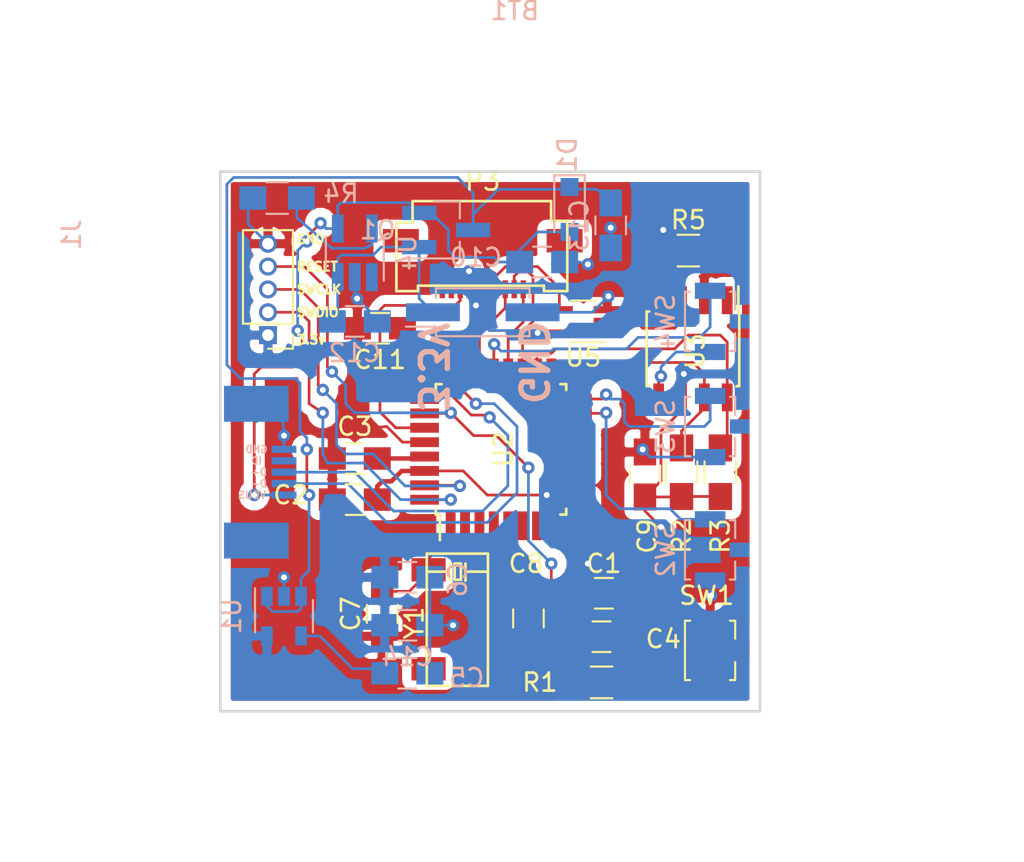
<source format=kicad_pcb>
(kicad_pcb (version 4) (host pcbnew 4.0.5)

  (general
    (links 88)
    (no_connects 0)
    (area 147.924999 99.924999 178.075001 130.075001)
    (thickness 1.6)
    (drawings 11)
    (tracks 366)
    (zones 0)
    (modules 35)
    (nets 44)
  )

  (page A4)
  (layers
    (0 F.Cu signal)
    (31 B.Cu signal)
    (32 B.Adhes user)
    (33 F.Adhes user)
    (34 B.Paste user)
    (35 F.Paste user)
    (36 B.SilkS user hide)
    (37 F.SilkS user hide)
    (38 B.Mask user)
    (39 F.Mask user)
    (40 Dwgs.User user)
    (41 Cmts.User user)
    (42 Eco1.User user)
    (43 Eco2.User user)
    (44 Edge.Cuts user)
    (45 Margin user)
    (46 B.CrtYd user)
    (47 F.CrtYd user)
    (48 B.Fab user hide)
    (49 F.Fab user)
  )

  (setup
    (last_trace_width 0.1524)
    (user_trace_width 0.5)
    (trace_clearance 0.1524)
    (zone_clearance 0.508)
    (zone_45_only no)
    (trace_min 0.1524)
    (segment_width 0.2)
    (edge_width 0.15)
    (via_size 0.6858)
    (via_drill 0.3302)
    (via_min_size 0.6858)
    (via_min_drill 0.3302)
    (uvia_size 0.3)
    (uvia_drill 0.1)
    (uvias_allowed no)
    (uvia_min_size 0)
    (uvia_min_drill 0)
    (pcb_text_width 0.3)
    (pcb_text_size 1.5 1.5)
    (mod_edge_width 0.15)
    (mod_text_size 1 1)
    (mod_text_width 0.15)
    (pad_size 4.064 4.064)
    (pad_drill 3.048)
    (pad_to_mask_clearance 0.2)
    (aux_axis_origin 150.142 127.886)
    (grid_origin 30 24)
    (visible_elements 7FFFFFFF)
    (pcbplotparams
      (layerselection 0x00030_80000001)
      (usegerberextensions false)
      (excludeedgelayer true)
      (linewidth 0.100000)
      (plotframeref false)
      (viasonmask false)
      (mode 1)
      (useauxorigin false)
      (hpglpennumber 1)
      (hpglpenspeed 20)
      (hpglpendiameter 15)
      (hpglpenoverlay 2)
      (psnegative false)
      (psa4output false)
      (plotreference true)
      (plotvalue true)
      (plotinvisibletext false)
      (padsonsilk false)
      (subtractmaskfromsilk false)
      (outputformat 1)
      (mirror false)
      (drillshape 0)
      (scaleselection 1)
      (outputdirectory ""))
  )

  (net 0 "")
  (net 1 "(+3.3)")
  (net 2 "(GND)")
  (net 3 "Net-(C3-Pad1)")
  (net 4 RESET)
  (net 5 "Net-(C5-Pad2)")
  (net 6 "Net-(C7-Pad2)")
  (net 7 "Net-(C8-Pad2)")
  (net 8 USB_D-)
  (net 9 USB_D+)
  (net 10 VCOM)
  (net 11 SPI_CS)
  (net 12 SPI_SI)
  (net 13 SPI_CLK)
  (net 14 EXTMODE)
  (net 15 SWDIO)
  (net 16 SWDCLK)
  (net 17 "Net-(R1-Pad1)")
  (net 18 SDA)
  (net 19 SCL)
  (net 20 "Net-(R5-Pad2)")
  (net 21 BUT_UP)
  (net 22 BUT_MID)
  (net 23 BUT_DWN)
  (net 24 "Net-(U2-Pad3)")
  (net 25 "Net-(U2-Pad4)")
  (net 26 "Net-(U2-Pad5)")
  (net 27 "Net-(U2-Pad6)")
  (net 28 "Net-(U2-Pad7)")
  (net 29 "Net-(U2-Pad8)")
  (net 30 "Net-(U2-Pad11)")
  (net 31 "Net-(U2-Pad12)")
  (net 32 "Net-(U2-Pad13)")
  (net 33 "Net-(U2-Pad14)")
  (net 34 "Net-(U2-Pad25)")
  (net 35 "Net-(U3-Pad1)")
  (net 36 "Net-(U3-Pad4)")
  (net 37 "Net-(U5-Pad1)")
  (net 38 "Net-(J1-Pad4)")
  (net 39 "Net-(BT1-Pad1)")
  (net 40 "Net-(C10-Pad1)")
  (net 41 "(+5)")
  (net 42 "Net-(R4-Pad1)")
  (net 43 "Net-(U4-Pad1)")

  (net_class Default "This is the default net class."
    (clearance 0.1524)
    (trace_width 0.1524)
    (via_dia 0.6858)
    (via_drill 0.3302)
    (uvia_dia 0.3)
    (uvia_drill 0.1)
    (add_net "(+3.3)")
    (add_net "(+5)")
    (add_net "(GND)")
    (add_net BUT_DWN)
    (add_net BUT_MID)
    (add_net BUT_UP)
    (add_net EXTMODE)
    (add_net "Net-(BT1-Pad1)")
    (add_net "Net-(C10-Pad1)")
    (add_net "Net-(C3-Pad1)")
    (add_net "Net-(C5-Pad2)")
    (add_net "Net-(C7-Pad2)")
    (add_net "Net-(C8-Pad2)")
    (add_net "Net-(J1-Pad4)")
    (add_net "Net-(R1-Pad1)")
    (add_net "Net-(R4-Pad1)")
    (add_net "Net-(R5-Pad2)")
    (add_net "Net-(U2-Pad11)")
    (add_net "Net-(U2-Pad12)")
    (add_net "Net-(U2-Pad13)")
    (add_net "Net-(U2-Pad14)")
    (add_net "Net-(U2-Pad25)")
    (add_net "Net-(U2-Pad3)")
    (add_net "Net-(U2-Pad4)")
    (add_net "Net-(U2-Pad5)")
    (add_net "Net-(U2-Pad6)")
    (add_net "Net-(U2-Pad7)")
    (add_net "Net-(U2-Pad8)")
    (add_net "Net-(U3-Pad1)")
    (add_net "Net-(U3-Pad4)")
    (add_net "Net-(U4-Pad1)")
    (add_net "Net-(U5-Pad1)")
    (add_net RESET)
    (add_net SCL)
    (add_net SDA)
    (add_net SPI_CLK)
    (add_net SPI_CS)
    (add_net SPI_SI)
    (add_net SWDCLK)
    (add_net SWDIO)
    (add_net USB_D+)
    (add_net USB_D-)
    (add_net VCOM)
  )

  (module Capacitors_SMD:C_0805_HandSoldering (layer F.Cu) (tedit 58FD2C3E) (tstamp 58F3F9F6)
    (at 169.319 123.441)
    (descr "Capacitor SMD 0805, hand soldering")
    (tags "capacitor 0805")
    (path /58B39180)
    (attr smd)
    (fp_text reference C1 (at 0 -1.651) (layer F.SilkS)
      (effects (font (size 1 1) (thickness 0.15)))
    )
    (fp_text value 0.1uF (at 14.097 -1.143 90) (layer F.Fab)
      (effects (font (size 1 1) (thickness 0.15)))
    )
    (fp_text user %R (at 13.462 -12.573 90) (layer F.Fab)
      (effects (font (size 1 1) (thickness 0.15)))
    )
    (fp_line (start -1 0.62) (end -1 -0.62) (layer F.Fab) (width 0.1))
    (fp_line (start 1 0.62) (end -1 0.62) (layer F.Fab) (width 0.1))
    (fp_line (start 1 -0.62) (end 1 0.62) (layer F.Fab) (width 0.1))
    (fp_line (start -1 -0.62) (end 1 -0.62) (layer F.Fab) (width 0.1))
    (fp_line (start 0.5 -0.85) (end -0.5 -0.85) (layer F.SilkS) (width 0.12))
    (fp_line (start -0.5 0.85) (end 0.5 0.85) (layer F.SilkS) (width 0.12))
    (fp_line (start -2.25 -0.88) (end 2.25 -0.88) (layer F.CrtYd) (width 0.05))
    (fp_line (start -2.25 -0.88) (end -2.25 0.87) (layer F.CrtYd) (width 0.05))
    (fp_line (start 2.25 0.87) (end 2.25 -0.88) (layer F.CrtYd) (width 0.05))
    (fp_line (start 2.25 0.87) (end -2.25 0.87) (layer F.CrtYd) (width 0.05))
    (pad 1 smd rect (at -1.25 0) (size 1.5 1.25) (layers F.Cu F.Paste F.Mask)
      (net 1 "(+3.3)"))
    (pad 2 smd rect (at 1.25 0) (size 1.5 1.25) (layers F.Cu F.Paste F.Mask)
      (net 2 "(GND)"))
    (model Capacitors_SMD.3dshapes/C_0805.wrl
      (at (xyz 0 0 0))
      (scale (xyz 1 1 1))
      (rotate (xyz 0 0 0))
    )
  )

  (module Capacitors_SMD:C_0805_HandSoldering (layer F.Cu) (tedit 58FE9718) (tstamp 58F3F9FC)
    (at 155.476 118.234 180)
    (descr "Capacitor SMD 0805, hand soldering")
    (tags "capacitor 0805")
    (path /58B38B3A)
    (attr smd)
    (fp_text reference C2 (at 3.556 0.254 180) (layer F.SilkS)
      (effects (font (size 1 1) (thickness 0.15)))
    )
    (fp_text value 0.1uF (at 13.208 3.556 180) (layer F.Fab)
      (effects (font (size 1 1) (thickness 0.15)))
    )
    (fp_text user %R (at 14.097 -0.762 180) (layer F.Fab)
      (effects (font (size 1 1) (thickness 0.15)))
    )
    (fp_line (start -1 0.62) (end -1 -0.62) (layer F.Fab) (width 0.1))
    (fp_line (start 1 0.62) (end -1 0.62) (layer F.Fab) (width 0.1))
    (fp_line (start 1 -0.62) (end 1 0.62) (layer F.Fab) (width 0.1))
    (fp_line (start -1 -0.62) (end 1 -0.62) (layer F.Fab) (width 0.1))
    (fp_line (start 0.5 -0.85) (end -0.5 -0.85) (layer F.SilkS) (width 0.12))
    (fp_line (start -0.5 0.85) (end 0.5 0.85) (layer F.SilkS) (width 0.12))
    (fp_line (start -2.25 -0.88) (end 2.25 -0.88) (layer F.CrtYd) (width 0.05))
    (fp_line (start -2.25 -0.88) (end -2.25 0.87) (layer F.CrtYd) (width 0.05))
    (fp_line (start 2.25 0.87) (end 2.25 -0.88) (layer F.CrtYd) (width 0.05))
    (fp_line (start 2.25 0.87) (end -2.25 0.87) (layer F.CrtYd) (width 0.05))
    (pad 1 smd rect (at -1.25 0 180) (size 1.5 1.25) (layers F.Cu F.Paste F.Mask)
      (net 1 "(+3.3)"))
    (pad 2 smd rect (at 1.25 0 180) (size 1.5 1.25) (layers F.Cu F.Paste F.Mask)
      (net 2 "(GND)"))
    (model Capacitors_SMD.3dshapes/C_0805.wrl
      (at (xyz 0 0 0))
      (scale (xyz 1 1 1))
      (rotate (xyz 0 0 0))
    )
  )

  (module Capacitors_SMD:C_0805_HandSoldering (layer F.Cu) (tedit 58FAA2B9) (tstamp 58F3FA02)
    (at 155.476 115.948 180)
    (descr "Capacitor SMD 0805, hand soldering")
    (tags "capacitor 0805")
    (path /58B38E2A)
    (attr smd)
    (fp_text reference C3 (at 0 1.778 180) (layer F.SilkS)
      (effects (font (size 1 1) (thickness 0.15)))
    )
    (fp_text value 0.1uF (at 13.208 -0.508 180) (layer F.Fab)
      (effects (font (size 1 1) (thickness 0.15)))
    )
    (fp_text user %R (at 17.78 5.588 180) (layer F.Fab)
      (effects (font (size 1 1) (thickness 0.15)))
    )
    (fp_line (start -1 0.62) (end -1 -0.62) (layer F.Fab) (width 0.1))
    (fp_line (start 1 0.62) (end -1 0.62) (layer F.Fab) (width 0.1))
    (fp_line (start 1 -0.62) (end 1 0.62) (layer F.Fab) (width 0.1))
    (fp_line (start -1 -0.62) (end 1 -0.62) (layer F.Fab) (width 0.1))
    (fp_line (start 0.5 -0.85) (end -0.5 -0.85) (layer F.SilkS) (width 0.12))
    (fp_line (start -0.5 0.85) (end 0.5 0.85) (layer F.SilkS) (width 0.12))
    (fp_line (start -2.25 -0.88) (end 2.25 -0.88) (layer F.CrtYd) (width 0.05))
    (fp_line (start -2.25 -0.88) (end -2.25 0.87) (layer F.CrtYd) (width 0.05))
    (fp_line (start 2.25 0.87) (end 2.25 -0.88) (layer F.CrtYd) (width 0.05))
    (fp_line (start 2.25 0.87) (end -2.25 0.87) (layer F.CrtYd) (width 0.05))
    (pad 1 smd rect (at -1.25 0 180) (size 1.5 1.25) (layers F.Cu F.Paste F.Mask)
      (net 3 "Net-(C3-Pad1)"))
    (pad 2 smd rect (at 1.25 0 180) (size 1.5 1.25) (layers F.Cu F.Paste F.Mask)
      (net 2 "(GND)"))
    (model Capacitors_SMD.3dshapes/C_0805.wrl
      (at (xyz 0 0 0))
      (scale (xyz 1 1 1))
      (rotate (xyz 0 0 0))
    )
  )

  (module Capacitors_SMD:C_0805_HandSoldering (layer F.Cu) (tedit 58FD2BBC) (tstamp 58F3FA08)
    (at 169.192 125.854)
    (descr "Capacitor SMD 0805, hand soldering")
    (tags "capacitor 0805")
    (path /58E704CE)
    (attr smd)
    (fp_text reference C4 (at 3.429 0.127) (layer F.SilkS)
      (effects (font (size 1 1) (thickness 0.15)))
    )
    (fp_text value 0.1uF (at 8.636 11.684) (layer F.Fab)
      (effects (font (size 1 1) (thickness 0.15)))
    )
    (fp_text user %R (at 20.066 5.08) (layer F.Fab)
      (effects (font (size 1 1) (thickness 0.15)))
    )
    (fp_line (start -1 0.62) (end -1 -0.62) (layer F.Fab) (width 0.1))
    (fp_line (start 1 0.62) (end -1 0.62) (layer F.Fab) (width 0.1))
    (fp_line (start 1 -0.62) (end 1 0.62) (layer F.Fab) (width 0.1))
    (fp_line (start -1 -0.62) (end 1 -0.62) (layer F.Fab) (width 0.1))
    (fp_line (start 0.5 -0.85) (end -0.5 -0.85) (layer F.SilkS) (width 0.12))
    (fp_line (start -0.5 0.85) (end 0.5 0.85) (layer F.SilkS) (width 0.12))
    (fp_line (start -2.25 -0.88) (end 2.25 -0.88) (layer F.CrtYd) (width 0.05))
    (fp_line (start -2.25 -0.88) (end -2.25 0.87) (layer F.CrtYd) (width 0.05))
    (fp_line (start 2.25 0.87) (end 2.25 -0.88) (layer F.CrtYd) (width 0.05))
    (fp_line (start 2.25 0.87) (end -2.25 0.87) (layer F.CrtYd) (width 0.05))
    (pad 1 smd rect (at -1.25 0) (size 1.5 1.25) (layers F.Cu F.Paste F.Mask)
      (net 4 RESET))
    (pad 2 smd rect (at 1.25 0) (size 1.5 1.25) (layers F.Cu F.Paste F.Mask)
      (net 2 "(GND)"))
    (model Capacitors_SMD.3dshapes/C_0805.wrl
      (at (xyz 0 0 0))
      (scale (xyz 1 1 1))
      (rotate (xyz 0 0 0))
    )
  )

  (module Capacitors_SMD:C_0805_HandSoldering (layer B.Cu) (tedit 58FE970A) (tstamp 58F3FA0E)
    (at 158.397 127.886 180)
    (descr "Capacitor SMD 0805, hand soldering")
    (tags "capacitor 0805")
    (path /58B45103)
    (attr smd)
    (fp_text reference C5 (at -3.302 -0.254 180) (layer B.SilkS)
      (effects (font (size 1 1) (thickness 0.15)) (justify mirror))
    )
    (fp_text value 470pF (at -33.528 2.286 180) (layer B.Fab)
      (effects (font (size 1 1) (thickness 0.15)) (justify mirror))
    )
    (fp_text user %R (at 18.034 -2.921 180) (layer B.Fab)
      (effects (font (size 1 1) (thickness 0.15)) (justify mirror))
    )
    (fp_line (start -1 -0.62) (end -1 0.62) (layer B.Fab) (width 0.1))
    (fp_line (start 1 -0.62) (end -1 -0.62) (layer B.Fab) (width 0.1))
    (fp_line (start 1 0.62) (end 1 -0.62) (layer B.Fab) (width 0.1))
    (fp_line (start -1 0.62) (end 1 0.62) (layer B.Fab) (width 0.1))
    (fp_line (start 0.5 0.85) (end -0.5 0.85) (layer B.SilkS) (width 0.12))
    (fp_line (start -0.5 -0.85) (end 0.5 -0.85) (layer B.SilkS) (width 0.12))
    (fp_line (start -2.25 0.88) (end 2.25 0.88) (layer B.CrtYd) (width 0.05))
    (fp_line (start -2.25 0.88) (end -2.25 -0.87) (layer B.CrtYd) (width 0.05))
    (fp_line (start 2.25 -0.87) (end 2.25 0.88) (layer B.CrtYd) (width 0.05))
    (fp_line (start 2.25 -0.87) (end -2.25 -0.87) (layer B.CrtYd) (width 0.05))
    (pad 1 smd rect (at -1.25 0 180) (size 1.5 1.25) (layers B.Cu B.Paste B.Mask)
      (net 2 "(GND)"))
    (pad 2 smd rect (at 1.25 0 180) (size 1.5 1.25) (layers B.Cu B.Paste B.Mask)
      (net 5 "Net-(C5-Pad2)"))
    (model Capacitors_SMD.3dshapes/C_0805.wrl
      (at (xyz 0 0 0))
      (scale (xyz 1 1 1))
      (rotate (xyz 0 0 0))
    )
  )

  (module Capacitors_SMD:C_0805_HandSoldering (layer B.Cu) (tedit 5903E528) (tstamp 58F3FA14)
    (at 158.397 122.552)
    (descr "Capacitor SMD 0805, hand soldering")
    (tags "capacitor 0805")
    (path /58B45194)
    (attr smd)
    (fp_text reference C6 (at 2.794 0.127 270) (layer B.SilkS)
      (effects (font (size 1 1) (thickness 0.15)) (justify mirror))
    )
    (fp_text value 4.7uF (at 14.224 13.97 270) (layer B.Fab) hide
      (effects (font (size 1 1) (thickness 0.15)) (justify mirror))
    )
    (fp_text user %R (at -0.762 13.97 270) (layer B.Fab)
      (effects (font (size 1 1) (thickness 0.15)) (justify mirror))
    )
    (fp_line (start -1 -0.62) (end -1 0.62) (layer B.Fab) (width 0.1))
    (fp_line (start 1 -0.62) (end -1 -0.62) (layer B.Fab) (width 0.1))
    (fp_line (start 1 0.62) (end 1 -0.62) (layer B.Fab) (width 0.1))
    (fp_line (start -1 0.62) (end 1 0.62) (layer B.Fab) (width 0.1))
    (fp_line (start 0.5 0.85) (end -0.5 0.85) (layer B.SilkS) (width 0.12))
    (fp_line (start -0.5 -0.85) (end 0.5 -0.85) (layer B.SilkS) (width 0.12))
    (fp_line (start -2.25 0.88) (end 2.25 0.88) (layer B.CrtYd) (width 0.05))
    (fp_line (start -2.25 0.88) (end -2.25 -0.87) (layer B.CrtYd) (width 0.05))
    (fp_line (start 2.25 -0.87) (end 2.25 0.88) (layer B.CrtYd) (width 0.05))
    (fp_line (start 2.25 -0.87) (end -2.25 -0.87) (layer B.CrtYd) (width 0.05))
    (pad 1 smd rect (at -1.25 0) (size 1.5 1.25) (layers B.Cu B.Paste B.Mask)
      (net 1 "(+3.3)"))
    (pad 2 smd rect (at 1.25 0) (size 1.5 1.25) (layers B.Cu B.Paste B.Mask)
      (net 2 "(GND)"))
    (model Capacitors_SMD.3dshapes/C_0805.wrl
      (at (xyz 0 0 0))
      (scale (xyz 1 1 1))
      (rotate (xyz 0 0 0))
    )
  )

  (module Capacitors_SMD:C_0805_HandSoldering (layer F.Cu) (tedit 58FAA2A5) (tstamp 58F3FA1A)
    (at 157 124.584 90)
    (descr "Capacitor SMD 0805, hand soldering")
    (tags "capacitor 0805")
    (path /58B334FC)
    (attr smd)
    (fp_text reference C7 (at 0 -1.75 90) (layer F.SilkS)
      (effects (font (size 1 1) (thickness 0.15)))
    )
    (fp_text value 4.7pF (at 16.637 -16.002 90) (layer F.Fab)
      (effects (font (size 1 1) (thickness 0.15)))
    )
    (fp_text user %R (at 3.683 -15.494 90) (layer F.Fab)
      (effects (font (size 1 1) (thickness 0.15)))
    )
    (fp_line (start -1 0.62) (end -1 -0.62) (layer F.Fab) (width 0.1))
    (fp_line (start 1 0.62) (end -1 0.62) (layer F.Fab) (width 0.1))
    (fp_line (start 1 -0.62) (end 1 0.62) (layer F.Fab) (width 0.1))
    (fp_line (start -1 -0.62) (end 1 -0.62) (layer F.Fab) (width 0.1))
    (fp_line (start 0.5 -0.85) (end -0.5 -0.85) (layer F.SilkS) (width 0.12))
    (fp_line (start -0.5 0.85) (end 0.5 0.85) (layer F.SilkS) (width 0.12))
    (fp_line (start -2.25 -0.88) (end 2.25 -0.88) (layer F.CrtYd) (width 0.05))
    (fp_line (start -2.25 -0.88) (end -2.25 0.87) (layer F.CrtYd) (width 0.05))
    (fp_line (start 2.25 0.87) (end 2.25 -0.88) (layer F.CrtYd) (width 0.05))
    (fp_line (start 2.25 0.87) (end -2.25 0.87) (layer F.CrtYd) (width 0.05))
    (pad 1 smd rect (at -1.25 0 90) (size 1.5 1.25) (layers F.Cu F.Paste F.Mask)
      (net 2 "(GND)"))
    (pad 2 smd rect (at 1.25 0 90) (size 1.5 1.25) (layers F.Cu F.Paste F.Mask)
      (net 6 "Net-(C7-Pad2)"))
    (model Capacitors_SMD.3dshapes/C_0805.wrl
      (at (xyz 0 0 0))
      (scale (xyz 1 1 1))
      (rotate (xyz 0 0 0))
    )
  )

  (module Capacitors_SMD:C_0805_HandSoldering (layer F.Cu) (tedit 58FD2BB7) (tstamp 58F3FA20)
    (at 165.128 124.838 90)
    (descr "Capacitor SMD 0805, hand soldering")
    (tags "capacitor 0805")
    (path /58B33535)
    (attr smd)
    (fp_text reference C8 (at 3.048 -0.127 180) (layer F.SilkS)
      (effects (font (size 1 1) (thickness 0.15)))
    )
    (fp_text value 4.7pF (at -12.192 18.796 180) (layer F.Fab)
      (effects (font (size 1 1) (thickness 0.15)))
    )
    (fp_text user %R (at 11.43 -27.305 90) (layer F.Fab)
      (effects (font (size 1 1) (thickness 0.15)))
    )
    (fp_line (start -1 0.62) (end -1 -0.62) (layer F.Fab) (width 0.1))
    (fp_line (start 1 0.62) (end -1 0.62) (layer F.Fab) (width 0.1))
    (fp_line (start 1 -0.62) (end 1 0.62) (layer F.Fab) (width 0.1))
    (fp_line (start -1 -0.62) (end 1 -0.62) (layer F.Fab) (width 0.1))
    (fp_line (start 0.5 -0.85) (end -0.5 -0.85) (layer F.SilkS) (width 0.12))
    (fp_line (start -0.5 0.85) (end 0.5 0.85) (layer F.SilkS) (width 0.12))
    (fp_line (start -2.25 -0.88) (end 2.25 -0.88) (layer F.CrtYd) (width 0.05))
    (fp_line (start -2.25 -0.88) (end -2.25 0.87) (layer F.CrtYd) (width 0.05))
    (fp_line (start 2.25 0.87) (end 2.25 -0.88) (layer F.CrtYd) (width 0.05))
    (fp_line (start 2.25 0.87) (end -2.25 0.87) (layer F.CrtYd) (width 0.05))
    (pad 1 smd rect (at -1.25 0 90) (size 1.5 1.25) (layers F.Cu F.Paste F.Mask)
      (net 2 "(GND)"))
    (pad 2 smd rect (at 1.25 0 90) (size 1.5 1.25) (layers F.Cu F.Paste F.Mask)
      (net 7 "Net-(C8-Pad2)"))
    (model Capacitors_SMD.3dshapes/C_0805.wrl
      (at (xyz 0 0 0))
      (scale (xyz 1 1 1))
      (rotate (xyz 0 0 0))
    )
  )

  (module Capacitors_SMD:C_0805_HandSoldering (layer F.Cu) (tedit 58FE96CB) (tstamp 58F3FA26)
    (at 171.605 116.837 270)
    (descr "Capacitor SMD 0805, hand soldering")
    (tags "capacitor 0805")
    (path /58E700BA)
    (attr smd)
    (fp_text reference C9 (at 3.429 -0.127 270) (layer F.SilkS)
      (effects (font (size 1 1) (thickness 0.15)))
    )
    (fp_text value 0.1uF (at 2.032 33.655 360) (layer F.Fab)
      (effects (font (size 1 1) (thickness 0.15)))
    )
    (fp_text user %R (at 16.637 -11.303 270) (layer F.Fab)
      (effects (font (size 1 1) (thickness 0.15)))
    )
    (fp_line (start -1 0.62) (end -1 -0.62) (layer F.Fab) (width 0.1))
    (fp_line (start 1 0.62) (end -1 0.62) (layer F.Fab) (width 0.1))
    (fp_line (start 1 -0.62) (end 1 0.62) (layer F.Fab) (width 0.1))
    (fp_line (start -1 -0.62) (end 1 -0.62) (layer F.Fab) (width 0.1))
    (fp_line (start 0.5 -0.85) (end -0.5 -0.85) (layer F.SilkS) (width 0.12))
    (fp_line (start -0.5 0.85) (end 0.5 0.85) (layer F.SilkS) (width 0.12))
    (fp_line (start -2.25 -0.88) (end 2.25 -0.88) (layer F.CrtYd) (width 0.05))
    (fp_line (start -2.25 -0.88) (end -2.25 0.87) (layer F.CrtYd) (width 0.05))
    (fp_line (start 2.25 0.87) (end 2.25 -0.88) (layer F.CrtYd) (width 0.05))
    (fp_line (start 2.25 0.87) (end -2.25 0.87) (layer F.CrtYd) (width 0.05))
    (pad 1 smd rect (at -1.25 0 270) (size 1.5 1.25) (layers F.Cu F.Paste F.Mask)
      (net 2 "(GND)"))
    (pad 2 smd rect (at 1.25 0 270) (size 1.5 1.25) (layers F.Cu F.Paste F.Mask)
      (net 1 "(+3.3)"))
    (model Capacitors_SMD.3dshapes/C_0805.wrl
      (at (xyz 0 0 0))
      (scale (xyz 1 1 1))
      (rotate (xyz 0 0 0))
    )
  )

  (module Capacitors_SMD:C_0805_HandSoldering (layer F.Cu) (tedit 58FAA2C2) (tstamp 58F3FA2C)
    (at 156.873 108.709 180)
    (descr "Capacitor SMD 0805, hand soldering")
    (tags "capacitor 0805")
    (path /58B4E5B2)
    (attr smd)
    (fp_text reference C11 (at 0 -1.75 180) (layer F.SilkS)
      (effects (font (size 1 1) (thickness 0.15)))
    )
    (fp_text value 0.1uF (at 1.27 17.018 180) (layer F.Fab)
      (effects (font (size 1 1) (thickness 0.15)))
    )
    (fp_text user %R (at 16.637 -0.127 180) (layer F.Fab)
      (effects (font (size 1 1) (thickness 0.15)))
    )
    (fp_line (start -1 0.62) (end -1 -0.62) (layer F.Fab) (width 0.1))
    (fp_line (start 1 0.62) (end -1 0.62) (layer F.Fab) (width 0.1))
    (fp_line (start 1 -0.62) (end 1 0.62) (layer F.Fab) (width 0.1))
    (fp_line (start -1 -0.62) (end 1 -0.62) (layer F.Fab) (width 0.1))
    (fp_line (start 0.5 -0.85) (end -0.5 -0.85) (layer F.SilkS) (width 0.12))
    (fp_line (start -0.5 0.85) (end 0.5 0.85) (layer F.SilkS) (width 0.12))
    (fp_line (start -2.25 -0.88) (end 2.25 -0.88) (layer F.CrtYd) (width 0.05))
    (fp_line (start -2.25 -0.88) (end -2.25 0.87) (layer F.CrtYd) (width 0.05))
    (fp_line (start 2.25 0.87) (end 2.25 -0.88) (layer F.CrtYd) (width 0.05))
    (fp_line (start 2.25 0.87) (end -2.25 0.87) (layer F.CrtYd) (width 0.05))
    (pad 1 smd rect (at -1.25 0 180) (size 1.5 1.25) (layers F.Cu F.Paste F.Mask)
      (net 1 "(+3.3)"))
    (pad 2 smd rect (at 1.25 0 180) (size 1.5 1.25) (layers F.Cu F.Paste F.Mask)
      (net 2 "(GND)"))
    (model Capacitors_SMD.3dshapes/C_0805.wrl
      (at (xyz 0 0 0))
      (scale (xyz 1 1 1))
      (rotate (xyz 0 0 0))
    )
  )

  (module Resistors_SMD:R_0805_HandSoldering (layer F.Cu) (tedit 58FE96CE) (tstamp 58F3FA5F)
    (at 169.192 128.394 180)
    (descr "Resistor SMD 0805, hand soldering")
    (tags "resistor 0805")
    (path /58E705BE)
    (attr smd)
    (fp_text reference R1 (at 3.429 0 180) (layer F.SilkS)
      (effects (font (size 1 1) (thickness 0.15)))
    )
    (fp_text value 249 (at -14.986 -3.556 180) (layer F.Fab)
      (effects (font (size 1 1) (thickness 0.15)))
    )
    (fp_text user %R (at 26.924 0.508 180) (layer F.Fab)
      (effects (font (size 1 1) (thickness 0.15)))
    )
    (fp_line (start -1 0.62) (end -1 -0.62) (layer F.Fab) (width 0.1))
    (fp_line (start 1 0.62) (end -1 0.62) (layer F.Fab) (width 0.1))
    (fp_line (start 1 -0.62) (end 1 0.62) (layer F.Fab) (width 0.1))
    (fp_line (start -1 -0.62) (end 1 -0.62) (layer F.Fab) (width 0.1))
    (fp_line (start 0.6 0.88) (end -0.6 0.88) (layer F.SilkS) (width 0.12))
    (fp_line (start -0.6 -0.88) (end 0.6 -0.88) (layer F.SilkS) (width 0.12))
    (fp_line (start -2.35 -0.9) (end 2.35 -0.9) (layer F.CrtYd) (width 0.05))
    (fp_line (start -2.35 -0.9) (end -2.35 0.9) (layer F.CrtYd) (width 0.05))
    (fp_line (start 2.35 0.9) (end 2.35 -0.9) (layer F.CrtYd) (width 0.05))
    (fp_line (start 2.35 0.9) (end -2.35 0.9) (layer F.CrtYd) (width 0.05))
    (pad 1 smd rect (at -1.35 0 180) (size 1.5 1.3) (layers F.Cu F.Paste F.Mask)
      (net 17 "Net-(R1-Pad1)"))
    (pad 2 smd rect (at 1.35 0 180) (size 1.5 1.3) (layers F.Cu F.Paste F.Mask)
      (net 4 RESET))
    (model Resistors_SMD.3dshapes/R_0805.wrl
      (at (xyz 0 0 0))
      (scale (xyz 1 1 1))
      (rotate (xyz 0 0 0))
    )
  )

  (module Resistors_SMD:R_0805_HandSoldering (layer F.Cu) (tedit 58FD2C45) (tstamp 58F3FA65)
    (at 173.637 116.71 90)
    (descr "Resistor SMD 0805, hand soldering")
    (tags "resistor 0805")
    (path /58E7CB37)
    (attr smd)
    (fp_text reference R2 (at -3.556 0 90) (layer F.SilkS)
      (effects (font (size 1 1) (thickness 0.15)))
    )
    (fp_text value 4.7K (at 5.08 15.367 180) (layer F.Fab)
      (effects (font (size 1 1) (thickness 0.15)))
    )
    (fp_text user %R (at 3.048 14.859 90) (layer F.Fab)
      (effects (font (size 1 1) (thickness 0.15)))
    )
    (fp_line (start -1 0.62) (end -1 -0.62) (layer F.Fab) (width 0.1))
    (fp_line (start 1 0.62) (end -1 0.62) (layer F.Fab) (width 0.1))
    (fp_line (start 1 -0.62) (end 1 0.62) (layer F.Fab) (width 0.1))
    (fp_line (start -1 -0.62) (end 1 -0.62) (layer F.Fab) (width 0.1))
    (fp_line (start 0.6 0.88) (end -0.6 0.88) (layer F.SilkS) (width 0.12))
    (fp_line (start -0.6 -0.88) (end 0.6 -0.88) (layer F.SilkS) (width 0.12))
    (fp_line (start -2.35 -0.9) (end 2.35 -0.9) (layer F.CrtYd) (width 0.05))
    (fp_line (start -2.35 -0.9) (end -2.35 0.9) (layer F.CrtYd) (width 0.05))
    (fp_line (start 2.35 0.9) (end 2.35 -0.9) (layer F.CrtYd) (width 0.05))
    (fp_line (start 2.35 0.9) (end -2.35 0.9) (layer F.CrtYd) (width 0.05))
    (pad 1 smd rect (at -1.35 0 90) (size 1.5 1.3) (layers F.Cu F.Paste F.Mask)
      (net 1 "(+3.3)"))
    (pad 2 smd rect (at 1.35 0 90) (size 1.5 1.3) (layers F.Cu F.Paste F.Mask)
      (net 18 SDA))
    (model Resistors_SMD.3dshapes/R_0805.wrl
      (at (xyz 0 0 0))
      (scale (xyz 1 1 1))
      (rotate (xyz 0 0 0))
    )
  )

  (module Resistors_SMD:R_0805_HandSoldering (layer F.Cu) (tedit 58FD2C3B) (tstamp 58F3FA6B)
    (at 175.796 116.71 90)
    (descr "Resistor SMD 0805, hand soldering")
    (tags "resistor 0805")
    (path /58E7CAB8)
    (attr smd)
    (fp_text reference R3 (at -3.556 0 90) (layer F.SilkS)
      (effects (font (size 1 1) (thickness 0.15)))
    )
    (fp_text value 4.7K (at -2.032 12.954 180) (layer F.Fab)
      (effects (font (size 1 1) (thickness 0.15)))
    )
    (fp_text user %R (at -5.08 9.398 90) (layer F.Fab)
      (effects (font (size 1 1) (thickness 0.15)))
    )
    (fp_line (start -1 0.62) (end -1 -0.62) (layer F.Fab) (width 0.1))
    (fp_line (start 1 0.62) (end -1 0.62) (layer F.Fab) (width 0.1))
    (fp_line (start 1 -0.62) (end 1 0.62) (layer F.Fab) (width 0.1))
    (fp_line (start -1 -0.62) (end 1 -0.62) (layer F.Fab) (width 0.1))
    (fp_line (start 0.6 0.88) (end -0.6 0.88) (layer F.SilkS) (width 0.12))
    (fp_line (start -0.6 -0.88) (end 0.6 -0.88) (layer F.SilkS) (width 0.12))
    (fp_line (start -2.35 -0.9) (end 2.35 -0.9) (layer F.CrtYd) (width 0.05))
    (fp_line (start -2.35 -0.9) (end -2.35 0.9) (layer F.CrtYd) (width 0.05))
    (fp_line (start 2.35 0.9) (end 2.35 -0.9) (layer F.CrtYd) (width 0.05))
    (fp_line (start 2.35 0.9) (end -2.35 0.9) (layer F.CrtYd) (width 0.05))
    (pad 1 smd rect (at -1.35 0 90) (size 1.5 1.3) (layers F.Cu F.Paste F.Mask)
      (net 1 "(+3.3)"))
    (pad 2 smd rect (at 1.35 0 90) (size 1.5 1.3) (layers F.Cu F.Paste F.Mask)
      (net 19 SCL))
    (model Resistors_SMD.3dshapes/R_0805.wrl
      (at (xyz 0 0 0))
      (scale (xyz 1 1 1))
      (rotate (xyz 0 0 0))
    )
  )

  (module Resistors_SMD:R_0805_HandSoldering (layer F.Cu) (tedit 58FD2C49) (tstamp 58F3FA71)
    (at 174.018 104.391)
    (descr "Resistor SMD 0805, hand soldering")
    (tags "resistor 0805")
    (path /58BA5B73)
    (attr smd)
    (fp_text reference R5 (at 0 -1.7) (layer F.SilkS)
      (effects (font (size 1 1) (thickness 0.15)))
    )
    (fp_text value 1M (at 10.922 -2.159) (layer F.Fab)
      (effects (font (size 1 1) (thickness 0.15)))
    )
    (fp_text user %R (at 11.684 1.397) (layer F.Fab)
      (effects (font (size 1 1) (thickness 0.15)))
    )
    (fp_line (start -1 0.62) (end -1 -0.62) (layer F.Fab) (width 0.1))
    (fp_line (start 1 0.62) (end -1 0.62) (layer F.Fab) (width 0.1))
    (fp_line (start 1 -0.62) (end 1 0.62) (layer F.Fab) (width 0.1))
    (fp_line (start -1 -0.62) (end 1 -0.62) (layer F.Fab) (width 0.1))
    (fp_line (start 0.6 0.88) (end -0.6 0.88) (layer F.SilkS) (width 0.12))
    (fp_line (start -0.6 -0.88) (end 0.6 -0.88) (layer F.SilkS) (width 0.12))
    (fp_line (start -2.35 -0.9) (end 2.35 -0.9) (layer F.CrtYd) (width 0.05))
    (fp_line (start -2.35 -0.9) (end -2.35 0.9) (layer F.CrtYd) (width 0.05))
    (fp_line (start 2.35 0.9) (end 2.35 -0.9) (layer F.CrtYd) (width 0.05))
    (fp_line (start 2.35 0.9) (end -2.35 0.9) (layer F.CrtYd) (width 0.05))
    (pad 1 smd rect (at -1.35 0) (size 1.5 1.3) (layers F.Cu F.Paste F.Mask)
      (net 1 "(+3.3)"))
    (pad 2 smd rect (at 1.35 0) (size 1.5 1.3) (layers F.Cu F.Paste F.Mask)
      (net 20 "Net-(R5-Pad2)"))
    (model Resistors_SMD.3dshapes/R_0805.wrl
      (at (xyz 0 0 0))
      (scale (xyz 1 1 1))
      (rotate (xyz 0 0 0))
    )
  )

  (module TO_SOT_Packages_SMD:SOT-23-5 (layer B.Cu) (tedit 5903DF1F) (tstamp 58F3FA9A)
    (at 151.539 124.711 270)
    (descr "5-pin SOT23 package")
    (tags SOT-23-5)
    (path /58B434AA)
    (attr smd)
    (fp_text reference U1 (at 0 2.9 270) (layer B.SilkS)
      (effects (font (size 1 1) (thickness 0.15)) (justify mirror))
    )
    (fp_text value MIC5219-3.3BM5 (at 15.494 0 540) (layer B.Fab)
      (effects (font (size 1 1) (thickness 0.15)) (justify mirror))
    )
    (fp_line (start -0.9 -1.61) (end 0.9 -1.61) (layer B.SilkS) (width 0.12))
    (fp_line (start 0.9 1.61) (end -1.55 1.61) (layer B.SilkS) (width 0.12))
    (fp_line (start -1.9 1.8) (end 1.9 1.8) (layer B.CrtYd) (width 0.05))
    (fp_line (start 1.9 1.8) (end 1.9 -1.8) (layer B.CrtYd) (width 0.05))
    (fp_line (start 1.9 -1.8) (end -1.9 -1.8) (layer B.CrtYd) (width 0.05))
    (fp_line (start -1.9 -1.8) (end -1.9 1.8) (layer B.CrtYd) (width 0.05))
    (fp_line (start -0.9 0.9) (end -0.25 1.55) (layer B.Fab) (width 0.1))
    (fp_line (start 0.9 1.55) (end -0.25 1.55) (layer B.Fab) (width 0.1))
    (fp_line (start -0.9 0.9) (end -0.9 -1.55) (layer B.Fab) (width 0.1))
    (fp_line (start 0.9 -1.55) (end -0.9 -1.55) (layer B.Fab) (width 0.1))
    (fp_line (start 0.9 1.55) (end 0.9 -1.55) (layer B.Fab) (width 0.1))
    (pad 1 smd rect (at -1.1 0.95 270) (size 1.06 0.65) (layers B.Cu B.Paste B.Mask)
      (net 41 "(+5)"))
    (pad 2 smd rect (at -1.1 0 270) (size 1.06 0.65) (layers B.Cu B.Paste B.Mask)
      (net 2 "(GND)"))
    (pad 3 smd rect (at -1.1 -0.95 270) (size 1.06 0.65) (layers B.Cu B.Paste B.Mask)
      (net 41 "(+5)"))
    (pad 4 smd rect (at 1.1 -0.95 270) (size 1.06 0.65) (layers B.Cu B.Paste B.Mask)
      (net 5 "Net-(C5-Pad2)"))
    (pad 5 smd rect (at 1.1 0.95 270) (size 1.06 0.65) (layers B.Cu B.Paste B.Mask)
      (net 1 "(+3.3)"))
    (model TO_SOT_Packages_SMD.3dshapes/SOT-23-5.wrl
      (at (xyz 0 0 0))
      (scale (xyz 1 1 1))
      (rotate (xyz 0 0 0))
    )
  )

  (module Housings_QFP:TQFP-32_7x7mm_Pitch0.8mm (layer F.Cu) (tedit 58FD242A) (tstamp 58F3FABE)
    (at 163.604 115.44 90)
    (descr "32-Lead Plastic Thin Quad Flatpack (PT) - 7x7x1.0 mm Body, 2.00 mm [TQFP] (see Microchip Packaging Specification 00000049BS.pdf)")
    (tags "QFP 0.8")
    (path /58B32F3F)
    (attr smd)
    (fp_text reference U2 (at 0 0.127 90) (layer F.SilkS)
      (effects (font (size 1 1) (thickness 0.15)))
    )
    (fp_text value ATSAMD21Ennc-AU (at 21.082 0.762 180) (layer F.Fab)
      (effects (font (size 1 1) (thickness 0.15)))
    )
    (fp_text user %R (at 1.397 20.955 90) (layer F.Fab)
      (effects (font (size 1 1) (thickness 0.15)))
    )
    (fp_line (start -2.5 -3.5) (end 3.5 -3.5) (layer F.Fab) (width 0.15))
    (fp_line (start 3.5 -3.5) (end 3.5 3.5) (layer F.Fab) (width 0.15))
    (fp_line (start 3.5 3.5) (end -3.5 3.5) (layer F.Fab) (width 0.15))
    (fp_line (start -3.5 3.5) (end -3.5 -2.5) (layer F.Fab) (width 0.15))
    (fp_line (start -3.5 -2.5) (end -2.5 -3.5) (layer F.Fab) (width 0.15))
    (fp_line (start -5.3 -5.3) (end -5.3 5.3) (layer F.CrtYd) (width 0.05))
    (fp_line (start 5.3 -5.3) (end 5.3 5.3) (layer F.CrtYd) (width 0.05))
    (fp_line (start -5.3 -5.3) (end 5.3 -5.3) (layer F.CrtYd) (width 0.05))
    (fp_line (start -5.3 5.3) (end 5.3 5.3) (layer F.CrtYd) (width 0.05))
    (fp_line (start -3.625 -3.625) (end -3.625 -3.4) (layer F.SilkS) (width 0.15))
    (fp_line (start 3.625 -3.625) (end 3.625 -3.3) (layer F.SilkS) (width 0.15))
    (fp_line (start 3.625 3.625) (end 3.625 3.3) (layer F.SilkS) (width 0.15))
    (fp_line (start -3.625 3.625) (end -3.625 3.3) (layer F.SilkS) (width 0.15))
    (fp_line (start -3.625 -3.625) (end -3.3 -3.625) (layer F.SilkS) (width 0.15))
    (fp_line (start -3.625 3.625) (end -3.3 3.625) (layer F.SilkS) (width 0.15))
    (fp_line (start 3.625 3.625) (end 3.3 3.625) (layer F.SilkS) (width 0.15))
    (fp_line (start 3.625 -3.625) (end 3.3 -3.625) (layer F.SilkS) (width 0.15))
    (fp_line (start -3.625 -3.4) (end -5.05 -3.4) (layer F.SilkS) (width 0.15))
    (pad 1 smd rect (at -4.25 -2.8 90) (size 1.6 0.55) (layers F.Cu F.Paste F.Mask)
      (net 6 "Net-(C7-Pad2)"))
    (pad 2 smd rect (at -4.25 -2 90) (size 1.6 0.55) (layers F.Cu F.Paste F.Mask)
      (net 7 "Net-(C8-Pad2)"))
    (pad 3 smd rect (at -4.25 -1.2 90) (size 1.6 0.55) (layers F.Cu F.Paste F.Mask)
      (net 24 "Net-(U2-Pad3)"))
    (pad 4 smd rect (at -4.25 -0.4 90) (size 1.6 0.55) (layers F.Cu F.Paste F.Mask)
      (net 25 "Net-(U2-Pad4)"))
    (pad 5 smd rect (at -4.25 0.4 90) (size 1.6 0.55) (layers F.Cu F.Paste F.Mask)
      (net 26 "Net-(U2-Pad5)"))
    (pad 6 smd rect (at -4.25 1.2 90) (size 1.6 0.55) (layers F.Cu F.Paste F.Mask)
      (net 27 "Net-(U2-Pad6)"))
    (pad 7 smd rect (at -4.25 2 90) (size 1.6 0.55) (layers F.Cu F.Paste F.Mask)
      (net 28 "Net-(U2-Pad7)"))
    (pad 8 smd rect (at -4.25 2.8 90) (size 1.6 0.55) (layers F.Cu F.Paste F.Mask)
      (net 29 "Net-(U2-Pad8)"))
    (pad 9 smd rect (at -2.8 4.25 180) (size 1.6 0.55) (layers F.Cu F.Paste F.Mask)
      (net 1 "(+3.3)"))
    (pad 10 smd rect (at -2 4.25 180) (size 1.6 0.55) (layers F.Cu F.Paste F.Mask)
      (net 2 "(GND)"))
    (pad 11 smd rect (at -1.2 4.25 180) (size 1.6 0.55) (layers F.Cu F.Paste F.Mask)
      (net 30 "Net-(U2-Pad11)"))
    (pad 12 smd rect (at -0.4 4.25 180) (size 1.6 0.55) (layers F.Cu F.Paste F.Mask)
      (net 31 "Net-(U2-Pad12)"))
    (pad 13 smd rect (at 0.4 4.25 180) (size 1.6 0.55) (layers F.Cu F.Paste F.Mask)
      (net 32 "Net-(U2-Pad13)"))
    (pad 14 smd rect (at 1.2 4.25 180) (size 1.6 0.55) (layers F.Cu F.Paste F.Mask)
      (net 33 "Net-(U2-Pad14)"))
    (pad 15 smd rect (at 2 4.25 180) (size 1.6 0.55) (layers F.Cu F.Paste F.Mask)
      (net 21 BUT_UP))
    (pad 16 smd rect (at 2.8 4.25 180) (size 1.6 0.55) (layers F.Cu F.Paste F.Mask)
      (net 22 BUT_MID))
    (pad 17 smd rect (at 4.25 2.8 90) (size 1.6 0.55) (layers F.Cu F.Paste F.Mask)
      (net 18 SDA))
    (pad 18 smd rect (at 4.25 2 90) (size 1.6 0.55) (layers F.Cu F.Paste F.Mask)
      (net 19 SCL))
    (pad 19 smd rect (at 4.25 1.2 90) (size 1.6 0.55) (layers F.Cu F.Paste F.Mask)
      (net 12 SPI_SI))
    (pad 20 smd rect (at 4.25 0.4 90) (size 1.6 0.55) (layers F.Cu F.Paste F.Mask)
      (net 13 SPI_CLK))
    (pad 21 smd rect (at 4.25 -0.4 90) (size 1.6 0.55) (layers F.Cu F.Paste F.Mask)
      (net 23 BUT_DWN))
    (pad 22 smd rect (at 4.25 -1.2 90) (size 1.6 0.55) (layers F.Cu F.Paste F.Mask)
      (net 11 SPI_CS))
    (pad 23 smd rect (at 4.25 -2 90) (size 1.6 0.55) (layers F.Cu F.Paste F.Mask)
      (net 8 USB_D-))
    (pad 24 smd rect (at 4.25 -2.8 90) (size 1.6 0.55) (layers F.Cu F.Paste F.Mask)
      (net 9 USB_D+))
    (pad 25 smd rect (at 2.8 -4.25 180) (size 1.6 0.55) (layers F.Cu F.Paste F.Mask)
      (net 34 "Net-(U2-Pad25)"))
    (pad 26 smd rect (at 2 -4.25 180) (size 1.6 0.55) (layers F.Cu F.Paste F.Mask)
      (net 4 RESET))
    (pad 27 smd rect (at 1.2 -4.25 180) (size 1.6 0.55) (layers F.Cu F.Paste F.Mask)
      (net 14 EXTMODE))
    (pad 28 smd rect (at 0.4 -4.25 180) (size 1.6 0.55) (layers F.Cu F.Paste F.Mask)
      (net 2 "(GND)"))
    (pad 29 smd rect (at -0.4 -4.25 180) (size 1.6 0.55) (layers F.Cu F.Paste F.Mask)
      (net 3 "Net-(C3-Pad1)"))
    (pad 30 smd rect (at -1.2 -4.25 180) (size 1.6 0.55) (layers F.Cu F.Paste F.Mask)
      (net 1 "(+3.3)"))
    (pad 31 smd rect (at -2 -4.25 180) (size 1.6 0.55) (layers F.Cu F.Paste F.Mask)
      (net 16 SWDCLK))
    (pad 32 smd rect (at -2.8 -4.25 180) (size 1.6 0.55) (layers F.Cu F.Paste F.Mask)
      (net 15 SWDIO))
    (model Housings_QFP.3dshapes/TQFP-32_7x7mm_Pitch0.8mm.wrl
      (at (xyz 0 0 0))
      (scale (xyz 1 1 1))
      (rotate (xyz 0 0 0))
    )
  )

  (module Housings_SOIC:SOIC-8_3.9x4.9mm_Pitch1.27mm (layer F.Cu) (tedit 58FD242D) (tstamp 58F3FACA)
    (at 174.272 109.852 270)
    (descr "8-Lead Plastic Small Outline (SN) - Narrow, 3.90 mm Body [SOIC] (see Microchip Packaging Specification 00000049BS.pdf)")
    (tags "SOIC 1.27")
    (path /58E6E35C)
    (attr smd)
    (fp_text reference U3 (at 0.127 -0.127 270) (layer F.SilkS)
      (effects (font (size 1 1) (thickness 0.15)))
    )
    (fp_text value DS3231MZ (at -18.542 1.524 360) (layer F.Fab)
      (effects (font (size 1 1) (thickness 0.15)))
    )
    (fp_line (start -0.95 -2.45) (end 1.95 -2.45) (layer F.Fab) (width 0.15))
    (fp_line (start 1.95 -2.45) (end 1.95 2.45) (layer F.Fab) (width 0.15))
    (fp_line (start 1.95 2.45) (end -1.95 2.45) (layer F.Fab) (width 0.15))
    (fp_line (start -1.95 2.45) (end -1.95 -1.45) (layer F.Fab) (width 0.15))
    (fp_line (start -1.95 -1.45) (end -0.95 -2.45) (layer F.Fab) (width 0.15))
    (fp_line (start -3.75 -2.75) (end -3.75 2.75) (layer F.CrtYd) (width 0.05))
    (fp_line (start 3.75 -2.75) (end 3.75 2.75) (layer F.CrtYd) (width 0.05))
    (fp_line (start -3.75 -2.75) (end 3.75 -2.75) (layer F.CrtYd) (width 0.05))
    (fp_line (start -3.75 2.75) (end 3.75 2.75) (layer F.CrtYd) (width 0.05))
    (fp_line (start -2.075 -2.575) (end -2.075 -2.525) (layer F.SilkS) (width 0.15))
    (fp_line (start 2.075 -2.575) (end 2.075 -2.43) (layer F.SilkS) (width 0.15))
    (fp_line (start 2.075 2.575) (end 2.075 2.43) (layer F.SilkS) (width 0.15))
    (fp_line (start -2.075 2.575) (end -2.075 2.43) (layer F.SilkS) (width 0.15))
    (fp_line (start -2.075 -2.575) (end 2.075 -2.575) (layer F.SilkS) (width 0.15))
    (fp_line (start -2.075 2.575) (end 2.075 2.575) (layer F.SilkS) (width 0.15))
    (fp_line (start -2.075 -2.525) (end -3.475 -2.525) (layer F.SilkS) (width 0.15))
    (pad 1 smd rect (at -2.7 -1.905 270) (size 1.55 0.6) (layers F.Cu F.Paste F.Mask)
      (net 35 "Net-(U3-Pad1)"))
    (pad 2 smd rect (at -2.7 -0.635 270) (size 1.55 0.6) (layers F.Cu F.Paste F.Mask)
      (net 2 "(GND)"))
    (pad 3 smd rect (at -2.7 0.635 270) (size 1.55 0.6) (layers F.Cu F.Paste F.Mask)
      (net 20 "Net-(R5-Pad2)"))
    (pad 4 smd rect (at -2.7 1.905 270) (size 1.55 0.6) (layers F.Cu F.Paste F.Mask)
      (net 36 "Net-(U3-Pad4)"))
    (pad 5 smd rect (at 2.7 1.905 270) (size 1.55 0.6) (layers F.Cu F.Paste F.Mask)
      (net 2 "(GND)"))
    (pad 6 smd rect (at 2.7 0.635 270) (size 1.55 0.6) (layers F.Cu F.Paste F.Mask)
      (net 1 "(+3.3)"))
    (pad 7 smd rect (at 2.7 -0.635 270) (size 1.55 0.6) (layers F.Cu F.Paste F.Mask)
      (net 18 SDA))
    (pad 8 smd rect (at 2.7 -1.905 270) (size 1.55 0.6) (layers F.Cu F.Paste F.Mask)
      (net 19 SCL))
    (model Housings_SOIC.3dshapes/SOIC-8_3.9x4.9mm_Pitch1.27mm.wrl
      (at (xyz 0 0 0))
      (scale (xyz 1 1 1))
      (rotate (xyz 0 0 0))
    )
  )

  (module TO_SOT_Packages_SMD:SOT-353_SC-70-5_Handsoldering (layer F.Cu) (tedit 58FD2427) (tstamp 58F3FAD3)
    (at 168.176 108.328 180)
    (descr "SOT-353, SC-70-5, Handsoldering")
    (path /58BA524F)
    (attr smd)
    (fp_text reference U5 (at 0 -2 180) (layer F.SilkS)
      (effects (font (size 1 1) (thickness 0.15)))
    )
    (fp_text value 74HC1G14GW (at 17.78 13.97 360) (layer F.Fab)
      (effects (font (size 1 1) (thickness 0.15)))
    )
    (fp_line (start 0.7 -1.16) (end -1.2 -1.16) (layer F.SilkS) (width 0.12))
    (fp_line (start -0.7 1.16) (end 0.7 1.16) (layer F.SilkS) (width 0.12))
    (fp_line (start 2.4 1.4) (end 2.4 -1.4) (layer F.CrtYd) (width 0.05))
    (fp_line (start -2.4 -1.4) (end -2.4 1.4) (layer F.CrtYd) (width 0.05))
    (fp_line (start -2.4 -1.4) (end 2.4 -1.4) (layer F.CrtYd) (width 0.05))
    (fp_line (start 0.675 -1.1) (end -0.175 -1.1) (layer F.Fab) (width 0.1))
    (fp_line (start -0.675 -0.6) (end -0.675 1.1) (layer F.Fab) (width 0.1))
    (fp_line (start -1.6 1.4) (end 1.6 1.4) (layer F.CrtYd) (width 0.05))
    (fp_line (start 0.675 -1.1) (end 0.675 1.1) (layer F.Fab) (width 0.1))
    (fp_line (start 0.675 1.1) (end -0.675 1.1) (layer F.Fab) (width 0.1))
    (fp_line (start -0.175 -1.1) (end -0.675 -0.6) (layer F.Fab) (width 0.1))
    (pad 1 smd rect (at -1.33 -0.65 180) (size 1.5 0.4) (layers F.Cu F.Paste F.Mask)
      (net 37 "Net-(U5-Pad1)"))
    (pad 2 smd rect (at -1.33 0 180) (size 1.5 0.4) (layers F.Cu F.Paste F.Mask)
      (net 20 "Net-(R5-Pad2)"))
    (pad 3 smd rect (at -1.33 0.65 180) (size 1.5 0.4) (layers F.Cu F.Paste F.Mask)
      (net 2 "(GND)"))
    (pad 4 smd rect (at 1.33 0.65 180) (size 1.5 0.4) (layers F.Cu F.Paste F.Mask)
      (net 10 VCOM))
    (pad 5 smd rect (at 1.33 -0.65 180) (size 1.5 0.4) (layers F.Cu F.Paste F.Mask)
      (net 1 "(+3.3)"))
    (model TO_SOT_Packages_SMD.3dshapes/SC-70-5.wrl
      (at (xyz 0 0 0))
      (scale (xyz 1 1 1))
      (rotate (xyz 0 0 0))
    )
  )

  (module Crystals:Crystals_Citizen_CM200C_7.9_x_3.7 (layer F.Cu) (tedit 58FD2BBA) (tstamp 58F405DD)
    (at 161.826 124.838 270)
    (path /58B33473)
    (fp_text reference Y1 (at 0.254 3.048 270) (layer F.SilkS)
      (effects (font (size 1 1) (thickness 0.15)))
    )
    (fp_text value 32.768kHz (at 11.176 -3.556 360) (layer F.Fab)
      (effects (font (size 1 1) (thickness 0.15)))
    )
    (fp_line (start -2.6 1.45) (end -2.6 1.05) (layer F.SilkS) (width 0.15))
    (fp_line (start -2.6 -0.2) (end -2.6 0.2) (layer F.SilkS) (width 0.15))
    (fp_line (start -3.05 1.05) (end -2.15 1.05) (layer F.SilkS) (width 0.15))
    (fp_line (start -3.05 0.2) (end -2.1 0.2) (layer F.SilkS) (width 0.15))
    (fp_line (start -3.05 0.45) (end -2.15 0.45) (layer F.SilkS) (width 0.15))
    (fp_line (start -2.15 0.45) (end -2.15 0.8) (layer F.SilkS) (width 0.15))
    (fp_line (start -2.15 0.8) (end -3.05 0.8) (layer F.SilkS) (width 0.15))
    (fp_line (start -3.05 0.8) (end -3.05 0.45) (layer F.SilkS) (width 0.15))
    (fp_line (start -2.6 -0.1) (end -2.6 -1) (layer F.SilkS) (width 0.15))
    (fp_line (start -2.6 2.35) (end -2.6 1.35) (layer F.SilkS) (width 0.15))
    (fp_line (start -3.6 -1.05) (end 3.75 -1.05) (layer F.SilkS) (width 0.15))
    (fp_line (start 3.75 -1.05) (end 3.75 2.35) (layer F.SilkS) (width 0.15))
    (fp_line (start 3.75 2.35) (end -3.6 2.35) (layer F.SilkS) (width 0.15))
    (fp_line (start -3.6 2.35) (end -3.6 -1.05) (layer F.SilkS) (width 0.15))
    (pad 2 smd rect (at -2.7 -0.95 270) (size 1.3 1.9) (layers F.Cu F.Paste F.Mask)
      (net 7 "Net-(C8-Pad2)"))
    (pad 3 smd rect (at 2.8 -0.95 270) (size 1.3 1.9) (layers F.Cu F.Paste F.Mask))
    (pad 4 smd rect (at 2.8 2.25 270) (size 1.3 1.9) (layers F.Cu F.Paste F.Mask))
    (pad 1 smd rect (at -2.7 2.25 270) (size 1.3 1.9) (layers F.Cu F.Paste F.Mask)
      (net 6 "Net-(C7-Pad2)"))
  )

  (module Connectors:USB-MICROB_LARGEPAD (layer B.Cu) (tedit 58FE9896) (tstamp 58F611BE)
    (at 150.904 116.71 90)
    (tags USB)
    (path /58F5A24A)
    (fp_text reference J1 (at 13.208 -11.176 90) (layer B.SilkS)
      (effects (font (size 1 1) (thickness 0.15)) (justify mirror))
    )
    (fp_text value USB_OTG (at -5.588 -12.954 90) (layer B.Fab)
      (effects (font (size 1 1) (thickness 0.15)) (justify mirror))
    )
    (fp_text user GND (at 1.27 -0.889 360) (layer B.SilkS)
      (effects (font (size 0.4 0.4) (thickness 0.08)) (justify mirror))
    )
    (fp_text user ID (at 0.635 -0.889 360) (layer B.SilkS)
      (effects (font (size 0.4 0.4) (thickness 0.08)) (justify mirror))
    )
    (fp_text user D+ (at 0 -0.762 360) (layer B.SilkS)
      (effects (font (size 0.4 0.4) (thickness 0.08)) (justify mirror))
    )
    (fp_text user D- (at -0.635 -0.762 360) (layer B.SilkS)
      (effects (font (size 0.4 0.4) (thickness 0.08)) (justify mirror))
    )
    (fp_text user VBUS (at -1.27 -1.143 360) (layer B.SilkS)
      (effects (font (size 0.4 0.4) (thickness 0.08)) (justify mirror))
    )
    (fp_line (start 3.429 -3.175) (end 3.81 -3.81) (layer B.Fab) (width 0.1))
    (fp_line (start -3.429 -3.175) (end -3.81 -3.81) (layer B.Fab) (width 0.1))
    (fp_line (start -3.429 -3.175) (end -3.429 -3.683) (layer B.Fab) (width 0.1))
    (fp_line (start -3.429 -3.683) (end 3.429 -3.683) (layer B.Fab) (width 0.1))
    (fp_line (start 3.429 -3.683) (end 3.429 -3.175) (layer B.Fab) (width 0.1))
    (fp_line (start -3.81 1.27) (end -3.81 -3.175) (layer B.Fab) (width 0.1))
    (fp_line (start -3.81 -3.175) (end 3.81 -3.175) (layer B.Fab) (width 0.1))
    (fp_line (start 3.81 -3.175) (end 3.81 1.27) (layer B.Fab) (width 0.1))
    (fp_line (start -3.81 1.27) (end -2.54 1.27) (layer B.Fab) (width 0.1))
    (fp_line (start -2.54 1.27) (end -2.54 0) (layer B.Fab) (width 0.1))
    (fp_line (start -2.54 0) (end 2.54 0) (layer B.Fab) (width 0.1))
    (fp_line (start 2.54 0) (end 2.54 1.27) (layer B.Fab) (width 0.1))
    (fp_line (start 2.54 1.27) (end 3.81 1.27) (layer B.Fab) (width 0.1))
    (pad 7 smd rect (at -3.8 -0.9 90) (size 2 3.6) (layers B.Cu B.Paste B.Mask))
    (pad 6 smd rect (at 3.8 -0.9 90) (size 2 3.6) (layers B.Cu B.Paste B.Mask)
      (net 2 "(GND)"))
    (pad 1 smd rect (at -1.27 0.635 90) (size 0.4 1.38) (layers B.Cu B.Paste B.Mask)
      (net 40 "Net-(C10-Pad1)"))
    (pad 3 smd rect (at 0 0.635 90) (size 0.4 1.38) (layers B.Cu B.Paste B.Mask)
      (net 9 USB_D+))
    (pad 5 smd rect (at 1.27 0.635 90) (size 0.4 1.38) (layers B.Cu B.Paste B.Mask)
      (net 2 "(GND)"))
    (pad 2 smd rect (at -0.635 0.635 90) (size 0.4 1.38) (layers B.Cu B.Paste B.Mask)
      (net 8 USB_D-))
    (pad 4 smd rect (at 0.635 0.635 90) (size 0.4 1.38) (layers B.Cu B.Paste B.Mask)
      (net 38 "Net-(J1-Pad4)"))
  )

  (module Capacitors_SMD:C_0805_HandSoldering (layer B.Cu) (tedit 5903E651) (tstamp 58FA9738)
    (at 165.89 105.026)
    (descr "Capacitor SMD 0805, hand soldering")
    (tags "capacitor 0805")
    (path /59017680)
    (attr smd)
    (fp_text reference C10 (at -3.683 -0.254) (layer B.SilkS)
      (effects (font (size 1 1) (thickness 0.15)) (justify mirror))
    )
    (fp_text value 4.7uF (at -23.495 8.001) (layer B.Fab)
      (effects (font (size 1 1) (thickness 0.15)) (justify mirror))
    )
    (fp_text user %R (at -15.621 13.462) (layer B.Fab)
      (effects (font (size 1 1) (thickness 0.15)) (justify mirror))
    )
    (fp_line (start -1 -0.62) (end -1 0.62) (layer B.Fab) (width 0.1))
    (fp_line (start 1 -0.62) (end -1 -0.62) (layer B.Fab) (width 0.1))
    (fp_line (start 1 0.62) (end 1 -0.62) (layer B.Fab) (width 0.1))
    (fp_line (start -1 0.62) (end 1 0.62) (layer B.Fab) (width 0.1))
    (fp_line (start 0.5 0.85) (end -0.5 0.85) (layer B.SilkS) (width 0.12))
    (fp_line (start -0.5 -0.85) (end 0.5 -0.85) (layer B.SilkS) (width 0.12))
    (fp_line (start -2.25 0.88) (end 2.25 0.88) (layer B.CrtYd) (width 0.05))
    (fp_line (start -2.25 0.88) (end -2.25 -0.87) (layer B.CrtYd) (width 0.05))
    (fp_line (start 2.25 -0.87) (end 2.25 0.88) (layer B.CrtYd) (width 0.05))
    (fp_line (start 2.25 -0.87) (end -2.25 -0.87) (layer B.CrtYd) (width 0.05))
    (pad 1 smd rect (at -1.25 0) (size 1.5 1.25) (layers B.Cu B.Paste B.Mask)
      (net 40 "Net-(C10-Pad1)"))
    (pad 2 smd rect (at 1.25 0) (size 1.5 1.25) (layers B.Cu B.Paste B.Mask)
      (net 2 "(GND)"))
    (model Capacitors_SMD.3dshapes/C_0805.wrl
      (at (xyz 0 0 0))
      (scale (xyz 1 1 1))
      (rotate (xyz 0 0 0))
    )
  )

  (module Diodes_SMD:D_SOD-323_HandSoldering (layer B.Cu) (tedit 5903E50F) (tstamp 58FA973E)
    (at 167.414 102.105 270)
    (descr SOD-323)
    (tags SOD-323)
    (path /59019A0C)
    (attr smd)
    (fp_text reference D1 (at -3.048 0.127 270) (layer B.SilkS)
      (effects (font (size 1 1) (thickness 0.15)) (justify mirror))
    )
    (fp_text value ZLLS410 (at -12.065 8.382 360) (layer B.Fab)
      (effects (font (size 1 1) (thickness 0.15)) (justify mirror))
    )
    (fp_line (start -1.9 0.85) (end -1.9 -0.85) (layer B.SilkS) (width 0.12))
    (fp_line (start 0.2 0) (end 0.45 0) (layer B.Fab) (width 0.1))
    (fp_line (start 0.2 -0.35) (end -0.3 0) (layer B.Fab) (width 0.1))
    (fp_line (start 0.2 0.35) (end 0.2 -0.35) (layer B.Fab) (width 0.1))
    (fp_line (start -0.3 0) (end 0.2 0.35) (layer B.Fab) (width 0.1))
    (fp_line (start -0.3 0) (end -0.5 0) (layer B.Fab) (width 0.1))
    (fp_line (start -0.3 0.35) (end -0.3 -0.35) (layer B.Fab) (width 0.1))
    (fp_line (start -0.9 -0.7) (end -0.9 0.7) (layer B.Fab) (width 0.1))
    (fp_line (start 0.9 -0.7) (end -0.9 -0.7) (layer B.Fab) (width 0.1))
    (fp_line (start 0.9 0.7) (end 0.9 -0.7) (layer B.Fab) (width 0.1))
    (fp_line (start -0.9 0.7) (end 0.9 0.7) (layer B.Fab) (width 0.1))
    (fp_line (start -2 0.95) (end 2 0.95) (layer B.CrtYd) (width 0.05))
    (fp_line (start 2 0.95) (end 2 -0.95) (layer B.CrtYd) (width 0.05))
    (fp_line (start -2 -0.95) (end 2 -0.95) (layer B.CrtYd) (width 0.05))
    (fp_line (start -2 0.95) (end -2 -0.95) (layer B.CrtYd) (width 0.05))
    (fp_line (start -1.9 -0.85) (end 1.25 -0.85) (layer B.SilkS) (width 0.12))
    (fp_line (start -1.9 0.85) (end 1.25 0.85) (layer B.SilkS) (width 0.12))
    (pad 1 smd rect (at -1.25 0 270) (size 1 1) (layers B.Cu B.Paste B.Mask)
      (net 41 "(+5)"))
    (pad 2 smd rect (at 1.25 0 270) (size 1 1) (layers B.Cu B.Paste B.Mask)
      (net 40 "Net-(C10-Pad1)"))
    (model Diodes_SMD.3dshapes/D_SOD-323.wrl
      (at (xyz 0 0 0))
      (scale (xyz 1 1 1))
      (rotate (xyz 0 0 180))
    )
  )

  (module TO_SOT_Packages_SMD:SOT-23_Handsoldering (layer B.Cu) (tedit 58FD2CAC) (tstamp 58FA9745)
    (at 160.556 103.248)
    (descr "SOT-23, Handsoldering")
    (tags SOT-23)
    (path /590190E5)
    (attr smd)
    (fp_text reference Q1 (at -3.81 0) (layer B.SilkS)
      (effects (font (size 1 1) (thickness 0.15)) (justify mirror))
    )
    (fp_text value DMP1045U (at 12.065 -8.128) (layer B.Fab)
      (effects (font (size 1 1) (thickness 0.15)) (justify mirror))
    )
    (fp_line (start 0.76 -1.58) (end 0.76 -0.65) (layer B.SilkS) (width 0.12))
    (fp_line (start 0.76 1.58) (end 0.76 0.65) (layer B.SilkS) (width 0.12))
    (fp_line (start -2.7 1.75) (end 2.7 1.75) (layer B.CrtYd) (width 0.05))
    (fp_line (start 2.7 1.75) (end 2.7 -1.75) (layer B.CrtYd) (width 0.05))
    (fp_line (start 2.7 -1.75) (end -2.7 -1.75) (layer B.CrtYd) (width 0.05))
    (fp_line (start -2.7 -1.75) (end -2.7 1.75) (layer B.CrtYd) (width 0.05))
    (fp_line (start 0.76 1.58) (end -2.4 1.58) (layer B.SilkS) (width 0.12))
    (fp_line (start -0.7 0.95) (end -0.7 -1.5) (layer B.Fab) (width 0.1))
    (fp_line (start -0.15 1.52) (end 0.7 1.52) (layer B.Fab) (width 0.1))
    (fp_line (start -0.7 0.95) (end -0.15 1.52) (layer B.Fab) (width 0.1))
    (fp_line (start 0.7 1.52) (end 0.7 -1.52) (layer B.Fab) (width 0.1))
    (fp_line (start -0.7 -1.52) (end 0.7 -1.52) (layer B.Fab) (width 0.1))
    (fp_line (start 0.76 -1.58) (end -0.7 -1.58) (layer B.SilkS) (width 0.12))
    (pad 1 smd rect (at -1.5 0.95) (size 1.9 0.8) (layers B.Cu B.Paste B.Mask)
      (net 39 "Net-(BT1-Pad1)"))
    (pad 2 smd rect (at -1.5 -0.95) (size 1.9 0.8) (layers B.Cu B.Paste B.Mask)
      (net 40 "Net-(C10-Pad1)"))
    (pad 3 smd rect (at 1.5 0) (size 1.9 0.8) (layers B.Cu B.Paste B.Mask)
      (net 41 "(+5)"))
    (model TO_SOT_Packages_SMD.3dshapes\SOT-23_Handsoldering.wrl
      (at (xyz 0 0 0))
      (scale (xyz 1 1 1))
      (rotate (xyz 0 0 90))
    )
  )

  (module Pin_Headers:Pin_Header_Straight_1x05_Pitch1.27mm (layer F.Cu) (tedit 58FD2424) (tstamp 58FD1F01)
    (at 150.65 109.09 180)
    (descr "Through hole straight pin header, 1x05, 1.27mm pitch, single row")
    (tags "Through hole pin header THT 1x05 1.27mm single row")
    (path /58FD226D)
    (fp_text reference J2 (at 0 -1.755 180) (layer F.SilkS) hide
      (effects (font (size 1 1) (thickness 0.15)))
    )
    (fp_text value CONN_01X05 (at 7.366 16.256 180) (layer F.Fab)
      (effects (font (size 1 1) (thickness 0.15)))
    )
    (fp_line (start -1.27 -0.635) (end -1.27 5.715) (layer F.Fab) (width 0.1))
    (fp_line (start -1.27 5.715) (end 1.27 5.715) (layer F.Fab) (width 0.1))
    (fp_line (start 1.27 5.715) (end 1.27 -0.635) (layer F.Fab) (width 0.1))
    (fp_line (start 1.27 -0.635) (end -1.27 -0.635) (layer F.Fab) (width 0.1))
    (fp_line (start -1.39 0.635) (end -1.39 5.835) (layer F.SilkS) (width 0.12))
    (fp_line (start -1.39 5.835) (end 1.39 5.835) (layer F.SilkS) (width 0.12))
    (fp_line (start 1.39 5.835) (end 1.39 0.635) (layer F.SilkS) (width 0.12))
    (fp_line (start 1.39 0.635) (end -1.39 0.635) (layer F.SilkS) (width 0.12))
    (fp_line (start -1.39 0) (end -1.39 -0.755) (layer F.SilkS) (width 0.12))
    (fp_line (start -1.39 -0.755) (end 0 -0.755) (layer F.SilkS) (width 0.12))
    (fp_line (start -1.6 -0.9) (end -1.6 6) (layer F.CrtYd) (width 0.05))
    (fp_line (start -1.6 6) (end 1.6 6) (layer F.CrtYd) (width 0.05))
    (fp_line (start 1.6 6) (end 1.6 -0.9) (layer F.CrtYd) (width 0.05))
    (fp_line (start 1.6 -0.9) (end -1.6 -0.9) (layer F.CrtYd) (width 0.05))
    (pad 1 thru_hole rect (at 0 0 180) (size 1 1) (drill 0.65) (layers *.Cu *.Mask)
      (net 1 "(+3.3)"))
    (pad 2 thru_hole oval (at 0 1.27 180) (size 1 1) (drill 0.65) (layers *.Cu *.Mask)
      (net 15 SWDIO))
    (pad 3 thru_hole oval (at 0 2.54 180) (size 1 1) (drill 0.65) (layers *.Cu *.Mask)
      (net 16 SWDCLK))
    (pad 4 thru_hole oval (at 0 3.81 180) (size 1 1) (drill 0.65) (layers *.Cu *.Mask)
      (net 4 RESET))
    (pad 5 thru_hole oval (at 0 5.08 180) (size 1 1) (drill 0.65) (layers *.Cu *.Mask)
      (net 2 "(GND)"))
    (model Pin_Headers.3dshapes/Pin_Header_Straight_1x05_Pitch1.27mm.wrl
      (at (xyz 0 0 0))
      (scale (xyz 1 1 1))
      (rotate (xyz 0 0 0))
    )
  )

  (module my-fp-library:MOLEX_0.5MM_505278 (layer F.Cu) (tedit 58FD2B32) (tstamp 58FD1F09)
    (at 162.588 106.042 180)
    (path /58B48629)
    (fp_text reference P3 (at 0 5.5 180) (layer F.SilkS)
      (effects (font (size 1 1) (thickness 0.15)))
    )
    (fp_text value CONN_01X10 (at -25.146 10.16 180) (layer F.Fab)
      (effects (font (size 1 1) (thickness 0.15)))
    )
    (fp_line (start 2.5 -0.3) (end 3.6 -0.3) (layer F.SilkS) (width 0.15))
    (fp_line (start 3.6 -0.3) (end 3.6 -0.6) (layer F.SilkS) (width 0.15))
    (fp_line (start 3.6 -0.6) (end 4.8 -0.6) (layer F.SilkS) (width 0.15))
    (fp_line (start 4.8 -0.6) (end 4.8 3.2) (layer F.SilkS) (width 0.15))
    (fp_line (start 4.8 3.2) (end 3.9 3.2) (layer F.SilkS) (width 0.15))
    (fp_line (start 3.9 3.2) (end 3.9 4.4) (layer F.SilkS) (width 0.15))
    (fp_line (start 3.9 4.4) (end -3.8 4.4) (layer F.SilkS) (width 0.15))
    (fp_line (start -3.8 4.4) (end -3.8 3.3) (layer F.SilkS) (width 0.15))
    (fp_line (start -3.8 3.3) (end -4.7 3.3) (layer F.SilkS) (width 0.15))
    (fp_line (start -4.7 3.3) (end -4.7 -0.6) (layer F.SilkS) (width 0.15))
    (fp_line (start -4.7 -0.6) (end -3.4 -0.6) (layer F.SilkS) (width 0.15))
    (fp_line (start -3.4 -0.6) (end -3.4 -0.3) (layer F.SilkS) (width 0.15))
    (fp_line (start -3.4 -0.3) (end 2.5 -0.3) (layer F.SilkS) (width 0.15))
    (pad 5 smd rect (at -0.25 -0.5 180) (size 0.3 1) (layers F.Cu F.Paste F.Mask)
      (net 1 "(+3.3)"))
    (pad 4 smd rect (at -0.75 -0.5 180) (size 0.3 1) (layers F.Cu F.Paste F.Mask)
      (net 10 VCOM))
    (pad 3 smd rect (at -1.25 -0.5 180) (size 0.3 1) (layers F.Cu F.Paste F.Mask)
      (net 11 SPI_CS))
    (pad 2 smd rect (at -1.75 -0.5 180) (size 0.3 1) (layers F.Cu F.Paste F.Mask)
      (net 12 SPI_SI))
    (pad 1 smd rect (at -2.25 -0.5 180) (size 0.3 1) (layers F.Cu F.Paste F.Mask)
      (net 13 SPI_CLK))
    (pad 6 smd rect (at 0.25 -0.5 180) (size 0.3 1) (layers F.Cu F.Paste F.Mask)
      (net 1 "(+3.3)"))
    (pad 7 smd rect (at 0.75 -0.5 180) (size 0.3 1) (layers F.Cu F.Paste F.Mask)
      (net 1 "(+3.3)"))
    (pad 8 smd rect (at 1.25 -0.5 180) (size 0.3 1) (layers F.Cu F.Paste F.Mask)
      (net 14 EXTMODE))
    (pad 9 smd rect (at 1.75 -0.5 180) (size 0.3 1) (layers F.Cu F.Paste F.Mask)
      (net 2 "(GND)"))
    (pad 10 smd rect (at 2.25 -0.5 180) (size 0.3 1) (layers F.Cu F.Paste F.Mask)
      (net 2 "(GND)"))
    (pad 11 smd rect (at -4.55 2.2 180) (size 2 1.3) (layers F.Cu F.Paste F.Mask))
    (pad 12 smd rect (at 4.55 2.2 180) (size 2 1.3) (layers F.Cu F.Paste F.Mask))
  )

  (module Pin_Headers:Pin_Header_Straight_2x01_Pitch2.54mm_SMD (layer B.Cu) (tedit 58FD319F) (tstamp 58FD2EC8)
    (at 162.588 107.82)
    (descr "surface-mounted straight pin header, 2x01, 2.54mm pitch, double rows")
    (tags "Surface mounted pin header SMD 2x01 2.54mm double row")
    (path /59018AD1)
    (attr smd)
    (fp_text reference BT1 (at 1.778 -16.764) (layer B.SilkS)
      (effects (font (size 1 1) (thickness 0.15)) (justify mirror))
    )
    (fp_text value Battery_Cell (at 0 -2.33) (layer B.Fab)
      (effects (font (size 1 1) (thickness 0.15)) (justify mirror))
    )
    (fp_line (start -2.54 1.27) (end -2.54 -1.27) (layer B.Fab) (width 0.1))
    (fp_line (start -2.54 -1.27) (end 2.54 -1.27) (layer B.Fab) (width 0.1))
    (fp_line (start 2.54 -1.27) (end 2.54 1.27) (layer B.Fab) (width 0.1))
    (fp_line (start 2.54 1.27) (end -2.54 1.27) (layer B.Fab) (width 0.1))
    (fp_line (start -2.54 0.32) (end -2.54 -0.32) (layer B.Fab) (width 0.1))
    (fp_line (start -2.54 -0.32) (end -3.92 -0.32) (layer B.Fab) (width 0.1))
    (fp_line (start -3.92 -0.32) (end -3.92 0.32) (layer B.Fab) (width 0.1))
    (fp_line (start -3.92 0.32) (end -2.54 0.32) (layer B.Fab) (width 0.1))
    (fp_line (start 2.54 0.32) (end 2.54 -0.32) (layer B.Fab) (width 0.1))
    (fp_line (start 2.54 -0.32) (end 3.92 -0.32) (layer B.Fab) (width 0.1))
    (fp_line (start 3.92 -0.32) (end 3.92 0.32) (layer B.Fab) (width 0.1))
    (fp_line (start 3.92 0.32) (end 2.54 0.32) (layer B.Fab) (width 0.1))
    (fp_line (start -2.6 0.8) (end -2.6 1.33) (layer B.SilkS) (width 0.12))
    (fp_line (start -2.6 1.33) (end 2.6 1.33) (layer B.SilkS) (width 0.12))
    (fp_line (start 2.6 1.33) (end 2.6 0.8) (layer B.SilkS) (width 0.12))
    (fp_line (start -2.6 -0.8) (end -2.6 -1.33) (layer B.SilkS) (width 0.12))
    (fp_line (start -2.6 -1.33) (end 2.6 -1.33) (layer B.SilkS) (width 0.12))
    (fp_line (start 2.6 -1.33) (end 2.6 -0.8) (layer B.SilkS) (width 0.12))
    (fp_line (start -4.27 0.8) (end -2.6 0.8) (layer B.SilkS) (width 0.12))
    (fp_line (start -4.55 1.55) (end -4.55 -1.55) (layer B.CrtYd) (width 0.05))
    (fp_line (start -4.55 -1.55) (end 4.55 -1.55) (layer B.CrtYd) (width 0.05))
    (fp_line (start 4.55 -1.55) (end 4.55 1.55) (layer B.CrtYd) (width 0.05))
    (fp_line (start 4.55 1.55) (end -4.55 1.55) (layer B.CrtYd) (width 0.05))
    (pad 1 smd rect (at -2.77 0) (size 3 1) (layers B.Cu B.Mask)
      (net 39 "Net-(BT1-Pad1)"))
    (pad 2 smd rect (at 2.77 0) (size 3 1) (layers B.Cu B.Mask)
      (net 2 "(GND)"))
    (model Pin_Headers.3dshapes/Pin_Header_Straight_2x01_Pitch2.54mm_SMD.wrl
      (at (xyz 0 0 0))
      (scale (xyz 1 1 1))
      (rotate (xyz 0 0 0))
    )
  )

  (module Buttons_Switches_SMD:SW_SPST_B3U-1100P (layer F.Cu) (tedit 58FE93DC) (tstamp 58FE8C57)
    (at 176.05 126.616 90)
    (descr "Ultra-small-sized Tactile Switch with High Contact Reliability, Top-actuated Model, with Ground Terminal, without Boss")
    (tags "Tactile Switch")
    (path /58B4D010)
    (attr smd)
    (fp_text reference SW1 (at 3.048 -1.016 180) (layer F.SilkS)
      (effects (font (size 1 1) (thickness 0.15)))
    )
    (fp_text value SW_Reset (at 0 8.636 90) (layer F.Fab)
      (effects (font (size 1 1) (thickness 0.15)))
    )
    (fp_text user %R (at 0 7.112 90) (layer F.Fab)
      (effects (font (size 1 1) (thickness 0.15)))
    )
    (fp_line (start -0.65 0.82) (end -0.65 1.63) (layer F.CrtYd) (width 0.05))
    (fp_line (start -0.65 1.63) (end 0.65 1.63) (layer F.CrtYd) (width 0.05))
    (fp_line (start 0.65 1.63) (end 0.65 0.82) (layer F.CrtYd) (width 0.05))
    (fp_line (start 0.65 0.82) (end 2.4 0.82) (layer F.CrtYd) (width 0.05))
    (fp_line (start -1.65 0.57) (end -0.65 0.57) (layer F.SilkS) (width 0.12))
    (fp_line (start -2.4 0.82) (end -0.65 0.82) (layer F.CrtYd) (width 0.05))
    (fp_line (start 2.4 0.82) (end 2.4 -2.47) (layer F.CrtYd) (width 0.05))
    (fp_line (start 2.4 -2.47) (end -2.4 -2.47) (layer F.CrtYd) (width 0.05))
    (fp_line (start -2.4 -2.47) (end -2.4 0.82) (layer F.CrtYd) (width 0.05))
    (fp_line (start -1.65 0.28) (end -1.65 0.57) (layer F.SilkS) (width 0.12))
    (fp_line (start 1.65 0.57) (end 0.65 0.57) (layer F.SilkS) (width 0.12))
    (fp_line (start 1.65 0.57) (end 1.65 0.28) (layer F.SilkS) (width 0.12))
    (fp_line (start -1.65 -1.93) (end -1.65 -2.22) (layer F.SilkS) (width 0.12))
    (fp_line (start -1.65 -2.22) (end 1.65 -2.22) (layer F.SilkS) (width 0.12))
    (fp_line (start 1.65 -2.22) (end 1.65 -1.93) (layer F.SilkS) (width 0.12))
    (fp_line (start -1.5 -2.08) (end 1.5 -2.08) (layer F.Fab) (width 0.1))
    (fp_line (start 1.5 -2.08) (end 1.5 0.43) (layer F.Fab) (width 0.1))
    (fp_line (start 1.5 0.43) (end -1.5 0.43) (layer F.Fab) (width 0.1))
    (fp_line (start -1.5 0.43) (end -1.5 -2.08) (layer F.Fab) (width 0.1))
    (fp_circle (center 0 -0.82) (end 0.75 -0.82) (layer F.Fab) (width 0.1))
    (pad 1 smd rect (at -1.7 -0.82 90) (size 0.9 1.7) (layers F.Cu F.Paste F.Mask)
      (net 17 "Net-(R1-Pad1)"))
    (pad 2 smd rect (at 1.7 -0.82 90) (size 0.9 1.7) (layers F.Cu F.Paste F.Mask)
      (net 2 "(GND)"))
    (pad 3 smd rect (at 0 0.82 90) (size 0.8 1.1) (layers F.Cu F.Paste F.Mask))
  )

  (module Buttons_Switches_SMD:SW_SPST_B3U-1100P (layer B.Cu) (tedit 58FE8CF0) (tstamp 58FE8C5D)
    (at 176.05 121.028 270)
    (descr "Ultra-small-sized Tactile Switch with High Contact Reliability, Top-actuated Model, with Ground Terminal, without Boss")
    (tags "Tactile Switch")
    (path /58E7A150)
    (attr smd)
    (fp_text reference SW2 (at 0 3.3 270) (layer B.SilkS)
      (effects (font (size 1 1) (thickness 0.15)) (justify mirror))
    )
    (fp_text value SW_Up (at -5.08 -18.542 270) (layer B.Fab)
      (effects (font (size 1 1) (thickness 0.15)) (justify mirror))
    )
    (fp_text user %R (at 0 3.3 270) (layer B.Fab)
      (effects (font (size 1 1) (thickness 0.15)) (justify mirror))
    )
    (fp_line (start -0.65 -0.82) (end -0.65 -1.63) (layer B.CrtYd) (width 0.05))
    (fp_line (start -0.65 -1.63) (end 0.65 -1.63) (layer B.CrtYd) (width 0.05))
    (fp_line (start 0.65 -1.63) (end 0.65 -0.82) (layer B.CrtYd) (width 0.05))
    (fp_line (start 0.65 -0.82) (end 2.4 -0.82) (layer B.CrtYd) (width 0.05))
    (fp_line (start -1.65 -0.57) (end -0.65 -0.57) (layer B.SilkS) (width 0.12))
    (fp_line (start -2.4 -0.82) (end -0.65 -0.82) (layer B.CrtYd) (width 0.05))
    (fp_line (start 2.4 -0.82) (end 2.4 2.47) (layer B.CrtYd) (width 0.05))
    (fp_line (start 2.4 2.47) (end -2.4 2.47) (layer B.CrtYd) (width 0.05))
    (fp_line (start -2.4 2.47) (end -2.4 -0.82) (layer B.CrtYd) (width 0.05))
    (fp_line (start -1.65 -0.28) (end -1.65 -0.57) (layer B.SilkS) (width 0.12))
    (fp_line (start 1.65 -0.57) (end 0.65 -0.57) (layer B.SilkS) (width 0.12))
    (fp_line (start 1.65 -0.57) (end 1.65 -0.28) (layer B.SilkS) (width 0.12))
    (fp_line (start -1.65 1.93) (end -1.65 2.22) (layer B.SilkS) (width 0.12))
    (fp_line (start -1.65 2.22) (end 1.65 2.22) (layer B.SilkS) (width 0.12))
    (fp_line (start 1.65 2.22) (end 1.65 1.93) (layer B.SilkS) (width 0.12))
    (fp_line (start -1.5 2.08) (end 1.5 2.08) (layer B.Fab) (width 0.1))
    (fp_line (start 1.5 2.08) (end 1.5 -0.43) (layer B.Fab) (width 0.1))
    (fp_line (start 1.5 -0.43) (end -1.5 -0.43) (layer B.Fab) (width 0.1))
    (fp_line (start -1.5 -0.43) (end -1.5 2.08) (layer B.Fab) (width 0.1))
    (fp_circle (center 0 0.82) (end 0.75 0.82) (layer B.Fab) (width 0.1))
    (pad 1 smd rect (at -1.7 0.82 270) (size 0.9 1.7) (layers B.Cu B.Paste B.Mask)
      (net 21 BUT_UP))
    (pad 2 smd rect (at 1.7 0.82 270) (size 0.9 1.7) (layers B.Cu B.Paste B.Mask)
      (net 2 "(GND)"))
    (pad 3 smd rect (at 0 -0.82 270) (size 0.8 1.1) (layers B.Cu B.Paste B.Mask))
  )

  (module Buttons_Switches_SMD:SW_SPST_B3U-1100P (layer B.Cu) (tedit 58FE8CEC) (tstamp 58FE8C63)
    (at 176.05 114.17 270)
    (descr "Ultra-small-sized Tactile Switch with High Contact Reliability, Top-actuated Model, with Ground Terminal, without Boss")
    (tags "Tactile Switch")
    (path /58E7A353)
    (attr smd)
    (fp_text reference SW3 (at 0 3.3 270) (layer B.SilkS)
      (effects (font (size 1 1) (thickness 0.15)) (justify mirror))
    )
    (fp_text value SW_Middle (at -6.096 -15.494 270) (layer B.Fab)
      (effects (font (size 1 1) (thickness 0.15)) (justify mirror))
    )
    (fp_text user %R (at 0 3.3 270) (layer B.Fab)
      (effects (font (size 1 1) (thickness 0.15)) (justify mirror))
    )
    (fp_line (start -0.65 -0.82) (end -0.65 -1.63) (layer B.CrtYd) (width 0.05))
    (fp_line (start -0.65 -1.63) (end 0.65 -1.63) (layer B.CrtYd) (width 0.05))
    (fp_line (start 0.65 -1.63) (end 0.65 -0.82) (layer B.CrtYd) (width 0.05))
    (fp_line (start 0.65 -0.82) (end 2.4 -0.82) (layer B.CrtYd) (width 0.05))
    (fp_line (start -1.65 -0.57) (end -0.65 -0.57) (layer B.SilkS) (width 0.12))
    (fp_line (start -2.4 -0.82) (end -0.65 -0.82) (layer B.CrtYd) (width 0.05))
    (fp_line (start 2.4 -0.82) (end 2.4 2.47) (layer B.CrtYd) (width 0.05))
    (fp_line (start 2.4 2.47) (end -2.4 2.47) (layer B.CrtYd) (width 0.05))
    (fp_line (start -2.4 2.47) (end -2.4 -0.82) (layer B.CrtYd) (width 0.05))
    (fp_line (start -1.65 -0.28) (end -1.65 -0.57) (layer B.SilkS) (width 0.12))
    (fp_line (start 1.65 -0.57) (end 0.65 -0.57) (layer B.SilkS) (width 0.12))
    (fp_line (start 1.65 -0.57) (end 1.65 -0.28) (layer B.SilkS) (width 0.12))
    (fp_line (start -1.65 1.93) (end -1.65 2.22) (layer B.SilkS) (width 0.12))
    (fp_line (start -1.65 2.22) (end 1.65 2.22) (layer B.SilkS) (width 0.12))
    (fp_line (start 1.65 2.22) (end 1.65 1.93) (layer B.SilkS) (width 0.12))
    (fp_line (start -1.5 2.08) (end 1.5 2.08) (layer B.Fab) (width 0.1))
    (fp_line (start 1.5 2.08) (end 1.5 -0.43) (layer B.Fab) (width 0.1))
    (fp_line (start 1.5 -0.43) (end -1.5 -0.43) (layer B.Fab) (width 0.1))
    (fp_line (start -1.5 -0.43) (end -1.5 2.08) (layer B.Fab) (width 0.1))
    (fp_circle (center 0 0.82) (end 0.75 0.82) (layer B.Fab) (width 0.1))
    (pad 1 smd rect (at -1.7 0.82 270) (size 0.9 1.7) (layers B.Cu B.Paste B.Mask)
      (net 22 BUT_MID))
    (pad 2 smd rect (at 1.7 0.82 270) (size 0.9 1.7) (layers B.Cu B.Paste B.Mask)
      (net 2 "(GND)"))
    (pad 3 smd rect (at 0 -0.82 270) (size 0.8 1.1) (layers B.Cu B.Paste B.Mask))
  )

  (module Buttons_Switches_SMD:SW_SPST_B3U-1100P (layer B.Cu) (tedit 58FE8CEE) (tstamp 58FE8C69)
    (at 176.05 108.328 270)
    (descr "Ultra-small-sized Tactile Switch with High Contact Reliability, Top-actuated Model, with Ground Terminal, without Boss")
    (tags "Tactile Switch")
    (path /58E7A40E)
    (attr smd)
    (fp_text reference SW4 (at 0 3.3 270) (layer B.SilkS)
      (effects (font (size 1 1) (thickness 0.15)) (justify mirror))
    )
    (fp_text value SW_Down (at -4.572 -18.288 270) (layer B.Fab)
      (effects (font (size 1 1) (thickness 0.15)) (justify mirror))
    )
    (fp_text user %R (at 0 3.3 270) (layer B.Fab)
      (effects (font (size 1 1) (thickness 0.15)) (justify mirror))
    )
    (fp_line (start -0.65 -0.82) (end -0.65 -1.63) (layer B.CrtYd) (width 0.05))
    (fp_line (start -0.65 -1.63) (end 0.65 -1.63) (layer B.CrtYd) (width 0.05))
    (fp_line (start 0.65 -1.63) (end 0.65 -0.82) (layer B.CrtYd) (width 0.05))
    (fp_line (start 0.65 -0.82) (end 2.4 -0.82) (layer B.CrtYd) (width 0.05))
    (fp_line (start -1.65 -0.57) (end -0.65 -0.57) (layer B.SilkS) (width 0.12))
    (fp_line (start -2.4 -0.82) (end -0.65 -0.82) (layer B.CrtYd) (width 0.05))
    (fp_line (start 2.4 -0.82) (end 2.4 2.47) (layer B.CrtYd) (width 0.05))
    (fp_line (start 2.4 2.47) (end -2.4 2.47) (layer B.CrtYd) (width 0.05))
    (fp_line (start -2.4 2.47) (end -2.4 -0.82) (layer B.CrtYd) (width 0.05))
    (fp_line (start -1.65 -0.28) (end -1.65 -0.57) (layer B.SilkS) (width 0.12))
    (fp_line (start 1.65 -0.57) (end 0.65 -0.57) (layer B.SilkS) (width 0.12))
    (fp_line (start 1.65 -0.57) (end 1.65 -0.28) (layer B.SilkS) (width 0.12))
    (fp_line (start -1.65 1.93) (end -1.65 2.22) (layer B.SilkS) (width 0.12))
    (fp_line (start -1.65 2.22) (end 1.65 2.22) (layer B.SilkS) (width 0.12))
    (fp_line (start 1.65 2.22) (end 1.65 1.93) (layer B.SilkS) (width 0.12))
    (fp_line (start -1.5 2.08) (end 1.5 2.08) (layer B.Fab) (width 0.1))
    (fp_line (start 1.5 2.08) (end 1.5 -0.43) (layer B.Fab) (width 0.1))
    (fp_line (start 1.5 -0.43) (end -1.5 -0.43) (layer B.Fab) (width 0.1))
    (fp_line (start -1.5 -0.43) (end -1.5 2.08) (layer B.Fab) (width 0.1))
    (fp_circle (center 0 0.82) (end 0.75 0.82) (layer B.Fab) (width 0.1))
    (pad 1 smd rect (at -1.7 0.82 270) (size 0.9 1.7) (layers B.Cu B.Paste B.Mask)
      (net 23 BUT_DWN))
    (pad 2 smd rect (at 1.7 0.82 270) (size 0.9 1.7) (layers B.Cu B.Paste B.Mask)
      (net 2 "(GND)"))
    (pad 3 smd rect (at 0 -0.82 270) (size 0.8 1.1) (layers B.Cu B.Paste B.Mask))
  )

  (module Capacitors_SMD:C_0805_HandSoldering (layer B.Cu) (tedit 58AA84A8) (tstamp 5901472F)
    (at 155.476 108.328)
    (descr "Capacitor SMD 0805, hand soldering")
    (tags "capacitor 0805")
    (path /59018530)
    (attr smd)
    (fp_text reference C12 (at 0 1.75) (layer B.SilkS)
      (effects (font (size 1 1) (thickness 0.15)) (justify mirror))
    )
    (fp_text value 4.7uF (at 0 -1.75) (layer B.Fab)
      (effects (font (size 1 1) (thickness 0.15)) (justify mirror))
    )
    (fp_text user %R (at 0 1.75) (layer B.Fab)
      (effects (font (size 1 1) (thickness 0.15)) (justify mirror))
    )
    (fp_line (start -1 -0.62) (end -1 0.62) (layer B.Fab) (width 0.1))
    (fp_line (start 1 -0.62) (end -1 -0.62) (layer B.Fab) (width 0.1))
    (fp_line (start 1 0.62) (end 1 -0.62) (layer B.Fab) (width 0.1))
    (fp_line (start -1 0.62) (end 1 0.62) (layer B.Fab) (width 0.1))
    (fp_line (start 0.5 0.85) (end -0.5 0.85) (layer B.SilkS) (width 0.12))
    (fp_line (start -0.5 -0.85) (end 0.5 -0.85) (layer B.SilkS) (width 0.12))
    (fp_line (start -2.25 0.88) (end 2.25 0.88) (layer B.CrtYd) (width 0.05))
    (fp_line (start -2.25 0.88) (end -2.25 -0.87) (layer B.CrtYd) (width 0.05))
    (fp_line (start 2.25 -0.87) (end 2.25 0.88) (layer B.CrtYd) (width 0.05))
    (fp_line (start 2.25 -0.87) (end -2.25 -0.87) (layer B.CrtYd) (width 0.05))
    (pad 1 smd rect (at -1.25 0) (size 1.5 1.25) (layers B.Cu B.Paste B.Mask)
      (net 39 "Net-(BT1-Pad1)"))
    (pad 2 smd rect (at 1.25 0) (size 1.5 1.25) (layers B.Cu B.Paste B.Mask)
      (net 2 "(GND)"))
    (model Capacitors_SMD.3dshapes/C_0805.wrl
      (at (xyz 0 0 0))
      (scale (xyz 1 1 1))
      (rotate (xyz 0 0 0))
    )
  )

  (module Capacitors_SMD:C_0805_HandSoldering (layer B.Cu) (tedit 58AA84A8) (tstamp 59014735)
    (at 169.7 102.994 270)
    (descr "Capacitor SMD 0805, hand soldering")
    (tags "capacitor 0805")
    (path /59019D5F)
    (attr smd)
    (fp_text reference C13 (at 0 1.75 270) (layer B.SilkS)
      (effects (font (size 1 1) (thickness 0.15)) (justify mirror))
    )
    (fp_text value 1uF (at 0 -1.75 270) (layer B.Fab)
      (effects (font (size 1 1) (thickness 0.15)) (justify mirror))
    )
    (fp_text user %R (at 0 1.75 270) (layer B.Fab)
      (effects (font (size 1 1) (thickness 0.15)) (justify mirror))
    )
    (fp_line (start -1 -0.62) (end -1 0.62) (layer B.Fab) (width 0.1))
    (fp_line (start 1 -0.62) (end -1 -0.62) (layer B.Fab) (width 0.1))
    (fp_line (start 1 0.62) (end 1 -0.62) (layer B.Fab) (width 0.1))
    (fp_line (start -1 0.62) (end 1 0.62) (layer B.Fab) (width 0.1))
    (fp_line (start 0.5 0.85) (end -0.5 0.85) (layer B.SilkS) (width 0.12))
    (fp_line (start -0.5 -0.85) (end 0.5 -0.85) (layer B.SilkS) (width 0.12))
    (fp_line (start -2.25 0.88) (end 2.25 0.88) (layer B.CrtYd) (width 0.05))
    (fp_line (start -2.25 0.88) (end -2.25 -0.87) (layer B.CrtYd) (width 0.05))
    (fp_line (start 2.25 -0.87) (end 2.25 0.88) (layer B.CrtYd) (width 0.05))
    (fp_line (start 2.25 -0.87) (end -2.25 -0.87) (layer B.CrtYd) (width 0.05))
    (pad 1 smd rect (at -1.25 0 270) (size 1.5 1.25) (layers B.Cu B.Paste B.Mask)
      (net 41 "(+5)"))
    (pad 2 smd rect (at 1.25 0 270) (size 1.5 1.25) (layers B.Cu B.Paste B.Mask)
      (net 2 "(GND)"))
    (model Capacitors_SMD.3dshapes/C_0805.wrl
      (at (xyz 0 0 0))
      (scale (xyz 1 1 1))
      (rotate (xyz 0 0 0))
    )
  )

  (module Capacitors_SMD:C_0805_HandSoldering (layer B.Cu) (tedit 5903E677) (tstamp 5901473B)
    (at 158.397 125.219)
    (descr "Capacitor SMD 0805, hand soldering")
    (tags "capacitor 0805")
    (path /5901D88F)
    (attr smd)
    (fp_text reference C14 (at 0 1.75) (layer B.SilkS)
      (effects (font (size 1 1) (thickness 0.15)) (justify mirror))
    )
    (fp_text value 0.1uF (at -4.953 10.668) (layer B.Fab)
      (effects (font (size 1 1) (thickness 0.15)) (justify mirror))
    )
    (fp_text user %R (at 0 1.75) (layer B.Fab)
      (effects (font (size 1 1) (thickness 0.15)) (justify mirror))
    )
    (fp_line (start -1 -0.62) (end -1 0.62) (layer B.Fab) (width 0.1))
    (fp_line (start 1 -0.62) (end -1 -0.62) (layer B.Fab) (width 0.1))
    (fp_line (start 1 0.62) (end 1 -0.62) (layer B.Fab) (width 0.1))
    (fp_line (start -1 0.62) (end 1 0.62) (layer B.Fab) (width 0.1))
    (fp_line (start 0.5 0.85) (end -0.5 0.85) (layer B.SilkS) (width 0.12))
    (fp_line (start -0.5 -0.85) (end 0.5 -0.85) (layer B.SilkS) (width 0.12))
    (fp_line (start -2.25 0.88) (end 2.25 0.88) (layer B.CrtYd) (width 0.05))
    (fp_line (start -2.25 0.88) (end -2.25 -0.87) (layer B.CrtYd) (width 0.05))
    (fp_line (start 2.25 -0.87) (end 2.25 0.88) (layer B.CrtYd) (width 0.05))
    (fp_line (start 2.25 -0.87) (end -2.25 -0.87) (layer B.CrtYd) (width 0.05))
    (pad 1 smd rect (at -1.25 0) (size 1.5 1.25) (layers B.Cu B.Paste B.Mask)
      (net 1 "(+3.3)"))
    (pad 2 smd rect (at 1.25 0) (size 1.5 1.25) (layers B.Cu B.Paste B.Mask)
      (net 2 "(GND)"))
    (model Capacitors_SMD.3dshapes/C_0805.wrl
      (at (xyz 0 0 0))
      (scale (xyz 1 1 1))
      (rotate (xyz 0 0 0))
    )
  )

  (module Resistors_SMD:R_0805_HandSoldering (layer B.Cu) (tedit 5903E516) (tstamp 59014741)
    (at 151.158 101.47 180)
    (descr "Resistor SMD 0805, hand soldering")
    (tags "resistor 0805")
    (path /59017D59)
    (attr smd)
    (fp_text reference R4 (at -3.556 0.254 180) (layer B.SilkS)
      (effects (font (size 1 1) (thickness 0.15)) (justify mirror))
    )
    (fp_text value 22K (at -0.635 10.16 180) (layer B.Fab)
      (effects (font (size 1 1) (thickness 0.15)) (justify mirror))
    )
    (fp_text user %R (at -5.588 8.255 180) (layer B.Fab)
      (effects (font (size 1 1) (thickness 0.15)) (justify mirror))
    )
    (fp_line (start -1 -0.62) (end -1 0.62) (layer B.Fab) (width 0.1))
    (fp_line (start 1 -0.62) (end -1 -0.62) (layer B.Fab) (width 0.1))
    (fp_line (start 1 0.62) (end 1 -0.62) (layer B.Fab) (width 0.1))
    (fp_line (start -1 0.62) (end 1 0.62) (layer B.Fab) (width 0.1))
    (fp_line (start 0.6 -0.88) (end -0.6 -0.88) (layer B.SilkS) (width 0.12))
    (fp_line (start -0.6 0.88) (end 0.6 0.88) (layer B.SilkS) (width 0.12))
    (fp_line (start -2.35 0.9) (end 2.35 0.9) (layer B.CrtYd) (width 0.05))
    (fp_line (start -2.35 0.9) (end -2.35 -0.9) (layer B.CrtYd) (width 0.05))
    (fp_line (start 2.35 -0.9) (end 2.35 0.9) (layer B.CrtYd) (width 0.05))
    (fp_line (start 2.35 -0.9) (end -2.35 -0.9) (layer B.CrtYd) (width 0.05))
    (pad 1 smd rect (at -1.35 0 180) (size 1.5 1.3) (layers B.Cu B.Paste B.Mask)
      (net 42 "Net-(R4-Pad1)"))
    (pad 2 smd rect (at 1.35 0 180) (size 1.5 1.3) (layers B.Cu B.Paste B.Mask)
      (net 2 "(GND)"))
    (model Resistors_SMD.3dshapes/R_0805.wrl
      (at (xyz 0 0 0))
      (scale (xyz 1 1 1))
      (rotate (xyz 0 0 0))
    )
  )

  (module TO_SOT_Packages_SMD:SOT-23-5_HandSoldering (layer B.Cu) (tedit 5903BEC4) (tstamp 5901474A)
    (at 155.476 104.518 90)
    (descr "5-pin SOT23 package")
    (tags "SOT-23-5 hand-soldering")
    (path /5901738A)
    (attr smd)
    (fp_text reference U4 (at 0 2.9 90) (layer B.SilkS)
      (effects (font (size 1 1) (thickness 0.15)) (justify mirror))
    )
    (fp_text value MCP73831T-2ACI/OT (at 9.017 27.305 90) (layer B.Fab)
      (effects (font (size 1 1) (thickness 0.15)) (justify mirror))
    )
    (fp_line (start -0.9 -1.61) (end 0.9 -1.61) (layer B.SilkS) (width 0.12))
    (fp_line (start 0.9 1.61) (end -1.55 1.61) (layer B.SilkS) (width 0.12))
    (fp_line (start -0.9 0.9) (end -0.25 1.55) (layer B.Fab) (width 0.1))
    (fp_line (start 0.9 1.55) (end -0.25 1.55) (layer B.Fab) (width 0.1))
    (fp_line (start -0.9 0.9) (end -0.9 -1.55) (layer B.Fab) (width 0.1))
    (fp_line (start 0.9 -1.55) (end -0.9 -1.55) (layer B.Fab) (width 0.1))
    (fp_line (start 0.9 1.55) (end 0.9 -1.55) (layer B.Fab) (width 0.1))
    (fp_line (start -2.38 1.8) (end 2.38 1.8) (layer B.CrtYd) (width 0.05))
    (fp_line (start -2.38 1.8) (end -2.38 -1.8) (layer B.CrtYd) (width 0.05))
    (fp_line (start 2.38 -1.8) (end 2.38 1.8) (layer B.CrtYd) (width 0.05))
    (fp_line (start 2.38 -1.8) (end -2.38 -1.8) (layer B.CrtYd) (width 0.05))
    (pad 1 smd rect (at -1.35 0.95 90) (size 1.56 0.65) (layers B.Cu B.Paste B.Mask)
      (net 43 "Net-(U4-Pad1)"))
    (pad 2 smd rect (at -1.35 0 90) (size 1.56 0.65) (layers B.Cu B.Paste B.Mask)
      (net 2 "(GND)"))
    (pad 3 smd rect (at -1.35 -0.95 90) (size 1.56 0.65) (layers B.Cu B.Paste B.Mask)
      (net 39 "Net-(BT1-Pad1)"))
    (pad 4 smd rect (at 1.35 -0.95 90) (size 1.56 0.65) (layers B.Cu B.Paste B.Mask)
      (net 40 "Net-(C10-Pad1)"))
    (pad 5 smd rect (at 1.35 0.95 90) (size 1.56 0.65) (layers B.Cu B.Paste B.Mask)
      (net 42 "Net-(R4-Pad1)"))
    (model TO_SOT_Packages_SMD.3dshapes\SOT-23-5.wrl
      (at (xyz 0 0 0))
      (scale (xyz 1 1 1))
      (rotate (xyz 0 0 0))
    )
  )

  (gr_text 3.3V (at 159.794 110.868 270) (layer B.SilkS)
    (effects (font (size 1.5 1.5) (thickness 0.3)) (justify mirror))
  )
  (gr_text GND (at 165.382 110.614 270) (layer B.SilkS)
    (effects (font (size 1.5 1.5) (thickness 0.3)) (justify mirror))
  )
  (gr_text GND (at 152.174 103.756) (layer F.SilkS)
    (effects (font (size 0.5 0.5) (thickness 0.125)) (justify left))
  )
  (gr_text RESET (at 152.174 105.28) (layer F.SilkS)
    (effects (font (size 0.5 0.5) (thickness 0.125)) (justify left))
  )
  (gr_text SWCLK (at 152.174 106.55) (layer F.SilkS)
    (effects (font (size 0.5 0.5) (thickness 0.125)) (justify left))
  )
  (gr_text SWDIO (at 152.174 107.82) (layer F.SilkS)
    (effects (font (size 0.5 0.5) (thickness 0.125)) (justify left))
  )
  (gr_text 3.3v (at 152.174 109.344) (layer F.SilkS)
    (effects (font (size 0.5 0.5) (thickness 0.125)) (justify left))
  )
  (gr_line (start 148 130) (end 148 100) (angle 90) (layer Edge.Cuts) (width 0.15))
  (gr_line (start 178 130) (end 148 130) (angle 90) (layer Edge.Cuts) (width 0.15))
  (gr_line (start 178 100) (end 178 130) (angle 90) (layer Edge.Cuts) (width 0.15))
  (gr_line (start 148 100) (end 178 100) (angle 90) (layer Edge.Cuts) (width 0.15))

  (segment (start 175.288 110.106) (end 175.288 110.086) (width 0.1524) (layer F.Cu) (net 0) (tstamp 58FE8E4D))
  (segment (start 175.288 110.086) (end 175.23 110.028) (width 0.1524) (layer F.Cu) (net 0) (tstamp 58FE8E4C))
  (segment (start 173.637 112.552) (end 173.637 111.376) (width 0.1524) (layer F.Cu) (net 1))
  (via (at 173.764 111.249) (size 0.6858) (drill 0.3302) (layers F.Cu B.Cu) (net 1))
  (segment (start 173.637 111.376) (end 173.764 111.249) (width 0.1524) (layer F.Cu) (net 1) (tstamp 5903ECB4))
  (segment (start 166.846 108.978) (end 165.651 108.978) (width 0.1524) (layer F.Cu) (net 1))
  (segment (start 162.092 107.324) (end 162.207 107.439) (width 0.1524) (layer F.Cu) (net 1) (tstamp 5903D96A))
  (via (at 162.207 107.439) (size 0.6858) (drill 0.3302) (layers F.Cu B.Cu) (net 1))
  (segment (start 162.092 107.324) (end 161.838 106.542) (width 0.1524) (layer F.Cu) (net 1))
  (segment (start 162.207 108.074) (end 162.207 107.439) (width 0.1524) (layer B.Cu) (net 1) (tstamp 5903EB0F))
  (segment (start 162.969 108.836) (end 162.207 108.074) (width 0.1524) (layer B.Cu) (net 1) (tstamp 5903EB0B))
  (segment (start 165.509 108.836) (end 162.969 108.836) (width 0.1524) (layer B.Cu) (net 1) (tstamp 5903EB01))
  (segment (start 165.636 108.963) (end 165.509 108.836) (width 0.1524) (layer B.Cu) (net 1) (tstamp 5903EB00))
  (via (at 165.636 108.963) (size 0.6858) (drill 0.3302) (layers F.Cu B.Cu) (net 1))
  (segment (start 165.651 108.978) (end 165.636 108.963) (width 0.1524) (layer F.Cu) (net 1) (tstamp 5903EAEF))
  (segment (start 172.668 104.391) (end 172.668 103.455) (width 0.1524) (layer F.Cu) (net 1))
  (segment (start 172.621 103.248) (end 174.206 101.917) (width 0.1524) (layer B.Cu) (net 1) (tstamp 5903D6AE))
  (via (at 172.621 103.248) (size 0.6858) (drill 0.3302) (layers F.Cu B.Cu) (net 1))
  (segment (start 172.668 103.455) (end 172.621 103.248) (width 0.1524) (layer F.Cu) (net 1) (tstamp 5903D6A3))
  (segment (start 174.206 101.917) (end 174.206 101.64) (width 0.1524) (layer B.Cu) (net 1) (tstamp 5903D6AF))
  (segment (start 174.206 101.64) (end 174.206 101.79) (width 0.1524) (layer B.Cu) (net 1))
  (segment (start 173.637 112.552) (end 173.637 113.281) (width 0.1524) (layer F.Cu) (net 1))
  (segment (start 173.637 113.281) (end 172.494 114.424) (width 0.1524) (layer F.Cu) (net 1) (tstamp 58FE9329))
  (segment (start 172.494 114.424) (end 172.494 117.198) (width 0.1524) (layer F.Cu) (net 1) (tstamp 58FE9330))
  (segment (start 172.494 117.198) (end 171.605 118.087) (width 0.1524) (layer F.Cu) (net 1) (tstamp 58FE9336))
  (segment (start 166.846 108.978) (end 166.256 108.978) (width 0.1524) (layer F.Cu) (net 1))
  (segment (start 159.354 116.64) (end 161.502 116.64) (width 0.1524) (layer F.Cu) (net 1))
  (segment (start 166.404 118.24) (end 166.144 117.98) (width 0.1524) (layer F.Cu) (net 1) (tstamp 58FD2123))
  (via (at 166.144 117.98) (size 0.6858) (drill 0.3302) (layers F.Cu B.Cu) (net 1))
  (segment (start 166.404 118.24) (end 167.854 118.24) (width 0.1524) (layer F.Cu) (net 1))
  (segment (start 162.842 117.98) (end 166.144 117.98) (width 0.1524) (layer F.Cu) (net 1) (tstamp 58FD2A8D))
  (segment (start 161.502 116.64) (end 162.842 117.98) (width 0.1524) (layer F.Cu) (net 1) (tstamp 58FD2A84))
  (segment (start 168.069 123.441) (end 168.069 122.151) (width 0.1524) (layer F.Cu) (net 1))
  (via (at 168.43 121.79) (size 0.6858) (drill 0.3302) (layers F.Cu B.Cu) (net 1))
  (segment (start 168.069 122.151) (end 168.43 121.79) (width 0.1524) (layer F.Cu) (net 1) (tstamp 58FD22F9))
  (segment (start 168.069 123.441) (end 167.795 123.441) (width 0.1524) (layer F.Cu) (net 1))
  (segment (start 171.605 118.087) (end 171.605 118.869) (width 0.1524) (layer F.Cu) (net 1))
  (via (at 172.494 119.758) (size 0.6858) (drill 0.3302) (layers F.Cu B.Cu) (net 1))
  (segment (start 171.605 118.869) (end 172.494 119.758) (width 0.1524) (layer F.Cu) (net 1) (tstamp 58FD21CF))
  (segment (start 161.838 106.542) (end 161.838 105.546) (width 0.1524) (layer F.Cu) (net 1))
  (segment (start 161.838 105.546) (end 161.826 105.534) (width 0.1524) (layer F.Cu) (net 1) (tstamp 58FD21A0))
  (via (at 161.826 105.534) (size 0.6858) (drill 0.3302) (layers F.Cu B.Cu) (net 1))
  (segment (start 158.123 108.709) (end 159.413 109.09) (width 0.1524) (layer F.Cu) (net 1))
  (via (at 159.54 109.217) (size 0.6858) (drill 0.3302) (layers F.Cu B.Cu) (net 1))
  (segment (start 159.413 109.09) (end 159.54 109.217) (width 0.1524) (layer F.Cu) (net 1) (tstamp 58FD2182))
  (segment (start 167.854 123.226) (end 168.069 123.441) (width 0.1524) (layer F.Cu) (net 1) (tstamp 58FD06F3))
  (segment (start 171.452 118.24) (end 171.605 118.087) (width 0.1524) (layer F.Cu) (net 1) (tstamp 58FD06D4))
  (segment (start 162.838 106.542) (end 162.338 106.542) (width 0.1524) (layer F.Cu) (net 1))
  (segment (start 161.838 106.542) (end 162.338 106.542) (width 0.1524) (layer F.Cu) (net 1))
  (segment (start 173.637 118.06) (end 175.796 118.06) (width 0.1524) (layer F.Cu) (net 1))
  (segment (start 171.605 118.087) (end 173.61 118.087) (width 0.1524) (layer F.Cu) (net 1))
  (segment (start 173.61 118.087) (end 173.637 118.06) (width 0.1524) (layer F.Cu) (net 1) (tstamp 58FCFCBF))
  (segment (start 156.726 118.234) (end 156.726 117.492) (width 0.25) (layer F.Cu) (net 1))
  (segment (start 158.086 116.64) (end 159.354 116.64) (width 0.25) (layer F.Cu) (net 1) (tstamp 58F6AC90))
  (segment (start 157.508 117.218) (end 158.086 116.64) (width 0.25) (layer F.Cu) (net 1) (tstamp 58F6AC8D))
  (segment (start 157 117.218) (end 157.508 117.218) (width 0.25) (layer F.Cu) (net 1) (tstamp 58F6AC88))
  (segment (start 156.726 117.492) (end 157 117.218) (width 0.25) (layer F.Cu) (net 1) (tstamp 58F6AC82))
  (segment (start 169.506 107.678) (end 169.506 106.998) (width 0.1524) (layer F.Cu) (net 2))
  (segment (start 168.684 107.82) (end 169.573 106.931) (width 0.1524) (layer B.Cu) (net 2) (tstamp 5903E344))
  (via (at 169.573 106.931) (size 0.6858) (drill 0.3302) (layers F.Cu B.Cu) (net 2))
  (segment (start 168.684 107.82) (end 165.358 107.82) (width 0.1524) (layer B.Cu) (net 2))
  (segment (start 169.506 106.998) (end 169.573 106.931) (width 0.1524) (layer F.Cu) (net 2) (tstamp 5903E483))
  (segment (start 151.539 123.611) (end 151.539 122.552) (width 0.1524) (layer B.Cu) (net 2))
  (via (at 151.539 122.552) (size 0.6858) (drill 0.3302) (layers F.Cu B.Cu) (net 2))
  (segment (start 159.647 125.219) (end 160.937 125.219) (width 0.1524) (layer B.Cu) (net 2))
  (via (at 160.937 125.219) (size 0.6858) (drill 0.3302) (layers F.Cu B.Cu) (net 2))
  (segment (start 159.647 122.552) (end 159.647 125.219) (width 0.1524) (layer B.Cu) (net 2))
  (segment (start 159.647 127.886) (end 159.647 125.219) (width 0.1524) (layer B.Cu) (net 2))
  (segment (start 150.004 112.91) (end 151.422 112.91) (width 0.1524) (layer B.Cu) (net 2))
  (segment (start 151.422 112.91) (end 151.539 114.678) (width 0.1524) (layer B.Cu) (net 2) (tstamp 5903DA20))
  (segment (start 156.726 108.328) (end 156.726 108.181) (width 0.1524) (layer B.Cu) (net 2))
  (segment (start 156.726 108.181) (end 155.603 107.058) (width 0.1524) (layer B.Cu) (net 2) (tstamp 5903D93F))
  (segment (start 155.476 105.868) (end 155.476 106.931) (width 0.1524) (layer B.Cu) (net 2))
  (via (at 155.603 107.058) (size 0.6858) (drill 0.3302) (layers F.Cu B.Cu) (net 2))
  (segment (start 155.476 106.931) (end 155.603 107.058) (width 0.1524) (layer B.Cu) (net 2) (tstamp 5903D916))
  (segment (start 167.14 105.026) (end 167.922 105.026) (width 0.1524) (layer B.Cu) (net 2))
  (via (at 168.43 105.153) (size 0.6858) (drill 0.3302) (layers F.Cu B.Cu) (net 2))
  (segment (start 167.922 105.026) (end 168.43 105.153) (width 0.1524) (layer B.Cu) (net 2) (tstamp 5903D7FD))
  (segment (start 169.7 104.244) (end 169.7 103.121) (width 0.1524) (layer B.Cu) (net 2))
  (via (at 169.7 103.121) (size 0.6858) (drill 0.3302) (layers F.Cu B.Cu) (net 2))
  (segment (start 169.7 104.244) (end 169.593 104.244) (width 0.1524) (layer B.Cu) (net 2))
  (segment (start 149.554 101.47) (end 149.554 102.914) (width 0.1524) (layer B.Cu) (net 2))
  (segment (start 149.554 102.914) (end 150.65 104.01) (width 0.1524) (layer B.Cu) (net 2) (tstamp 59014EF7))
  (segment (start 175.23 110.028) (end 173.334 110.028) (width 0.1524) (layer B.Cu) (net 2))
  (segment (start 172.367 111.503) (end 172.367 112.552) (width 0.1524) (layer F.Cu) (net 2) (tstamp 58FE929C))
  (segment (start 172.494 111.376) (end 172.367 111.503) (width 0.1524) (layer F.Cu) (net 2) (tstamp 58FE929B))
  (via (at 172.494 111.376) (size 0.6858) (drill 0.3302) (layers F.Cu B.Cu) (net 2))
  (segment (start 172.494 110.868) (end 172.494 111.376) (width 0.1524) (layer B.Cu) (net 2) (tstamp 58FE9290))
  (segment (start 173.334 110.028) (end 172.494 110.868) (width 0.1524) (layer B.Cu) (net 2) (tstamp 58FE9242))
  (segment (start 175.23 115.87) (end 171.908 115.87) (width 0.1524) (layer B.Cu) (net 2))
  (segment (start 171.478 115.44) (end 171.605 115.567) (width 0.1524) (layer F.Cu) (net 2) (tstamp 58FE8E09))
  (via (at 171.478 115.44) (size 0.6858) (drill 0.3302) (layers F.Cu B.Cu) (net 2))
  (segment (start 171.908 115.87) (end 171.478 115.44) (width 0.1524) (layer B.Cu) (net 2) (tstamp 58FE8DF8))
  (segment (start 171.605 115.567) (end 171.605 115.587) (width 0.1524) (layer F.Cu) (net 2) (tstamp 58FE8E0A))
  (segment (start 175.23 122.728) (end 175.23 123.51) (width 0.1524) (layer B.Cu) (net 2))
  (via (at 175.288 123.568) (size 0.6858) (drill 0.3302) (layers F.Cu B.Cu) (net 2))
  (segment (start 175.23 123.51) (end 175.288 123.568) (width 0.1524) (layer B.Cu) (net 2) (tstamp 58FE8DAA))
  (segment (start 167.854 117.44) (end 169.351 117.44) (width 0.1524) (layer F.Cu) (net 2))
  (segment (start 170.442 115.587) (end 171.605 115.587) (width 0.1524) (layer F.Cu) (net 2) (tstamp 58FD06CA))
  (segment (start 170.081 115.948) (end 170.442 115.587) (width 0.1524) (layer F.Cu) (net 2) (tstamp 58FD06C9))
  (segment (start 170.081 116.71) (end 170.081 115.948) (width 0.1524) (layer F.Cu) (net 2) (tstamp 58FD06C6))
  (segment (start 169.351 117.44) (end 170.081 116.71) (width 0.1524) (layer F.Cu) (net 2) (tstamp 58FD06C4))
  (segment (start 151.666 113.682) (end 152.194 113.682) (width 0.1524) (layer F.Cu) (net 2))
  (segment (start 152.194 113.682) (end 151.539 114.678) (width 0.1524) (layer F.Cu) (net 2) (tstamp 58FD03EE))
  (via (at 151.539 114.678) (size 0.6858) (drill 0.3302) (layers F.Cu B.Cu) (net 2))
  (segment (start 151.539 115.44) (end 151.539 115.059) (width 0.1524) (layer B.Cu) (net 2))
  (segment (start 151.285 114.678) (end 151.539 114.678) (width 0.1524) (layer B.Cu) (net 2) (tstamp 58F6B406))
  (segment (start 151.539 115.059) (end 151.285 114.678) (width 0.1524) (layer B.Cu) (net 2) (tstamp 58F6B401))
  (segment (start 159.354 115.04) (end 158.124 115.04) (width 0.1524) (layer F.Cu) (net 2))
  (segment (start 158.124 115.04) (end 157.254 114.17) (width 0.1524) (layer F.Cu) (net 2) (tstamp 58F6B49E))
  (segment (start 157.254 114.17) (end 151.539 114.678) (width 0.1524) (layer F.Cu) (net 2) (tstamp 58F6B4B4))
  (segment (start 160.338 106.542) (end 160.838 106.542) (width 0.1524) (layer F.Cu) (net 2))
  (segment (start 150.004 112.91) (end 150.004 113.905) (width 0.1524) (layer B.Cu) (net 2))
  (segment (start 156.726 115.948) (end 159.246 115.948) (width 0.25) (layer F.Cu) (net 3))
  (segment (start 159.246 115.948) (end 159.354 115.84) (width 0.25) (layer F.Cu) (net 3) (tstamp 58F6AC6E))
  (segment (start 167.942 125.854) (end 166.906 125.854) (width 0.1524) (layer F.Cu) (net 4))
  (segment (start 162.08 114.678) (end 160.81 113.408) (width 0.1524) (layer F.Cu) (net 4) (tstamp 58FE94C4))
  (segment (start 163.35 114.678) (end 162.08 114.678) (width 0.1524) (layer F.Cu) (net 4) (tstamp 58FE94C0))
  (segment (start 165.128 116.456) (end 163.35 114.678) (width 0.1524) (layer F.Cu) (net 4) (tstamp 58FE94BF))
  (via (at 165.128 116.456) (size 0.6858) (drill 0.3302) (layers F.Cu B.Cu) (net 4))
  (segment (start 165.128 120.52) (end 165.128 116.456) (width 0.1524) (layer B.Cu) (net 4) (tstamp 58FE94B3))
  (segment (start 166.398 121.79) (end 165.128 120.52) (width 0.1524) (layer B.Cu) (net 4) (tstamp 58FE94B2))
  (via (at 166.398 121.79) (size 0.6858) (drill 0.3302) (layers F.Cu B.Cu) (net 4))
  (segment (start 166.398 125.346) (end 166.398 121.79) (width 0.1524) (layer F.Cu) (net 4) (tstamp 58FE94A6))
  (segment (start 166.906 125.854) (end 166.398 125.346) (width 0.1524) (layer F.Cu) (net 4) (tstamp 58FE94A3))
  (segment (start 167.842 128.394) (end 167.842 125.954) (width 0.1524) (layer F.Cu) (net 4))
  (segment (start 167.842 125.954) (end 167.942 125.854) (width 0.1524) (layer F.Cu) (net 4) (tstamp 58FE8D6A))
  (segment (start 159.354 113.44) (end 160.778 113.44) (width 0.1524) (layer F.Cu) (net 4))
  (segment (start 160.778 113.44) (end 160.81 113.408) (width 0.1524) (layer F.Cu) (net 4) (tstamp 58FD29CD))
  (segment (start 152.682 105.28) (end 150.65 105.28) (width 0.1524) (layer F.Cu) (net 4) (tstamp 58FD2A06))
  (via (at 160.81 113.408) (size 0.6858) (drill 0.3302) (layers F.Cu B.Cu) (net 4))
  (segment (start 160.81 113.408) (end 155.476 113.408) (width 0.1524) (layer B.Cu) (net 4) (tstamp 58FD29D5))
  (segment (start 155.476 113.408) (end 154.968 112.9) (width 0.1524) (layer B.Cu) (net 4) (tstamp 58FD29D6))
  (segment (start 154.968 112.9) (end 154.968 111.884) (width 0.1524) (layer B.Cu) (net 4) (tstamp 58FD29DB))
  (segment (start 154.968 111.884) (end 154.206 111.122) (width 0.1524) (layer B.Cu) (net 4) (tstamp 58FD29E3))
  (via (at 154.206 111.122) (size 0.6858) (drill 0.3302) (layers F.Cu B.Cu) (net 4))
  (segment (start 154.206 111.122) (end 153.952 110.868) (width 0.1524) (layer F.Cu) (net 4) (tstamp 58FD29F1))
  (segment (start 153.952 110.868) (end 153.952 106.55) (width 0.1524) (layer F.Cu) (net 4) (tstamp 58FD29F2))
  (segment (start 153.952 106.55) (end 152.682 105.28) (width 0.1524) (layer F.Cu) (net 4) (tstamp 58FD29FF))
  (segment (start 152.489 125.811) (end 153.528 125.811) (width 0.1524) (layer B.Cu) (net 5))
  (segment (start 155.349 127.632) (end 156.893 127.632) (width 0.1524) (layer B.Cu) (net 5) (tstamp 5903E2E7))
  (segment (start 153.528 125.811) (end 155.349 127.632) (width 0.1524) (layer B.Cu) (net 5) (tstamp 5903E2E2))
  (segment (start 156.893 127.632) (end 157.147 127.886) (width 0.1524) (layer B.Cu) (net 5) (tstamp 5903E2EC))
  (segment (start 159.576 122.138) (end 159.576 122.262) (width 0.1524) (layer F.Cu) (net 6))
  (segment (start 159.576 122.262) (end 158.504 123.334) (width 0.1524) (layer F.Cu) (net 6) (tstamp 58F6B365))
  (segment (start 158.504 123.334) (end 157 123.334) (width 0.1524) (layer F.Cu) (net 6) (tstamp 58F6B36F))
  (segment (start 160.804 119.69) (end 160.804 120.272) (width 0.1524) (layer F.Cu) (net 6))
  (segment (start 160.804 120.272) (end 159.576 121.5) (width 0.1524) (layer F.Cu) (net 6) (tstamp 58F6B333))
  (segment (start 159.576 121.5) (end 159.576 122.138) (width 0.1524) (layer F.Cu) (net 6) (tstamp 58F6B339))
  (segment (start 161.604 119.69) (end 161.604 120.966) (width 0.1524) (layer F.Cu) (net 7))
  (segment (start 161.604 120.966) (end 162.776 122.138) (width 0.1524) (layer F.Cu) (net 7) (tstamp 58F6B37B))
  (segment (start 165.128 123.588) (end 164.226 123.588) (width 0.1524) (layer F.Cu) (net 7))
  (segment (start 164.226 123.588) (end 162.776 122.138) (width 0.1524) (layer F.Cu) (net 7) (tstamp 58F6B359))
  (segment (start 151.539 117.345) (end 155.095 117.345) (width 0.1524) (layer B.Cu) (net 8))
  (segment (start 161.604 112.297) (end 162.207 112.9) (width 0.1524) (layer F.Cu) (net 8) (tstamp 58FD012D))
  (segment (start 161.604 112.297) (end 161.604 111.19) (width 0.1524) (layer F.Cu) (net 8))
  (via (at 162.207 112.9) (size 0.6858) (drill 0.3302) (layers F.Cu B.Cu) (net 8))
  (segment (start 163.223 112.9) (end 162.207 112.9) (width 0.1524) (layer B.Cu) (net 8) (tstamp 58FD0227))
  (segment (start 164.493 114.17) (end 163.223 112.9) (width 0.1524) (layer B.Cu) (net 8) (tstamp 58FD0225))
  (segment (start 164.493 117.853) (end 164.493 114.17) (width 0.1524) (layer B.Cu) (net 8) (tstamp 58FD0220))
  (segment (start 162.842 119.504) (end 164.493 117.853) (width 0.1524) (layer B.Cu) (net 8) (tstamp 58FD01EE))
  (segment (start 157.254 119.504) (end 162.842 119.504) (width 0.1524) (layer B.Cu) (net 8) (tstamp 58FD01E9))
  (segment (start 155.095 117.345) (end 157.254 119.504) (width 0.1524) (layer B.Cu) (net 8) (tstamp 58FD01C6))
  (segment (start 151.539 116.71) (end 155.476 116.71) (width 0.1524) (layer B.Cu) (net 9))
  (segment (start 160.804 112.386) (end 160.804 111.19) (width 0.1524) (layer F.Cu) (net 9) (tstamp 58FD0292))
  (segment (start 161.953 113.535) (end 160.804 112.386) (width 0.1524) (layer F.Cu) (net 9) (tstamp 58FD028B))
  (segment (start 162.842 113.535) (end 161.953 113.535) (width 0.1524) (layer F.Cu) (net 9) (tstamp 58FD0286))
  (segment (start 162.969 113.662) (end 162.842 113.535) (width 0.1524) (layer F.Cu) (net 9) (tstamp 58FD0285))
  (via (at 162.969 113.662) (size 0.6858) (drill 0.3302) (layers F.Cu B.Cu) (net 9))
  (segment (start 163.985 114.678) (end 162.969 113.662) (width 0.1524) (layer B.Cu) (net 9) (tstamp 58FD0276))
  (segment (start 163.985 117.472) (end 163.985 114.678) (width 0.1524) (layer B.Cu) (net 9) (tstamp 58FD026D))
  (segment (start 162.588 118.869) (end 163.985 117.472) (width 0.1524) (layer B.Cu) (net 9) (tstamp 58FD0265))
  (segment (start 157.635 118.869) (end 162.588 118.869) (width 0.1524) (layer B.Cu) (net 9) (tstamp 58FD025B))
  (segment (start 155.476 116.71) (end 157.635 118.869) (width 0.1524) (layer B.Cu) (net 9) (tstamp 58FD0249))
  (segment (start 166.846 107.678) (end 166.846 106.49) (width 0.1524) (layer F.Cu) (net 10))
  (segment (start 166.846 106.49) (end 165.636 105.28) (width 0.1524) (layer F.Cu) (net 10) (tstamp 58F6B8B0))
  (segment (start 165.636 105.28) (end 163.858 105.28) (width 0.1524) (layer F.Cu) (net 10) (tstamp 58F6B8B2))
  (segment (start 163.858 105.28) (end 163.338 105.8) (width 0.1524) (layer F.Cu) (net 10) (tstamp 58F6B8B4))
  (segment (start 163.338 105.8) (end 163.338 106.542) (width 0.1524) (layer F.Cu) (net 10) (tstamp 58F6B8B5))
  (segment (start 162.404 111.19) (end 162.404 109.02) (width 0.1524) (layer F.Cu) (net 11))
  (segment (start 162.404 109.02) (end 163.838 107.586) (width 0.1524) (layer F.Cu) (net 11) (tstamp 58F6B8B8))
  (segment (start 163.838 107.586) (end 163.838 106.542) (width 0.1524) (layer F.Cu) (net 11) (tstamp 58F6B8BD))
  (segment (start 164.804 111.19) (end 164.804 108.906) (width 0.1524) (layer F.Cu) (net 12))
  (segment (start 164.804 108.906) (end 165.382 108.328) (width 0.1524) (layer F.Cu) (net 12) (tstamp 58F6B927))
  (segment (start 165.382 108.328) (end 165.382 105.838802) (width 0.1524) (layer F.Cu) (net 12) (tstamp 58F6B92B))
  (segment (start 165.382 105.838802) (end 165.128 105.584802) (width 0.1524) (layer F.Cu) (net 12) (tstamp 58F6B930))
  (segment (start 165.128 105.584802) (end 164.569198 105.584802) (width 0.1524) (layer F.Cu) (net 12) (tstamp 58F6B93A))
  (segment (start 164.569198 105.584802) (end 164.338 105.816) (width 0.1524) (layer F.Cu) (net 12) (tstamp 58F6B93F))
  (segment (start 164.338 105.816) (end 164.338 106.542) (width 0.1524) (layer F.Cu) (net 12) (tstamp 58F6B941))
  (segment (start 164.004 111.19) (end 164.004 109.198) (width 0.1524) (layer F.Cu) (net 13))
  (segment (start 164.004 109.198) (end 164.838 108.364) (width 0.1524) (layer F.Cu) (net 13) (tstamp 58F6B90C))
  (segment (start 164.838 108.364) (end 164.838 106.542) (width 0.1524) (layer F.Cu) (net 13) (tstamp 58F6B91A))
  (segment (start 161.338 106.542) (end 161.338 107.165) (width 0.1524) (layer F.Cu) (net 14))
  (segment (start 157.755056 114.24) (end 159.354 114.24) (width 0.1524) (layer F.Cu) (net 14) (tstamp 58FD038E))
  (segment (start 156.873 113.357944) (end 157.755056 114.24) (width 0.1524) (layer F.Cu) (net 14) (tstamp 58FD0383))
  (segment (start 156.873 107.693) (end 156.873 113.357944) (width 0.1524) (layer F.Cu) (net 14) (tstamp 58FD037C))
  (segment (start 157.127 107.439) (end 156.873 107.693) (width 0.1524) (layer F.Cu) (net 14) (tstamp 58FD037A))
  (segment (start 161.064 107.439) (end 157.127 107.439) (width 0.1524) (layer F.Cu) (net 14) (tstamp 58FD036F))
  (segment (start 161.338 107.165) (end 161.064 107.439) (width 0.1524) (layer F.Cu) (net 14) (tstamp 58FD035A))
  (segment (start 159.354 118.24) (end 160.804 118.24) (width 0.1524) (layer F.Cu) (net 15))
  (segment (start 152.428 107.82) (end 150.65 107.82) (width 0.1524) (layer F.Cu) (net 15) (tstamp 58FD295D))
  (segment (start 152.936 108.328) (end 152.428 107.82) (width 0.1524) (layer F.Cu) (net 15) (tstamp 58FD2959))
  (segment (start 152.936 112.9) (end 152.936 108.328) (width 0.1524) (layer F.Cu) (net 15) (tstamp 58FD2950))
  (segment (start 153.698 113.408) (end 152.936 112.9) (width 0.1524) (layer F.Cu) (net 15) (tstamp 58FD294F))
  (via (at 153.698 113.408) (size 0.6858) (drill 0.3302) (layers F.Cu B.Cu) (net 15))
  (segment (start 153.698 115.694) (end 153.698 113.408) (width 0.1524) (layer B.Cu) (net 15) (tstamp 58FD2942))
  (segment (start 153.952 116.202) (end 153.698 115.694) (width 0.1524) (layer B.Cu) (net 15) (tstamp 58FD293A))
  (segment (start 155.984 116.202) (end 153.952 116.202) (width 0.1524) (layer B.Cu) (net 15) (tstamp 58FD2935))
  (segment (start 158.016 118.234) (end 155.984 116.202) (width 0.1524) (layer B.Cu) (net 15) (tstamp 58FD2933))
  (segment (start 160.81 118.234) (end 158.016 118.234) (width 0.1524) (layer B.Cu) (net 15) (tstamp 58FD2932))
  (via (at 160.81 118.234) (size 0.6858) (drill 0.3302) (layers F.Cu B.Cu) (net 15))
  (segment (start 160.804 118.24) (end 160.81 118.234) (width 0.1524) (layer F.Cu) (net 15) (tstamp 58FD292A))
  (segment (start 159.354 117.44) (end 161.286 117.44) (width 0.1524) (layer F.Cu) (net 16))
  (segment (start 152.428 106.55) (end 150.65 106.55) (width 0.1524) (layer F.Cu) (net 16) (tstamp 58FD29AF))
  (segment (start 153.444 107.566) (end 152.428 106.55) (width 0.1524) (layer F.Cu) (net 16) (tstamp 58FD29A0))
  (segment (start 153.444 111.884) (end 153.444 107.566) (width 0.1524) (layer F.Cu) (net 16) (tstamp 58FD2998))
  (segment (start 153.698 112.138) (end 153.444 111.884) (width 0.1524) (layer F.Cu) (net 16) (tstamp 58FD2997))
  (via (at 153.698 112.138) (size 0.6858) (drill 0.3302) (layers F.Cu B.Cu) (net 16))
  (segment (start 154.46 112.9) (end 153.698 112.138) (width 0.1524) (layer B.Cu) (net 16) (tstamp 58FD298A))
  (segment (start 154.46 115.186) (end 154.46 112.9) (width 0.1524) (layer B.Cu) (net 16) (tstamp 58FD2984))
  (segment (start 154.968 115.694) (end 154.46 115.186) (width 0.1524) (layer B.Cu) (net 16) (tstamp 58FD297D))
  (segment (start 156.492 115.694) (end 154.968 115.694) (width 0.1524) (layer B.Cu) (net 16) (tstamp 58FD2977))
  (segment (start 158.27 117.472) (end 156.492 115.694) (width 0.1524) (layer B.Cu) (net 16) (tstamp 58FD2973))
  (segment (start 161.318 117.472) (end 158.27 117.472) (width 0.1524) (layer B.Cu) (net 16) (tstamp 58FD2972))
  (via (at 161.318 117.472) (size 0.6858) (drill 0.3302) (layers F.Cu B.Cu) (net 16))
  (segment (start 161.286 117.44) (end 161.318 117.472) (width 0.1524) (layer F.Cu) (net 16) (tstamp 58FD296C))
  (segment (start 150.904 106.804) (end 150.65 106.55) (width 0.1524) (layer B.Cu) (net 16) (tstamp 58FD2875))
  (segment (start 170.542 128.394) (end 175.152 128.394) (width 0.1524) (layer F.Cu) (net 17))
  (segment (start 175.152 128.394) (end 175.23 128.316) (width 0.1524) (layer F.Cu) (net 17) (tstamp 58FE8D4F))
  (segment (start 174.907 112.552) (end 174.907 111.249) (width 0.1524) (layer F.Cu) (net 18))
  (segment (start 166.98 110.614) (end 166.404 111.19) (width 0.1524) (layer F.Cu) (net 18) (tstamp 58FE9104))
  (segment (start 174.272 110.614) (end 166.98 110.614) (width 0.1524) (layer F.Cu) (net 18) (tstamp 58FE9100))
  (segment (start 174.907 111.249) (end 174.272 110.614) (width 0.1524) (layer F.Cu) (net 18) (tstamp 58FE90FC))
  (segment (start 174.907 112.552) (end 174.907 113.154) (width 0.1524) (layer F.Cu) (net 18))
  (segment (start 174.907 113.154) (end 173.637 114.424) (width 0.1524) (layer F.Cu) (net 18) (tstamp 58FCFCC7))
  (segment (start 173.637 114.424) (end 173.637 115.36) (width 0.1524) (layer F.Cu) (net 18) (tstamp 58FCFCCA))
  (segment (start 176.177 112.552) (end 176.177 109.471) (width 0.1524) (layer F.Cu) (net 19))
  (segment (start 165.604 110.138) (end 165.604 111.19) (width 0.1524) (layer F.Cu) (net 19) (tstamp 58FE9016))
  (segment (start 165.636 110.106) (end 165.604 110.138) (width 0.1524) (layer F.Cu) (net 19) (tstamp 58FE9010))
  (segment (start 166.398 110.106) (end 165.636 110.106) (width 0.1524) (layer F.Cu) (net 19) (tstamp 58FE9009))
  (segment (start 166.652 109.852) (end 166.398 110.106) (width 0.1524) (layer F.Cu) (net 19) (tstamp 58FE8FF3))
  (segment (start 173.256 109.852) (end 166.652 109.852) (width 0.1524) (layer F.Cu) (net 19) (tstamp 58FE8FEC))
  (segment (start 174.018 109.09) (end 173.256 109.852) (width 0.1524) (layer F.Cu) (net 19) (tstamp 58FE8FE3))
  (segment (start 175.796 109.09) (end 174.018 109.09) (width 0.1524) (layer F.Cu) (net 19) (tstamp 58FE8FE0))
  (segment (start 176.177 109.471) (end 175.796 109.09) (width 0.1524) (layer F.Cu) (net 19) (tstamp 58FE8FD6))
  (segment (start 176.177 112.552) (end 176.177 114.979) (width 0.1524) (layer F.Cu) (net 19))
  (segment (start 176.177 114.979) (end 175.796 115.36) (width 0.1524) (layer F.Cu) (net 19) (tstamp 58FCFCC4))
  (segment (start 169.506 108.328) (end 171.097 108.328) (width 0.1524) (layer F.Cu) (net 20))
  (segment (start 173.637 108.328) (end 173.637 107.152) (width 0.1524) (layer F.Cu) (net 20) (tstamp 58FCFD31))
  (segment (start 173.256 108.709) (end 173.637 108.328) (width 0.1524) (layer F.Cu) (net 20) (tstamp 58FCFD2E))
  (segment (start 171.478 108.709) (end 173.256 108.709) (width 0.1524) (layer F.Cu) (net 20) (tstamp 58FCFD2B))
  (segment (start 171.097 108.328) (end 171.478 108.709) (width 0.1524) (layer F.Cu) (net 20) (tstamp 58FCFD26))
  (segment (start 175.368 104.391) (end 175.161 104.391) (width 0.1524) (layer F.Cu) (net 20))
  (segment (start 175.161 104.391) (end 173.637 105.915) (width 0.1524) (layer F.Cu) (net 20) (tstamp 58FCF571))
  (segment (start 173.637 105.915) (end 173.637 107.152) (width 0.1524) (layer F.Cu) (net 20) (tstamp 58FCF575))
  (segment (start 175.23 119.328) (end 173.588 119.328) (width 0.1524) (layer B.Cu) (net 21))
  (segment (start 169.414 113.44) (end 167.854 113.44) (width 0.1524) (layer F.Cu) (net 21) (tstamp 58FE8F55))
  (segment (start 169.446 113.408) (end 169.414 113.44) (width 0.1524) (layer F.Cu) (net 21) (tstamp 58FE8F54))
  (via (at 169.446 113.408) (size 0.6858) (drill 0.3302) (layers F.Cu B.Cu) (net 21))
  (segment (start 169.446 117.98) (end 169.446 113.408) (width 0.1524) (layer B.Cu) (net 21) (tstamp 58FE8F4A))
  (segment (start 170.208 118.742) (end 169.446 117.98) (width 0.1524) (layer B.Cu) (net 21) (tstamp 58FE8F48))
  (segment (start 173.002 118.742) (end 170.208 118.742) (width 0.1524) (layer B.Cu) (net 21) (tstamp 58FE8F43))
  (segment (start 173.588 119.328) (end 173.002 118.742) (width 0.1524) (layer B.Cu) (net 21) (tstamp 58FE8F36))
  (segment (start 167.854 112.64) (end 169.198 112.64) (width 0.1524) (layer F.Cu) (net 22))
  (segment (start 175.23 113.847) (end 175.23 112.47) (width 0.1524) (layer B.Cu) (net 22) (tstamp 5903EC7C))
  (segment (start 174.907 114.17) (end 175.23 113.847) (width 0.1524) (layer B.Cu) (net 22) (tstamp 5903EC7A))
  (segment (start 170.716 114.17) (end 174.907 114.17) (width 0.1524) (layer B.Cu) (net 22) (tstamp 5903EC74))
  (segment (start 170.462 113.916) (end 170.716 114.17) (width 0.1524) (layer B.Cu) (net 22) (tstamp 5903EC70))
  (segment (start 170.462 112.9) (end 170.462 113.916) (width 0.1524) (layer B.Cu) (net 22) (tstamp 5903EC6B))
  (segment (start 170.208 112.646) (end 170.462 112.9) (width 0.1524) (layer B.Cu) (net 22) (tstamp 5903EC63))
  (segment (start 169.7 112.646) (end 170.208 112.646) (width 0.1524) (layer B.Cu) (net 22) (tstamp 5903EC5B))
  (segment (start 169.446 112.392) (end 169.7 112.646) (width 0.1524) (layer B.Cu) (net 22) (tstamp 5903EC5A))
  (via (at 169.446 112.392) (size 0.6858) (drill 0.3302) (layers F.Cu B.Cu) (net 22))
  (segment (start 169.198 112.64) (end 169.446 112.392) (width 0.1524) (layer F.Cu) (net 22) (tstamp 5903EC52))
  (segment (start 175.23 106.628) (end 175.23 108.64) (width 0.1524) (layer B.Cu) (net 23))
  (segment (start 163.204 109.617) (end 163.204 111.19) (width 0.1524) (layer F.Cu) (net 23) (tstamp 5903DD68))
  (segment (start 163.223 109.598) (end 163.204 109.617) (width 0.1524) (layer F.Cu) (net 23) (tstamp 5903DD67))
  (via (at 163.223 109.598) (size 0.6858) (drill 0.3302) (layers F.Cu B.Cu) (net 23))
  (segment (start 163.604 109.979) (end 163.223 109.598) (width 0.1524) (layer B.Cu) (net 23) (tstamp 5903DD61))
  (segment (start 166.398 109.979) (end 163.604 109.979) (width 0.1524) (layer B.Cu) (net 23) (tstamp 5903DD5C))
  (segment (start 166.525 109.852) (end 166.398 109.979) (width 0.1524) (layer B.Cu) (net 23) (tstamp 5903DD48))
  (segment (start 170.589 109.852) (end 166.525 109.852) (width 0.1524) (layer B.Cu) (net 23) (tstamp 5903DD3C))
  (segment (start 171.224 109.217) (end 170.589 109.852) (width 0.1524) (layer B.Cu) (net 23) (tstamp 5903DD38))
  (segment (start 174.653 109.217) (end 171.224 109.217) (width 0.1524) (layer B.Cu) (net 23) (tstamp 5903DD34))
  (segment (start 175.23 108.64) (end 174.653 109.217) (width 0.1524) (layer B.Cu) (net 23) (tstamp 5903DD29))
  (segment (start 159.056 104.198) (end 159.056 107.058) (width 0.1524) (layer B.Cu) (net 39))
  (segment (start 159.056 107.058) (end 159.818 107.82) (width 0.1524) (layer B.Cu) (net 39) (tstamp 5903D609))
  (segment (start 159.056 104.198) (end 156.939 104.198) (width 0.1524) (layer B.Cu) (net 39))
  (segment (start 154.526 104.833) (end 154.526 105.868) (width 0.1524) (layer B.Cu) (net 39) (tstamp 5903BCE4))
  (segment (start 154.714 104.645) (end 154.526 104.833) (width 0.1524) (layer B.Cu) (net 39) (tstamp 5903BCE1))
  (segment (start 156.492 104.645) (end 154.714 104.645) (width 0.1524) (layer B.Cu) (net 39) (tstamp 5903BCDD))
  (segment (start 156.939 104.198) (end 156.492 104.645) (width 0.1524) (layer B.Cu) (net 39) (tstamp 5903BCCE))
  (segment (start 154.526 105.868) (end 154.526 108.028) (width 0.1524) (layer B.Cu) (net 39))
  (segment (start 154.526 108.028) (end 154.226 108.328) (width 0.1524) (layer B.Cu) (net 39) (tstamp 5903BC4C))
  (segment (start 164.64 105.026) (end 164.64 104.371) (width 0.1524) (layer B.Cu) (net 40))
  (segment (start 165.656 103.355) (end 167.414 103.355) (width 0.1524) (layer B.Cu) (net 40) (tstamp 5903D4C6))
  (segment (start 164.64 104.371) (end 165.656 103.355) (width 0.1524) (layer B.Cu) (net 40) (tstamp 5903D4C4))
  (segment (start 159.056 102.298) (end 159.733 102.298) (width 0.1524) (layer B.Cu) (net 40))
  (segment (start 159.733 102.298) (end 160.683 103.248) (width 0.1524) (layer B.Cu) (net 40) (tstamp 5903D471))
  (segment (start 163.477 105.026) (end 164.64 105.026) (width 0.1524) (layer B.Cu) (net 40) (tstamp 5903D487))
  (segment (start 163.223 104.772) (end 163.477 105.026) (width 0.1524) (layer B.Cu) (net 40) (tstamp 5903D482))
  (segment (start 161.064 104.772) (end 163.223 104.772) (width 0.1524) (layer B.Cu) (net 40) (tstamp 5903D47F))
  (segment (start 160.683 104.391) (end 161.064 104.772) (width 0.1524) (layer B.Cu) (net 40) (tstamp 5903D47A))
  (segment (start 160.683 103.248) (end 160.683 104.391) (width 0.1524) (layer B.Cu) (net 40) (tstamp 5903D477))
  (segment (start 154.526 103.168) (end 153.872 103.168) (width 0.1524) (layer B.Cu) (net 40))
  (segment (start 149.888 117.98) (end 151.539 117.98) (width 0.1524) (layer B.Cu) (net 40) (tstamp 5903BE23))
  (via (at 149.888 117.98) (size 0.6858) (drill 0.3302) (layers F.Cu B.Cu) (net 40))
  (segment (start 149.888 111.249) (end 149.888 117.98) (width 0.1524) (layer F.Cu) (net 40) (tstamp 5903BE0D))
  (segment (start 150.269 110.868) (end 149.888 111.249) (width 0.1524) (layer F.Cu) (net 40) (tstamp 5903BE0A))
  (segment (start 152.047 110.868) (end 150.269 110.868) (width 0.1524) (layer F.Cu) (net 40) (tstamp 5903BE05))
  (segment (start 152.555 110.36) (end 152.047 110.868) (width 0.1524) (layer F.Cu) (net 40) (tstamp 5903BE00))
  (segment (start 152.555 109.09) (end 152.555 110.36) (width 0.1524) (layer F.Cu) (net 40) (tstamp 5903BDE2))
  (segment (start 152.301 108.836) (end 152.555 109.09) (width 0.1524) (layer F.Cu) (net 40) (tstamp 5903BDE1))
  (via (at 152.301 108.836) (size 0.6858) (drill 0.3302) (layers F.Cu B.Cu) (net 40))
  (segment (start 152.301 104.391) (end 152.301 108.836) (width 0.1524) (layer B.Cu) (net 40) (tstamp 5903BDA3))
  (segment (start 152.809 103.883) (end 152.301 104.391) (width 0.1524) (layer B.Cu) (net 40) (tstamp 5903BDA2))
  (via (at 152.809 103.883) (size 0.6858) (drill 0.3302) (layers F.Cu B.Cu) (net 40))
  (segment (start 152.809 103.629) (end 152.809 103.883) (width 0.1524) (layer F.Cu) (net 40) (tstamp 5903BD89))
  (segment (start 153.571 102.867) (end 152.809 103.629) (width 0.1524) (layer F.Cu) (net 40) (tstamp 5903BD88))
  (via (at 153.571 102.867) (size 0.6858) (drill 0.3302) (layers F.Cu B.Cu) (net 40))
  (segment (start 153.872 103.168) (end 153.571 102.867) (width 0.1524) (layer B.Cu) (net 40) (tstamp 5903BD83))
  (segment (start 154.526 103.168) (end 154.526 101.912) (width 0.1524) (layer B.Cu) (net 40))
  (segment (start 158.482 101.724) (end 159.056 102.298) (width 0.1524) (layer B.Cu) (net 40) (tstamp 59014F5B))
  (segment (start 154.714 101.724) (end 158.482 101.724) (width 0.1524) (layer B.Cu) (net 40) (tstamp 59014F57))
  (segment (start 154.526 101.912) (end 154.714 101.724) (width 0.1524) (layer B.Cu) (net 40) (tstamp 59014F54))
  (segment (start 151.539 117.98) (end 151.92 117.98) (width 0.1524) (layer B.Cu) (net 40))
  (segment (start 151.539 117.98) (end 152.174 117.98) (width 0.1524) (layer B.Cu) (net 40))
  (segment (start 159.056 102.298) (end 159.056 102.256) (width 0.1524) (layer B.Cu) (net 40))
  (segment (start 159.056 102.298) (end 159.982 102.298) (width 0.1524) (layer B.Cu) (net 40))
  (segment (start 152.489 123.611) (end 152.489 122.618) (width 0.1524) (layer B.Cu) (net 41))
  (segment (start 162.056 101.192) (end 161.191 100.327) (width 0.1524) (layer B.Cu) (net 41) (tstamp 5903E944))
  (segment (start 161.191 100.327) (end 148.745 100.327) (width 0.1524) (layer B.Cu) (net 41) (tstamp 5903E94B))
  (segment (start 148.745 100.327) (end 148.364 100.708) (width 0.1524) (layer B.Cu) (net 41) (tstamp 5903E952))
  (segment (start 148.364 100.708) (end 148.364 110.741) (width 0.1524) (layer B.Cu) (net 41) (tstamp 5903E956))
  (segment (start 148.364 110.741) (end 149.126 111.503) (width 0.1524) (layer B.Cu) (net 41) (tstamp 5903E96E))
  (segment (start 149.126 111.503) (end 152.047 111.503) (width 0.1524) (layer B.Cu) (net 41) (tstamp 5903E970))
  (segment (start 162.056 101.192) (end 162.056 103.248) (width 0.1524) (layer B.Cu) (net 41))
  (segment (start 152.174 111.503) (end 152.047 111.503) (width 0.1524) (layer B.Cu) (net 41) (tstamp 5903EA05))
  (segment (start 152.428 111.757) (end 152.174 111.503) (width 0.1524) (layer B.Cu) (net 41) (tstamp 5903E9FF))
  (segment (start 152.428 114.424) (end 152.428 111.757) (width 0.1524) (layer B.Cu) (net 41) (tstamp 5903E9FA))
  (segment (start 152.809 114.805) (end 152.428 114.424) (width 0.1524) (layer B.Cu) (net 41) (tstamp 5903E9F3))
  (segment (start 152.809 115.44) (end 152.809 114.805) (width 0.1524) (layer B.Cu) (net 41) (tstamp 5903E9F2))
  (via (at 152.809 115.44) (size 0.6858) (drill 0.3302) (layers F.Cu B.Cu) (net 41))
  (segment (start 152.809 117.853) (end 152.809 115.44) (width 0.1524) (layer F.Cu) (net 41) (tstamp 5903E9E0))
  (segment (start 152.936 117.98) (end 152.809 117.853) (width 0.1524) (layer F.Cu) (net 41) (tstamp 5903E9DF))
  (via (at 152.936 117.98) (size 0.6858) (drill 0.3302) (layers F.Cu B.Cu) (net 41))
  (segment (start 152.936 122.171) (end 152.936 117.98) (width 0.1524) (layer B.Cu) (net 41) (tstamp 5903E9D1))
  (segment (start 152.489 122.618) (end 152.936 122.171) (width 0.1524) (layer B.Cu) (net 41) (tstamp 5903E9CA))
  (segment (start 150.589 123.611) (end 150.589 124.142) (width 0.1524) (layer B.Cu) (net 41))
  (segment (start 152.489 124.269) (end 152.489 123.611) (width 0.1524) (layer B.Cu) (net 41) (tstamp 5903E4C7))
  (segment (start 152.301 124.457) (end 152.489 124.269) (width 0.1524) (layer B.Cu) (net 41) (tstamp 5903E4C4))
  (segment (start 150.904 124.457) (end 152.301 124.457) (width 0.1524) (layer B.Cu) (net 41) (tstamp 5903E4C0))
  (segment (start 150.589 124.142) (end 150.904 124.457) (width 0.1524) (layer B.Cu) (net 41) (tstamp 5903E4BD))
  (segment (start 169.7 101.744) (end 169.7 101.978) (width 0.1524) (layer B.Cu) (net 41))
  (segment (start 167.414 100.982) (end 168.938 100.982) (width 0.1524) (layer B.Cu) (net 41))
  (segment (start 168.938 100.982) (end 169.7 101.744) (width 0.1524) (layer B.Cu) (net 41) (tstamp 5903D465))
  (segment (start 162.056 103.248) (end 162.056 102.383) (width 0.1524) (layer B.Cu) (net 41))
  (segment (start 163.457 100.982) (end 167.414 100.982) (width 0.1524) (layer B.Cu) (net 41) (tstamp 5903D456))
  (segment (start 162.056 102.383) (end 163.457 100.982) (width 0.1524) (layer B.Cu) (net 41) (tstamp 5903D44C))
  (segment (start 169.7 101.744) (end 169.974 101.744) (width 0.5) (layer B.Cu) (net 41))
  (segment (start 169.339 102.105) (end 169.7 101.744) (width 0.5) (layer B.Cu) (net 41) (tstamp 5903BE47))
  (segment (start 152.254 101.47) (end 152.254 102.566) (width 0.1524) (layer B.Cu) (net 42))
  (segment (start 156.426 104.076) (end 156.426 103.168) (width 0.1524) (layer B.Cu) (net 42) (tstamp 59014F3E))
  (segment (start 155.984 104.264) (end 156.426 104.076) (width 0.1524) (layer B.Cu) (net 42) (tstamp 59014F3B))
  (segment (start 154.206 104.264) (end 155.984 104.264) (width 0.1524) (layer B.Cu) (net 42) (tstamp 59014F38))
  (segment (start 152.254 102.566) (end 154.206 104.264) (width 0.1524) (layer B.Cu) (net 42) (tstamp 59014F2F))

  (zone (net 1) (net_name "(+3.3)") (layer B.Cu) (tstamp 58F6AF6E) (hatch edge 0.508)
    (connect_pads (clearance 0.508))
    (min_thickness 0.254)
    (fill yes (arc_segments 16) (thermal_gap 0.508) (thermal_bridge_width 0.508))
    (polygon
      (pts
        (xy 181.13 133.22) (xy 144.3 133.22) (xy 144.3 96.39) (xy 181.13 96.39)
      )
    )
    (filled_polygon
      (pts
        (xy 177.29 107.28056) (xy 176.686421 107.28056) (xy 176.72744 107.078) (xy 176.72744 106.178) (xy 176.683162 105.942683)
        (xy 176.54409 105.726559) (xy 176.33189 105.581569) (xy 176.08 105.53056) (xy 174.38 105.53056) (xy 174.144683 105.574838)
        (xy 173.928559 105.71391) (xy 173.783569 105.92611) (xy 173.73256 106.178) (xy 173.73256 107.078) (xy 173.776838 107.313317)
        (xy 173.91591 107.529441) (xy 174.12811 107.674431) (xy 174.38 107.72544) (xy 174.5188 107.72544) (xy 174.5188 108.345411)
        (xy 174.358412 108.5058) (xy 171.224 108.5058) (xy 170.951836 108.559937) (xy 170.721106 108.714105) (xy 170.294412 109.1408)
        (xy 166.525 109.1408) (xy 166.29799 109.185955) (xy 166.252835 109.194937) (xy 166.143788 109.2678) (xy 164.144653 109.2678)
        (xy 164.052507 109.044788) (xy 163.975294 108.96744) (xy 166.858 108.96744) (xy 167.093317 108.923162) (xy 167.309441 108.78409)
        (xy 167.454431 108.57189) (xy 167.462671 108.5312) (xy 168.684 108.5312) (xy 168.956165 108.477063) (xy 169.186894 108.322894)
        (xy 169.600863 107.908925) (xy 169.766663 107.909069) (xy 170.126212 107.760507) (xy 170.40154 107.485659) (xy 170.55073 107.12637)
        (xy 170.551069 106.737337) (xy 170.402507 106.377788) (xy 170.127659 106.10246) (xy 169.76837 105.95327) (xy 169.379337 105.952931)
        (xy 169.019788 106.101493) (xy 168.74446 106.376341) (xy 168.59527 106.73563) (xy 168.595124 106.903088) (xy 168.389412 107.1088)
        (xy 167.4657 107.1088) (xy 167.461162 107.084683) (xy 167.32209 106.868559) (xy 167.10989 106.723569) (xy 166.858 106.67256)
        (xy 163.858 106.67256) (xy 163.622683 106.716838) (xy 163.406559 106.85591) (xy 163.261569 107.06811) (xy 163.21056 107.32)
        (xy 163.21056 108.32) (xy 163.254838 108.555317) (xy 163.296566 108.620164) (xy 163.029337 108.619931) (xy 162.669788 108.768493)
        (xy 162.39446 109.043341) (xy 162.24527 109.40263) (xy 162.244931 109.791663) (xy 162.393493 110.151212) (xy 162.668341 110.42654)
        (xy 163.02763 110.57573) (xy 163.241821 110.575917) (xy 163.331836 110.636063) (xy 163.604 110.6902) (xy 166.398 110.6902)
        (xy 166.670165 110.636063) (xy 166.779212 110.5632) (xy 170.589 110.5632) (xy 170.861165 110.509063) (xy 171.091894 110.354894)
        (xy 171.518589 109.9282) (xy 172.428011 109.9282) (xy 171.991106 110.365106) (xy 171.836937 110.595835) (xy 171.823453 110.663623)
        (xy 171.66546 110.821341) (xy 171.51627 111.18063) (xy 171.515931 111.569663) (xy 171.664493 111.929212) (xy 171.939341 112.20454)
        (xy 172.29863 112.35373) (xy 172.687663 112.354069) (xy 173.047212 112.205507) (xy 173.32254 111.930659) (xy 173.47173 111.57137)
        (xy 173.472069 111.182337) (xy 173.388267 110.979521) (xy 173.628589 110.7392) (xy 173.793493 110.7392) (xy 173.91591 110.929441)
        (xy 174.12811 111.074431) (xy 174.38 111.12544) (xy 176.08 111.12544) (xy 176.315317 111.081162) (xy 176.531441 110.94209)
        (xy 176.676431 110.72989) (xy 176.72744 110.478) (xy 176.72744 109.578) (xy 176.689326 109.37544) (xy 177.29 109.37544)
        (xy 177.29 113.12256) (xy 176.686421 113.12256) (xy 176.72744 112.92) (xy 176.72744 112.02) (xy 176.683162 111.784683)
        (xy 176.54409 111.568559) (xy 176.33189 111.423569) (xy 176.08 111.37256) (xy 174.38 111.37256) (xy 174.144683 111.416838)
        (xy 173.928559 111.55591) (xy 173.783569 111.76811) (xy 173.73256 112.02) (xy 173.73256 112.92) (xy 173.776838 113.155317)
        (xy 173.91591 113.371441) (xy 174.043764 113.4588) (xy 171.1732 113.4588) (xy 171.1732 112.9) (xy 171.122676 112.646)
        (xy 171.119063 112.627835) (xy 170.964894 112.397105) (xy 170.710894 112.143106) (xy 170.480165 111.988937) (xy 170.324776 111.958028)
        (xy 170.275507 111.838788) (xy 170.000659 111.56346) (xy 169.64137 111.41427) (xy 169.252337 111.413931) (xy 168.892788 111.562493)
        (xy 168.61746 111.837341) (xy 168.46827 112.19663) (xy 168.467931 112.585663) (xy 168.597948 112.90033) (xy 168.46827 113.21263)
        (xy 168.467931 113.601663) (xy 168.616493 113.961212) (xy 168.7348 114.079726) (xy 168.7348 117.98) (xy 168.788937 118.252165)
        (xy 168.943106 118.482894) (xy 169.705106 119.244895) (xy 169.935835 119.399063) (xy 170.208 119.4532) (xy 172.707412 119.4532)
        (xy 173.085106 119.830894) (xy 173.315835 119.985063) (xy 173.36099 119.994045) (xy 173.588 120.0392) (xy 173.793493 120.0392)
        (xy 173.91591 120.229441) (xy 174.12811 120.374431) (xy 174.38 120.42544) (xy 175.713579 120.42544) (xy 175.67256 120.628)
        (xy 175.67256 121.428) (xy 175.710674 121.63056) (xy 174.38 121.63056) (xy 174.144683 121.674838) (xy 173.928559 121.81391)
        (xy 173.783569 122.02611) (xy 173.73256 122.278) (xy 173.73256 123.178) (xy 173.776838 123.413317) (xy 173.91591 123.629441)
        (xy 174.12811 123.774431) (xy 174.332291 123.815779) (xy 174.458493 124.121212) (xy 174.733341 124.39654) (xy 175.09263 124.54573)
        (xy 175.481663 124.546069) (xy 175.841212 124.397507) (xy 176.11654 124.122659) (xy 176.253513 123.792791) (xy 176.315317 123.781162)
        (xy 176.531441 123.64209) (xy 176.676431 123.42989) (xy 176.72744 123.178) (xy 176.72744 122.278) (xy 176.689326 122.07544)
        (xy 177.29 122.07544) (xy 177.29 129.29) (xy 148.71 129.29) (xy 148.71 126.09675) (xy 149.629 126.09675)
        (xy 149.629 126.467309) (xy 149.725673 126.700698) (xy 149.904301 126.879327) (xy 150.13769 126.976) (xy 150.30325 126.976)
        (xy 150.462 126.81725) (xy 150.462 125.938) (xy 149.78775 125.938) (xy 149.629 126.09675) (xy 148.71 126.09675)
        (xy 148.71 122.15744) (xy 150.643981 122.15744) (xy 150.56127 122.35663) (xy 150.561203 122.43356) (xy 150.264 122.43356)
        (xy 150.028683 122.477838) (xy 149.812559 122.61691) (xy 149.667569 122.82911) (xy 149.61656 123.081) (xy 149.61656 124.141)
        (xy 149.660838 124.376317) (xy 149.79991 124.592441) (xy 149.976197 124.712893) (xy 149.904301 124.742673) (xy 149.725673 124.921302)
        (xy 149.629 125.154691) (xy 149.629 125.52525) (xy 149.78775 125.684) (xy 150.462 125.684) (xy 150.462 125.664)
        (xy 150.716 125.664) (xy 150.716 125.684) (xy 150.736 125.684) (xy 150.736 125.938) (xy 150.716 125.938)
        (xy 150.716 126.81725) (xy 150.87475 126.976) (xy 151.04031 126.976) (xy 151.273699 126.879327) (xy 151.452327 126.700698)
        (xy 151.543036 126.481707) (xy 151.560838 126.576317) (xy 151.69991 126.792441) (xy 151.91211 126.937431) (xy 152.164 126.98844)
        (xy 152.814 126.98844) (xy 153.049317 126.944162) (xy 153.265441 126.80509) (xy 153.36727 126.656058) (xy 154.846106 128.134894)
        (xy 155.076835 128.289063) (xy 155.349 128.3432) (xy 155.74956 128.3432) (xy 155.74956 128.511) (xy 155.793838 128.746317)
        (xy 155.93291 128.962441) (xy 156.14511 129.107431) (xy 156.397 129.15844) (xy 157.897 129.15844) (xy 158.132317 129.114162)
        (xy 158.348441 128.97509) (xy 158.396134 128.905289) (xy 158.43291 128.962441) (xy 158.64511 129.107431) (xy 158.897 129.15844)
        (xy 160.397 129.15844) (xy 160.632317 129.114162) (xy 160.848441 128.97509) (xy 160.993431 128.76289) (xy 161.04444 128.511)
        (xy 161.04444 127.261) (xy 161.000162 127.025683) (xy 160.86109 126.809559) (xy 160.64889 126.664569) (xy 160.397 126.61356)
        (xy 160.3582 126.61356) (xy 160.3582 126.49144) (xy 160.397 126.49144) (xy 160.632317 126.447162) (xy 160.848441 126.30809)
        (xy 160.924421 126.196889) (xy 161.130663 126.197069) (xy 161.490212 126.048507) (xy 161.76554 125.773659) (xy 161.91473 125.41437)
        (xy 161.915069 125.025337) (xy 161.766507 124.665788) (xy 161.491659 124.39046) (xy 161.13237 124.24127) (xy 160.924492 124.241089)
        (xy 160.86109 124.142559) (xy 160.64889 123.997569) (xy 160.397 123.94656) (xy 160.3582 123.94656) (xy 160.3582 123.82444)
        (xy 160.397 123.82444) (xy 160.632317 123.780162) (xy 160.848441 123.64109) (xy 160.993431 123.42889) (xy 161.04444 123.177)
        (xy 161.04444 121.927) (xy 161.000162 121.691683) (xy 160.86109 121.475559) (xy 160.64889 121.330569) (xy 160.397 121.27956)
        (xy 158.897 121.27956) (xy 158.661683 121.323838) (xy 158.445559 121.46291) (xy 158.399031 121.531006) (xy 158.256698 121.388673)
        (xy 158.023309 121.292) (xy 157.43275 121.292) (xy 157.274 121.45075) (xy 157.274 122.425) (xy 157.294 122.425)
        (xy 157.294 122.679) (xy 157.274 122.679) (xy 157.274 123.65325) (xy 157.43275 123.812) (xy 158.023309 123.812)
        (xy 158.256698 123.715327) (xy 158.397936 123.57409) (xy 158.43291 123.628441) (xy 158.64511 123.773431) (xy 158.897 123.82444)
        (xy 158.9358 123.82444) (xy 158.9358 123.94656) (xy 158.897 123.94656) (xy 158.661683 123.990838) (xy 158.445559 124.12991)
        (xy 158.399031 124.198006) (xy 158.256698 124.055673) (xy 158.023309 123.959) (xy 157.43275 123.959) (xy 157.274 124.11775)
        (xy 157.274 125.092) (xy 157.294 125.092) (xy 157.294 125.346) (xy 157.274 125.346) (xy 157.274 126.32025)
        (xy 157.43275 126.479) (xy 158.023309 126.479) (xy 158.256698 126.382327) (xy 158.397936 126.24109) (xy 158.43291 126.295441)
        (xy 158.64511 126.440431) (xy 158.897 126.49144) (xy 158.9358 126.49144) (xy 158.9358 126.61356) (xy 158.897 126.61356)
        (xy 158.661683 126.657838) (xy 158.445559 126.79691) (xy 158.397866 126.866711) (xy 158.36109 126.809559) (xy 158.14889 126.664569)
        (xy 157.897 126.61356) (xy 156.397 126.61356) (xy 156.161683 126.657838) (xy 155.945559 126.79691) (xy 155.860909 126.9208)
        (xy 155.643588 126.9208) (xy 154.227538 125.50475) (xy 155.762 125.50475) (xy 155.762 125.97031) (xy 155.858673 126.203699)
        (xy 156.037302 126.382327) (xy 156.270691 126.479) (xy 156.86125 126.479) (xy 157.02 126.32025) (xy 157.02 125.346)
        (xy 155.92075 125.346) (xy 155.762 125.50475) (xy 154.227538 125.50475) (xy 154.030894 125.308106) (xy 153.800165 125.153937)
        (xy 153.528 125.0998) (xy 153.427345 125.0998) (xy 153.417162 125.045683) (xy 153.27809 124.829559) (xy 153.102768 124.709767)
        (xy 153.265441 124.60509) (xy 153.359322 124.46769) (xy 155.762 124.46769) (xy 155.762 124.93325) (xy 155.92075 125.092)
        (xy 157.02 125.092) (xy 157.02 124.11775) (xy 156.86125 123.959) (xy 156.270691 123.959) (xy 156.037302 124.055673)
        (xy 155.858673 124.234301) (xy 155.762 124.46769) (xy 153.359322 124.46769) (xy 153.410431 124.39289) (xy 153.46144 124.141)
        (xy 153.46144 123.081) (xy 153.417162 122.845683) (xy 153.412058 122.83775) (xy 155.762 122.83775) (xy 155.762 123.30331)
        (xy 155.858673 123.536699) (xy 156.037302 123.715327) (xy 156.270691 123.812) (xy 156.86125 123.812) (xy 157.02 123.65325)
        (xy 157.02 122.679) (xy 155.92075 122.679) (xy 155.762 122.83775) (xy 153.412058 122.83775) (xy 153.35841 122.754379)
        (xy 153.438894 122.673895) (xy 153.565397 122.484569) (xy 153.593063 122.443164) (xy 153.6472 122.171) (xy 153.6472 121.80069)
        (xy 155.762 121.80069) (xy 155.762 122.26625) (xy 155.92075 122.425) (xy 157.02 122.425) (xy 157.02 121.45075)
        (xy 156.86125 121.292) (xy 156.270691 121.292) (xy 156.037302 121.388673) (xy 155.858673 121.567301) (xy 155.762 121.80069)
        (xy 153.6472 121.80069) (xy 153.6472 118.651794) (xy 153.76454 118.534659) (xy 153.91373 118.17537) (xy 153.913834 118.0562)
        (xy 154.800412 118.0562) (xy 156.751106 120.006894) (xy 156.981835 120.161063) (xy 157.02699 120.170045) (xy 157.254 120.2152)
        (xy 162.842 120.2152) (xy 163.114165 120.161063) (xy 163.344894 120.006894) (xy 164.4168 118.934989) (xy 164.4168 120.52)
        (xy 164.470937 120.792165) (xy 164.625106 121.022894) (xy 165.420075 121.817864) (xy 165.419931 121.983663) (xy 165.568493 122.343212)
        (xy 165.843341 122.61854) (xy 166.20263 122.76773) (xy 166.591663 122.768069) (xy 166.951212 122.619507) (xy 167.22654 122.344659)
        (xy 167.37573 121.98537) (xy 167.376069 121.596337) (xy 167.227507 121.236788) (xy 166.952659 120.96146) (xy 166.59337 120.81227)
        (xy 166.425913 120.812124) (xy 165.8392 120.225412) (xy 165.8392 117.127794) (xy 165.95654 117.010659) (xy 166.10573 116.65137)
        (xy 166.106069 116.262337) (xy 165.957507 115.902788) (xy 165.682659 115.62746) (xy 165.32337 115.47827) (xy 165.2042 115.478166)
        (xy 165.2042 114.17) (xy 165.153676 113.916) (xy 165.150063 113.897835) (xy 164.995894 113.667105) (xy 163.725894 112.397106)
        (xy 163.495165 112.242937) (xy 163.223 112.1888) (xy 162.878794 112.1888) (xy 162.761659 112.07146) (xy 162.40237 111.92227)
        (xy 162.013337 111.921931) (xy 161.653788 112.070493) (xy 161.37846 112.345341) (xy 161.293512 112.549917) (xy 161.00537 112.43027)
        (xy 160.616337 112.429931) (xy 160.256788 112.578493) (xy 160.138274 112.6968) (xy 155.770589 112.6968) (xy 155.6792 112.605412)
        (xy 155.6792 111.884) (xy 155.653938 111.757) (xy 155.625063 111.611835) (xy 155.470895 111.381106) (xy 155.183925 111.094136)
        (xy 155.184069 110.928337) (xy 155.035507 110.568788) (xy 154.760659 110.29346) (xy 154.40137 110.14427) (xy 154.012337 110.143931)
        (xy 153.652788 110.292493) (xy 153.37746 110.567341) (xy 153.22827 110.92663) (xy 153.227967 111.274124) (xy 153.144788 111.308493)
        (xy 153.038278 111.414817) (xy 152.930894 111.254105) (xy 152.676894 111.000106) (xy 152.446165 110.845937) (xy 152.174 110.7918)
        (xy 149.420589 110.7918) (xy 149.0752 110.446412) (xy 149.0752 109.37575) (xy 149.515 109.37575) (xy 149.515 109.71631)
        (xy 149.611673 109.949699) (xy 149.790302 110.128327) (xy 150.023691 110.225) (xy 150.36425 110.225) (xy 150.523 110.06625)
        (xy 150.523 109.217) (xy 149.67375 109.217) (xy 149.515 109.37575) (xy 149.0752 109.37575) (xy 149.0752 103.440988)
        (xy 149.517891 103.883679) (xy 149.492764 104.01) (xy 149.579161 104.444346) (xy 149.713234 104.645) (xy 149.579161 104.845654)
        (xy 149.492764 105.28) (xy 149.579161 105.714346) (xy 149.713234 105.915) (xy 149.579161 106.115654) (xy 149.492764 106.55)
        (xy 149.579161 106.984346) (xy 149.713234 107.185) (xy 149.579161 107.385654) (xy 149.492764 107.82) (xy 149.579161 108.254346)
        (xy 149.593083 108.275182) (xy 149.515 108.46369) (xy 149.515 108.80425) (xy 149.67375 108.963) (xy 150.523 108.963)
        (xy 150.523 108.943) (xy 150.567436 108.943) (xy 150.627764 108.955) (xy 150.672236 108.955) (xy 150.732564 108.943)
        (xy 150.777 108.943) (xy 150.777 108.963) (xy 150.797 108.963) (xy 150.797 109.217) (xy 150.777 109.217)
        (xy 150.777 110.06625) (xy 150.93575 110.225) (xy 151.276309 110.225) (xy 151.509698 110.128327) (xy 151.688327 109.949699)
        (xy 151.785 109.71631) (xy 151.785 109.680593) (xy 152.10563 109.81373) (xy 152.494663 109.814069) (xy 152.854212 109.665507)
        (xy 153.073546 109.446555) (xy 153.22411 109.549431) (xy 153.476 109.60044) (xy 154.976 109.60044) (xy 155.211317 109.556162)
        (xy 155.427441 109.41709) (xy 155.475134 109.347289) (xy 155.51191 109.404441) (xy 155.72411 109.549431) (xy 155.976 109.60044)
        (xy 157.476 109.60044) (xy 157.711317 109.556162) (xy 157.927441 109.41709) (xy 158.072431 109.20489) (xy 158.12344 108.953)
        (xy 158.12344 108.928041) (xy 158.318 108.96744) (xy 161.318 108.96744) (xy 161.553317 108.923162) (xy 161.769441 108.78409)
        (xy 161.914431 108.57189) (xy 161.96544 108.32) (xy 161.96544 107.32) (xy 161.921162 107.084683) (xy 161.78209 106.868559)
        (xy 161.56989 106.723569) (xy 161.318 106.67256) (xy 159.7672 106.67256) (xy 159.7672 105.24544) (xy 160.006 105.24544)
        (xy 160.241317 105.201162) (xy 160.391034 105.104822) (xy 160.561105 105.274894) (xy 160.682789 105.3562) (xy 160.791836 105.429063)
        (xy 161.064 105.4832) (xy 162.928411 105.4832) (xy 162.974105 105.528894) (xy 163.204835 105.683063) (xy 163.24999 105.692045)
        (xy 163.250295 105.692105) (xy 163.286838 105.886317) (xy 163.42591 106.102441) (xy 163.63811 106.247431) (xy 163.89 106.29844)
        (xy 165.39 106.29844) (xy 165.625317 106.254162) (xy 165.841441 106.11509) (xy 165.889134 106.045289) (xy 165.92591 106.102441)
        (xy 166.13811 106.247431) (xy 166.39 106.29844) (xy 167.89 106.29844) (xy 168.125317 106.254162) (xy 168.317024 106.130802)
        (xy 168.623663 106.131069) (xy 168.983212 105.982507) (xy 169.25854 105.707659) (xy 169.286037 105.64144) (xy 170.325 105.64144)
        (xy 170.560317 105.597162) (xy 170.776441 105.45809) (xy 170.921431 105.24589) (xy 170.97244 104.994) (xy 170.97244 103.494)
        (xy 170.928162 103.258683) (xy 170.78909 103.042559) (xy 170.719289 102.994866) (xy 170.776441 102.95809) (xy 170.921431 102.74589)
        (xy 170.97244 102.494) (xy 170.97244 100.994) (xy 170.928162 100.758683) (xy 170.896835 100.71) (xy 177.29 100.71)
      )
    )
  )
  (zone (net 2) (net_name "(GND)") (layer F.Cu) (tstamp 59014E04) (hatch edge 0.508)
    (connect_pads (clearance 0.508))
    (min_thickness 0.254)
    (fill yes (arc_segments 16) (thermal_gap 0.508) (thermal_bridge_width 0.508))
    (polygon
      (pts
        (xy 147.348 98.676) (xy 179.606 98.676) (xy 179.606 131.188) (xy 147.348 131.188) (xy 147.348 130.172)
      )
    )
    (filled_polygon
      (pts
        (xy 177.29 125.56856) (xy 176.683416 125.56856) (xy 176.715 125.492309) (xy 176.715 125.20175) (xy 176.55625 125.043)
        (xy 175.357 125.043) (xy 175.357 125.84225) (xy 175.51575 126.001) (xy 175.716099 126.001) (xy 175.67256 126.216)
        (xy 175.67256 127.016) (xy 175.710674 127.21856) (xy 174.38 127.21856) (xy 174.144683 127.262838) (xy 173.928559 127.40191)
        (xy 173.783569 127.61411) (xy 173.769659 127.6828) (xy 171.927924 127.6828) (xy 171.895162 127.508683) (xy 171.75609 127.292559)
        (xy 171.54389 127.147569) (xy 171.337949 127.105865) (xy 171.551698 127.017327) (xy 171.730327 126.838699) (xy 171.827 126.60531)
        (xy 171.827 126.13975) (xy 171.66825 125.981) (xy 170.569 125.981) (xy 170.569 126.001) (xy 170.315 126.001)
        (xy 170.315 125.981) (xy 170.295 125.981) (xy 170.295 125.727) (xy 170.315 125.727) (xy 170.315 124.75275)
        (xy 170.569 124.75275) (xy 170.569 125.727) (xy 171.66825 125.727) (xy 171.827 125.56825) (xy 171.827 125.20175)
        (xy 173.745 125.20175) (xy 173.745 125.492309) (xy 173.841673 125.725698) (xy 174.020301 125.904327) (xy 174.25369 126.001)
        (xy 174.94425 126.001) (xy 175.103 125.84225) (xy 175.103 125.043) (xy 173.90375 125.043) (xy 173.745 125.20175)
        (xy 171.827 125.20175) (xy 171.827 125.10269) (xy 171.730327 124.869301) (xy 171.551698 124.690673) (xy 171.510969 124.673803)
        (xy 171.678698 124.604327) (xy 171.857327 124.425699) (xy 171.892952 124.339691) (xy 173.745 124.339691) (xy 173.745 124.63025)
        (xy 173.90375 124.789) (xy 175.103 124.789) (xy 175.103 123.98975) (xy 175.357 123.98975) (xy 175.357 124.789)
        (xy 176.55625 124.789) (xy 176.715 124.63025) (xy 176.715 124.339691) (xy 176.618327 124.106302) (xy 176.439699 123.927673)
        (xy 176.20631 123.831) (xy 175.51575 123.831) (xy 175.357 123.98975) (xy 175.103 123.98975) (xy 174.94425 123.831)
        (xy 174.25369 123.831) (xy 174.020301 123.927673) (xy 173.841673 124.106302) (xy 173.745 124.339691) (xy 171.892952 124.339691)
        (xy 171.954 124.19231) (xy 171.954 123.72675) (xy 171.79525 123.568) (xy 170.696 123.568) (xy 170.696 124.54225)
        (xy 170.74775 124.594) (xy 170.72775 124.594) (xy 170.569 124.75275) (xy 170.315 124.75275) (xy 170.26325 124.701)
        (xy 170.28325 124.701) (xy 170.442 124.54225) (xy 170.442 123.568) (xy 170.422 123.568) (xy 170.422 123.314)
        (xy 170.442 123.314) (xy 170.442 122.33975) (xy 170.696 122.33975) (xy 170.696 123.314) (xy 171.79525 123.314)
        (xy 171.954 123.15525) (xy 171.954 122.68969) (xy 171.857327 122.456301) (xy 171.678698 122.277673) (xy 171.445309 122.181)
        (xy 170.85475 122.181) (xy 170.696 122.33975) (xy 170.442 122.33975) (xy 170.28325 122.181) (xy 169.692691 122.181)
        (xy 169.459302 122.277673) (xy 169.318064 122.41891) (xy 169.28309 122.364559) (xy 169.256681 122.346515) (xy 169.25854 122.344659)
        (xy 169.40773 121.98537) (xy 169.408069 121.596337) (xy 169.259507 121.236788) (xy 168.984659 120.96146) (xy 168.62537 120.81227)
        (xy 168.236337 120.811931) (xy 167.876788 120.960493) (xy 167.60146 121.235341) (xy 167.45227 121.59463) (xy 167.452075 121.818765)
        (xy 167.411937 121.878835) (xy 167.389858 121.989835) (xy 167.3578 122.151) (xy 167.3578 122.16856) (xy 167.319 122.16856)
        (xy 167.298024 122.172507) (xy 167.37573 121.98537) (xy 167.376069 121.596337) (xy 167.227507 121.236788) (xy 167.017714 121.026628)
        (xy 167.130441 120.95409) (xy 167.275431 120.74189) (xy 167.32644 120.49) (xy 167.32644 119.16244) (xy 168.654 119.16244)
        (xy 168.889317 119.118162) (xy 169.105441 118.97909) (xy 169.250431 118.76689) (xy 169.30144 118.515) (xy 169.30144 117.965)
        (xy 169.28155 117.859295) (xy 169.289 117.84131) (xy 169.289 117.72575) (xy 169.192599 117.629349) (xy 169.11809 117.513559)
        (xy 169.010603 117.440116) (xy 169.105441 117.37909) (xy 169.194495 117.248755) (xy 169.289 117.15425) (xy 169.289 117.03869)
        (xy 169.280532 117.018247) (xy 169.30144 116.915) (xy 169.30144 116.365) (xy 169.277056 116.235411) (xy 169.30144 116.115)
        (xy 169.30144 115.565) (xy 169.277056 115.435411) (xy 169.30144 115.315) (xy 169.30144 114.765) (xy 169.291221 114.710691)
        (xy 170.345 114.710691) (xy 170.345 115.30125) (xy 170.50375 115.46) (xy 171.478 115.46) (xy 171.478 114.36075)
        (xy 171.31925 114.202) (xy 170.85369 114.202) (xy 170.620301 114.298673) (xy 170.441673 114.477302) (xy 170.345 114.710691)
        (xy 169.291221 114.710691) (xy 169.277056 114.635411) (xy 169.30144 114.515) (xy 169.30144 114.385774) (xy 169.639663 114.386069)
        (xy 169.999212 114.237507) (xy 170.27454 113.962659) (xy 170.42373 113.60337) (xy 170.424069 113.214337) (xy 170.294052 112.89967)
        (xy 170.42373 112.58737) (xy 170.424069 112.198337) (xy 170.275507 111.838788) (xy 170.000659 111.56346) (xy 169.64137 111.41427)
        (xy 169.252337 111.413931) (xy 168.892788 111.562493) (xy 168.723377 111.731609) (xy 168.654 111.71756) (xy 167.32644 111.71756)
        (xy 167.32644 111.3252) (xy 171.620774 111.3252) (xy 171.528673 111.417302) (xy 171.432 111.650691) (xy 171.432 112.26625)
        (xy 171.59075 112.425) (xy 172.24 112.425) (xy 172.24 112.405) (xy 172.494 112.405) (xy 172.494 112.425)
        (xy 172.514 112.425) (xy 172.514 112.679) (xy 172.494 112.679) (xy 172.494 112.699) (xy 172.24 112.699)
        (xy 172.24 112.679) (xy 171.59075 112.679) (xy 171.432 112.83775) (xy 171.432 113.453309) (xy 171.528673 113.686698)
        (xy 171.707301 113.865327) (xy 171.94069 113.962) (xy 171.963781 113.962) (xy 171.836937 114.151835) (xy 171.811119 114.281631)
        (xy 171.732 114.36075) (xy 171.732 115.46) (xy 171.752 115.46) (xy 171.752 115.714) (xy 171.732 115.714)
        (xy 171.732 115.734) (xy 171.478 115.734) (xy 171.478 115.714) (xy 170.50375 115.714) (xy 170.345 115.87275)
        (xy 170.345 116.463309) (xy 170.441673 116.696698) (xy 170.58291 116.837936) (xy 170.528559 116.87291) (xy 170.383569 117.08511)
        (xy 170.33256 117.337) (xy 170.33256 118.837) (xy 170.376838 119.072317) (xy 170.51591 119.288441) (xy 170.72811 119.433431)
        (xy 170.98 119.48444) (xy 171.214652 119.48444) (xy 171.516075 119.785863) (xy 171.515931 119.951663) (xy 171.664493 120.311212)
        (xy 171.939341 120.58654) (xy 172.29863 120.73573) (xy 172.687663 120.736069) (xy 173.047212 120.587507) (xy 173.32254 120.312659)
        (xy 173.47173 119.95337) (xy 173.472069 119.564337) (xy 173.4279 119.45744) (xy 174.287 119.45744) (xy 174.522317 119.413162)
        (xy 174.718862 119.286689) (xy 174.89411 119.406431) (xy 175.146 119.45744) (xy 176.446 119.45744) (xy 176.681317 119.413162)
        (xy 176.897441 119.27409) (xy 177.042431 119.06189) (xy 177.09344 118.81) (xy 177.09344 117.31) (xy 177.049162 117.074683)
        (xy 176.91009 116.858559) (xy 176.69789 116.713569) (xy 176.684803 116.710919) (xy 176.897441 116.57409) (xy 177.042431 116.36189)
        (xy 177.09344 116.11) (xy 177.09344 114.61) (xy 177.049162 114.374683) (xy 176.91009 114.158559) (xy 176.8882 114.143602)
        (xy 176.8882 113.816984) (xy 176.928441 113.79109) (xy 177.073431 113.57889) (xy 177.12444 113.327) (xy 177.12444 111.777)
        (xy 177.080162 111.541683) (xy 176.94109 111.325559) (xy 176.8882 111.289421) (xy 176.8882 109.471) (xy 176.834063 109.198836)
        (xy 176.733847 109.048852) (xy 176.679894 108.968105) (xy 176.298894 108.587106) (xy 176.279938 108.57444) (xy 176.477 108.57444)
        (xy 176.712317 108.530162) (xy 176.928441 108.39109) (xy 177.073431 108.17889) (xy 177.12444 107.927) (xy 177.12444 106.377)
        (xy 177.080162 106.141683) (xy 176.94109 105.925559) (xy 176.72889 105.780569) (xy 176.477 105.72956) (xy 175.877 105.72956)
        (xy 175.641683 105.773838) (xy 175.55102 105.832178) (xy 175.33331 105.742) (xy 175.19275 105.742) (xy 175.034 105.90075)
        (xy 175.034 107.025) (xy 175.054 107.025) (xy 175.054 107.279) (xy 175.034 107.279) (xy 175.034 107.299)
        (xy 174.78 107.299) (xy 174.78 107.279) (xy 174.76 107.279) (xy 174.76 107.025) (xy 174.78 107.025)
        (xy 174.78 105.90075) (xy 174.718519 105.839269) (xy 174.869348 105.68844) (xy 176.118 105.68844) (xy 176.353317 105.644162)
        (xy 176.569441 105.50509) (xy 176.714431 105.29289) (xy 176.76544 105.041) (xy 176.76544 103.741) (xy 176.721162 103.505683)
        (xy 176.58209 103.289559) (xy 176.36989 103.144569) (xy 176.118 103.09356) (xy 174.618 103.09356) (xy 174.382683 103.137838)
        (xy 174.166559 103.27691) (xy 174.021569 103.48911) (xy 174.018919 103.502197) (xy 173.88209 103.289559) (xy 173.66989 103.144569)
        (xy 173.599003 103.130214) (xy 173.599069 103.054337) (xy 173.450507 102.694788) (xy 173.175659 102.41946) (xy 172.81637 102.27027)
        (xy 172.427337 102.269931) (xy 172.067788 102.418493) (xy 171.79246 102.693341) (xy 171.64327 103.05263) (xy 171.643174 103.163262)
        (xy 171.466559 103.27691) (xy 171.321569 103.48911) (xy 171.27056 103.741) (xy 171.27056 105.041) (xy 171.314838 105.276317)
        (xy 171.45391 105.492441) (xy 171.66611 105.637431) (xy 171.918 105.68844) (xy 172.970866 105.68844) (xy 172.948514 105.80081)
        (xy 172.91889 105.780569) (xy 172.667 105.72956) (xy 172.067 105.72956) (xy 171.831683 105.773838) (xy 171.615559 105.91291)
        (xy 171.470569 106.12511) (xy 171.41956 106.377) (xy 171.41956 107.70461) (xy 171.369165 107.670937) (xy 171.097 107.6168)
        (xy 170.891 107.6168) (xy 170.891 107.550998) (xy 170.759252 107.550998) (xy 170.891 107.41925) (xy 170.891 107.35169)
        (xy 170.794327 107.118301) (xy 170.615698 106.939673) (xy 170.382309 106.843) (xy 169.79175 106.843) (xy 169.633 107.00175)
        (xy 169.633 107.48056) (xy 169.379 107.48056) (xy 169.379 107.00175) (xy 169.22025 106.843) (xy 168.629691 106.843)
        (xy 168.396302 106.939673) (xy 168.217673 107.118301) (xy 168.179079 107.211474) (xy 168.06009 107.026559) (xy 167.84789 106.881569)
        (xy 167.596 106.83056) (xy 167.5572 106.83056) (xy 167.5572 106.49) (xy 167.503063 106.217836) (xy 167.415783 106.087212)
        (xy 167.348894 105.987105) (xy 166.501228 105.13944) (xy 168.138 105.13944) (xy 168.373317 105.095162) (xy 168.589441 104.95609)
        (xy 168.734431 104.74389) (xy 168.78544 104.492) (xy 168.78544 103.192) (xy 168.741162 102.956683) (xy 168.60209 102.740559)
        (xy 168.38989 102.595569) (xy 168.138 102.54456) (xy 166.138 102.54456) (xy 165.902683 102.588838) (xy 165.686559 102.72791)
        (xy 165.541569 102.94011) (xy 165.49056 103.192) (xy 165.49056 104.492) (xy 165.505011 104.5688) (xy 163.858 104.5688)
        (xy 163.63099 104.613955) (xy 163.585835 104.622937) (xy 163.355106 104.777106) (xy 162.835106 105.297106) (xy 162.804066 105.34356)
        (xy 162.804069 105.340337) (xy 162.655507 104.980788) (xy 162.380659 104.70546) (xy 162.02137 104.55627) (xy 161.632337 104.555931)
        (xy 161.272788 104.704493) (xy 160.99746 104.979341) (xy 160.84827 105.33863) (xy 160.848126 105.504101) (xy 160.847698 105.503673)
        (xy 160.614309 105.407) (xy 160.561691 105.407) (xy 160.328302 105.503673) (xy 160.263 105.568975) (xy 160.263 105.56575)
        (xy 160.10425 105.407) (xy 160.061691 105.407) (xy 159.828302 105.503673) (xy 159.649673 105.682301) (xy 159.553 105.91569)
        (xy 159.553 106.25625) (xy 159.71175 106.415) (xy 160.485 106.415) (xy 160.485 106.669) (xy 159.71175 106.669)
        (xy 159.65295 106.7278) (xy 157.127 106.7278) (xy 156.907824 106.771397) (xy 156.854835 106.781937) (xy 156.624105 106.936106)
        (xy 156.370106 107.190106) (xy 156.215937 107.420835) (xy 156.210335 107.449) (xy 155.90875 107.449) (xy 155.75 107.60775)
        (xy 155.75 108.582) (xy 155.77 108.582) (xy 155.77 108.836) (xy 155.75 108.836) (xy 155.75 109.81025)
        (xy 155.90875 109.969) (xy 156.1618 109.969) (xy 156.1618 113.357944) (xy 156.215937 113.630109) (xy 156.370106 113.860838)
        (xy 157.184827 114.67556) (xy 155.976 114.67556) (xy 155.740683 114.719838) (xy 155.524559 114.85891) (xy 155.478031 114.927006)
        (xy 155.335698 114.784673) (xy 155.102309 114.688) (xy 154.51175 114.688) (xy 154.353 114.84675) (xy 154.353 115.821)
        (xy 154.373 115.821) (xy 154.373 116.075) (xy 154.353 116.075) (xy 154.353 117.04925) (xy 154.39475 117.091)
        (xy 154.353 117.13275) (xy 154.353 118.107) (xy 154.373 118.107) (xy 154.373 118.361) (xy 154.353 118.361)
        (xy 154.353 119.33525) (xy 154.51175 119.494) (xy 155.102309 119.494) (xy 155.335698 119.397327) (xy 155.476936 119.25609)
        (xy 155.51191 119.310441) (xy 155.72411 119.455431) (xy 155.976 119.50644) (xy 157.476 119.50644) (xy 157.711317 119.462162)
        (xy 157.927441 119.32309) (xy 158.072431 119.11089) (xy 158.100252 118.973507) (xy 158.30211 119.111431) (xy 158.554 119.16244)
        (xy 159.88156 119.16244) (xy 159.88156 120.188651) (xy 159.229652 120.84056) (xy 158.626 120.84056) (xy 158.390683 120.884838)
        (xy 158.174559 121.02391) (xy 158.029569 121.23611) (xy 157.97856 121.488) (xy 157.97856 122.057037) (xy 157.87689 121.987569)
        (xy 157.625 121.93656) (xy 156.375 121.93656) (xy 156.139683 121.980838) (xy 155.923559 122.11991) (xy 155.778569 122.33211)
        (xy 155.72756 122.584) (xy 155.72756 124.084) (xy 155.771838 124.319317) (xy 155.91091 124.535441) (xy 155.979006 124.581969)
        (xy 155.836673 124.724302) (xy 155.74 124.957691) (xy 155.74 125.54825) (xy 155.89875 125.707) (xy 156.873 125.707)
        (xy 156.873 125.687) (xy 157.127 125.687) (xy 157.127 125.707) (xy 158.10125 125.707) (xy 158.26 125.54825)
        (xy 158.26 124.957691) (xy 158.163327 124.724302) (xy 158.02209 124.583064) (xy 158.076441 124.54809) (xy 158.221431 124.33589)
        (xy 158.27244 124.084) (xy 158.27244 124.0452) (xy 158.504 124.0452) (xy 158.776165 123.991063) (xy 159.006894 123.836894)
        (xy 159.408348 123.43544) (xy 160.526 123.43544) (xy 160.761317 123.391162) (xy 160.977441 123.25209) (xy 161.122431 123.03989)
        (xy 161.17344 122.788) (xy 161.17344 121.541228) (xy 161.17856 121.546348) (xy 161.17856 122.788) (xy 161.222838 123.023317)
        (xy 161.36191 123.239441) (xy 161.57411 123.384431) (xy 161.826 123.43544) (xy 163.067651 123.43544) (xy 163.723106 124.090895)
        (xy 163.85556 124.179397) (xy 163.85556 124.338) (xy 163.899838 124.573317) (xy 164.03891 124.789441) (xy 164.107006 124.835969)
        (xy 163.964673 124.978302) (xy 163.868 125.211691) (xy 163.868 125.80225) (xy 164.02675 125.961) (xy 165.001 125.961)
        (xy 165.001 125.941) (xy 165.255 125.941) (xy 165.255 125.961) (xy 165.275 125.961) (xy 165.275 126.215)
        (xy 165.255 126.215) (xy 165.255 127.31425) (xy 165.41375 127.473) (xy 165.87931 127.473) (xy 166.112699 127.376327)
        (xy 166.291327 127.197698) (xy 166.388 126.964309) (xy 166.388 126.37375) (xy 166.229252 126.215002) (xy 166.261213 126.215002)
        (xy 166.403105 126.356894) (xy 166.54456 126.451411) (xy 166.54456 126.479) (xy 166.588838 126.714317) (xy 166.72791 126.930441)
        (xy 166.94011 127.075431) (xy 167.067351 127.101198) (xy 166.856683 127.140838) (xy 166.640559 127.27991) (xy 166.495569 127.49211)
        (xy 166.44456 127.744) (xy 166.44456 129.044) (xy 166.488838 129.279317) (xy 166.495712 129.29) (xy 148.71 129.29)
        (xy 148.71 126.11975) (xy 155.74 126.11975) (xy 155.74 126.710309) (xy 155.836673 126.943698) (xy 156.015301 127.122327)
        (xy 156.24869 127.219) (xy 156.71425 127.219) (xy 156.873 127.06025) (xy 156.873 125.961) (xy 157.127 125.961)
        (xy 157.127 127.06025) (xy 157.28575 127.219) (xy 157.75131 127.219) (xy 157.97856 127.12487) (xy 157.97856 128.288)
        (xy 158.022838 128.523317) (xy 158.16191 128.739441) (xy 158.37411 128.884431) (xy 158.626 128.93544) (xy 160.526 128.93544)
        (xy 160.761317 128.891162) (xy 160.977441 128.75209) (xy 161.122431 128.53989) (xy 161.17344 128.288) (xy 161.17344 126.988)
        (xy 161.17856 126.988) (xy 161.17856 128.288) (xy 161.222838 128.523317) (xy 161.36191 128.739441) (xy 161.57411 128.884431)
        (xy 161.826 128.93544) (xy 163.726 128.93544) (xy 163.961317 128.891162) (xy 164.177441 128.75209) (xy 164.322431 128.53989)
        (xy 164.37344 128.288) (xy 164.37344 127.471654) (xy 164.37669 127.473) (xy 164.84225 127.473) (xy 165.001 127.31425)
        (xy 165.001 126.215) (xy 164.02675 126.215) (xy 163.871688 126.370062) (xy 163.726 126.34056) (xy 161.826 126.34056)
        (xy 161.590683 126.384838) (xy 161.374559 126.52391) (xy 161.229569 126.73611) (xy 161.17856 126.988) (xy 161.17344 126.988)
        (xy 161.129162 126.752683) (xy 160.99009 126.536559) (xy 160.77789 126.391569) (xy 160.526 126.34056) (xy 158.626 126.34056)
        (xy 158.390683 126.384838) (xy 158.26 126.46893) (xy 158.26 126.11975) (xy 158.10125 125.961) (xy 157.127 125.961)
        (xy 156.873 125.961) (xy 155.89875 125.961) (xy 155.74 126.11975) (xy 148.71 126.11975) (xy 148.71 118.173663)
        (xy 148.909931 118.173663) (xy 149.058493 118.533212) (xy 149.333341 118.80854) (xy 149.69263 118.95773) (xy 150.081663 118.958069)
        (xy 150.441212 118.809507) (xy 150.71654 118.534659) (xy 150.86573 118.17537) (xy 150.866069 117.786337) (xy 150.717507 117.426788)
        (xy 150.5992 117.308274) (xy 150.5992 115.633663) (xy 151.830931 115.633663) (xy 151.979493 115.993212) (xy 152.0978 116.111726)
        (xy 152.0978 117.448605) (xy 151.95827 117.78463) (xy 151.957931 118.173663) (xy 152.106493 118.533212) (xy 152.381341 118.80854)
        (xy 152.74063 118.95773) (xy 152.841 118.957817) (xy 152.841 118.98531) (xy 152.937673 119.218699) (xy 153.116302 119.397327)
        (xy 153.349691 119.494) (xy 153.94025 119.494) (xy 154.099 119.33525) (xy 154.099 118.361) (xy 154.079 118.361)
        (xy 154.079 118.107) (xy 154.099 118.107) (xy 154.099 117.13275) (xy 154.05725 117.091) (xy 154.099 117.04925)
        (xy 154.099 116.075) (xy 154.079 116.075) (xy 154.079 115.821) (xy 154.099 115.821) (xy 154.099 114.84675)
        (xy 153.94025 114.688) (xy 153.440066 114.688) (xy 153.363659 114.61146) (xy 153.00437 114.46227) (xy 152.615337 114.461931)
        (xy 152.255788 114.610493) (xy 151.98046 114.885341) (xy 151.83127 115.24463) (xy 151.830931 115.633663) (xy 150.5992 115.633663)
        (xy 150.5992 111.5792) (xy 152.047 111.5792) (xy 152.2248 111.543833) (xy 152.2248 112.9) (xy 152.238537 112.969062)
        (xy 152.238611 113.039478) (xy 152.265343 113.103825) (xy 152.278937 113.172164) (xy 152.318058 113.230712) (xy 152.345073 113.29574)
        (xy 152.394395 113.344959) (xy 152.433106 113.402894) (xy 152.491653 113.442014) (xy 152.541497 113.491754) (xy 152.72509 113.61415)
        (xy 152.868493 113.961212) (xy 153.143341 114.23654) (xy 153.50263 114.38573) (xy 153.891663 114.386069) (xy 154.251212 114.237507)
        (xy 154.52654 113.962659) (xy 154.67573 113.60337) (xy 154.676069 113.214337) (xy 154.527507 112.854788) (xy 154.44596 112.773099)
        (xy 154.52654 112.692659) (xy 154.67573 112.33337) (xy 154.676033 111.985876) (xy 154.759212 111.951507) (xy 155.03454 111.676659)
        (xy 155.18373 111.31737) (xy 155.184069 110.928337) (xy 155.035507 110.568788) (xy 154.760659 110.29346) (xy 154.6632 110.252991)
        (xy 154.6632 109.934417) (xy 154.746691 109.969) (xy 155.33725 109.969) (xy 155.496 109.81025) (xy 155.496 108.836)
        (xy 155.476 108.836) (xy 155.476 108.582) (xy 155.496 108.582) (xy 155.496 107.60775) (xy 155.33725 107.449)
        (xy 154.746691 107.449) (xy 154.6632 107.483583) (xy 154.6632 106.55) (xy 154.614047 106.302894) (xy 154.609063 106.277835)
        (xy 154.454894 106.047105) (xy 153.191027 104.783239) (xy 153.362212 104.712507) (xy 153.63754 104.437659) (xy 153.78673 104.07837)
        (xy 153.786941 103.835864) (xy 154.124212 103.696507) (xy 154.39954 103.421659) (xy 154.494902 103.192) (xy 156.39056 103.192)
        (xy 156.39056 104.492) (xy 156.434838 104.727317) (xy 156.57391 104.943441) (xy 156.78611 105.088431) (xy 157.038 105.13944)
        (xy 159.038 105.13944) (xy 159.273317 105.095162) (xy 159.489441 104.95609) (xy 159.634431 104.74389) (xy 159.68544 104.492)
        (xy 159.68544 103.192) (xy 159.641162 102.956683) (xy 159.50209 102.740559) (xy 159.28989 102.595569) (xy 159.038 102.54456)
        (xy 157.038 102.54456) (xy 156.802683 102.588838) (xy 156.586559 102.72791) (xy 156.441569 102.94011) (xy 156.39056 103.192)
        (xy 154.494902 103.192) (xy 154.54873 103.06237) (xy 154.549069 102.673337) (xy 154.400507 102.313788) (xy 154.125659 102.03846)
        (xy 153.76637 101.88927) (xy 153.377337 101.888931) (xy 153.017788 102.037493) (xy 152.74246 102.312341) (xy 152.59327 102.67163)
        (xy 152.593124 102.839088) (xy 152.465278 102.966934) (xy 152.255788 103.053493) (xy 151.98046 103.328341) (xy 151.83127 103.68763)
        (xy 151.830931 104.076663) (xy 151.979493 104.436212) (xy 152.11185 104.5688) (xy 151.637711 104.5688) (xy 151.744119 104.311874)
        (xy 151.617954 104.137) (xy 150.777 104.137) (xy 150.777 104.157) (xy 150.732564 104.157) (xy 150.672236 104.145)
        (xy 150.627764 104.145) (xy 150.567436 104.157) (xy 150.523 104.157) (xy 150.523 104.137) (xy 149.682046 104.137)
        (xy 149.555881 104.311874) (xy 149.662873 104.570209) (xy 149.719451 104.635696) (xy 149.579161 104.845654) (xy 149.492764 105.28)
        (xy 149.579161 105.714346) (xy 149.713234 105.915) (xy 149.579161 106.115654) (xy 149.492764 106.55) (xy 149.579161 106.984346)
        (xy 149.713234 107.185) (xy 149.579161 107.385654) (xy 149.492764 107.82) (xy 149.579161 108.254346) (xy 149.594805 108.277759)
        (xy 149.553569 108.33811) (xy 149.50256 108.59) (xy 149.50256 109.59) (xy 149.546838 109.825317) (xy 149.68591 110.041441)
        (xy 149.89811 110.186431) (xy 150.00808 110.2087) (xy 149.996836 110.210937) (xy 149.920274 110.262094) (xy 149.766105 110.365106)
        (xy 149.385106 110.746106) (xy 149.230937 110.976835) (xy 149.191957 111.1728) (xy 149.1768 111.249) (xy 149.1768 117.308206)
        (xy 149.05946 117.425341) (xy 148.91027 117.78463) (xy 148.909931 118.173663) (xy 148.71 118.173663) (xy 148.71 103.708126)
        (xy 149.555881 103.708126) (xy 149.682046 103.883) (xy 150.523 103.883) (xy 150.523 103.040865) (xy 150.777 103.040865)
        (xy 150.777 103.883) (xy 151.617954 103.883) (xy 151.744119 103.708126) (xy 151.637127 103.449791) (xy 151.347604 103.114677)
        (xy 150.951877 102.915868) (xy 150.777 103.040865) (xy 150.523 103.040865) (xy 150.348123 102.915868) (xy 149.952396 103.114677)
        (xy 149.662873 103.449791) (xy 149.555881 103.708126) (xy 148.71 103.708126) (xy 148.71 100.71) (xy 177.29 100.71)
      )
    )
  )
)

</source>
